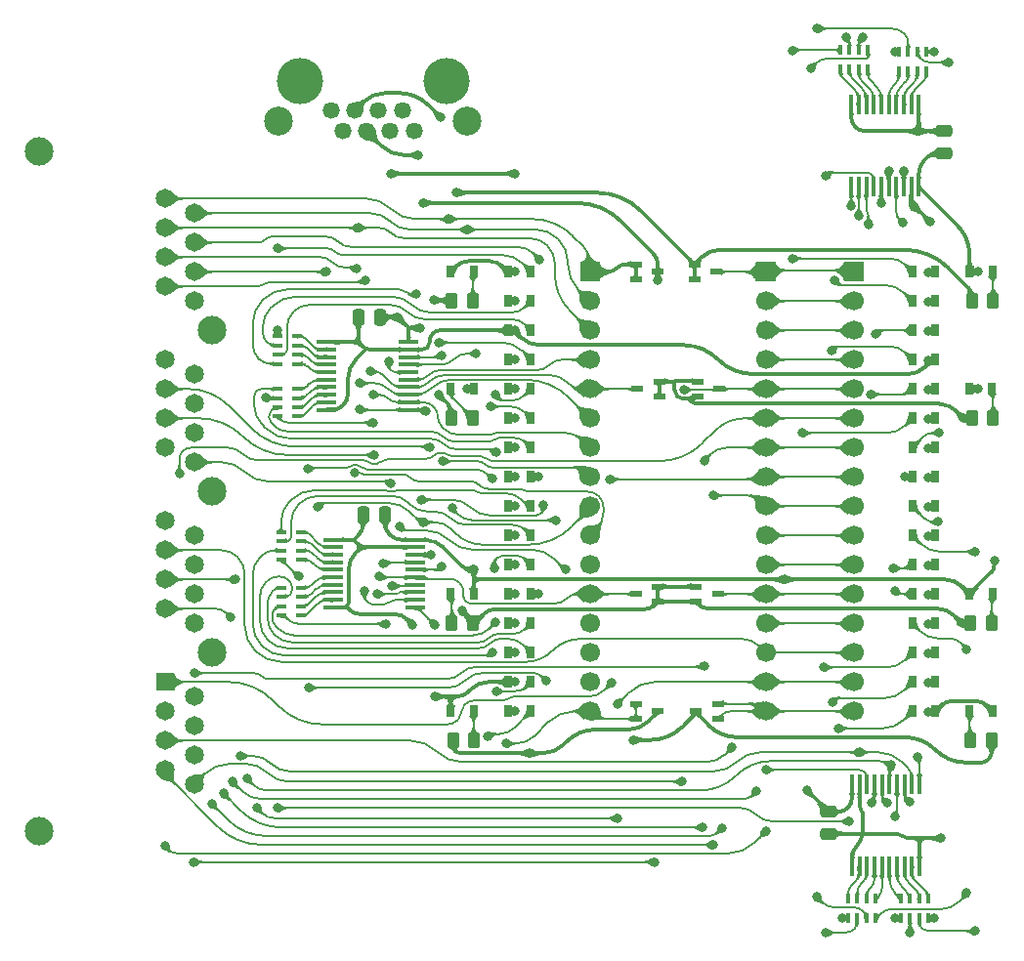
<source format=gtl>
%TF.GenerationSoftware,KiCad,Pcbnew,9.0.2*%
%TF.CreationDate,2025-08-21T14:27:42+02:00*%
%TF.ProjectId,HCP65 32 Pin Tester,48435036-3520-4333-9220-50696e205465,V1*%
%TF.SameCoordinates,Original*%
%TF.FileFunction,Copper,L1,Top*%
%TF.FilePolarity,Positive*%
%FSLAX46Y46*%
G04 Gerber Fmt 4.6, Leading zero omitted, Abs format (unit mm)*
G04 Created by KiCad (PCBNEW 9.0.2) date 2025-08-21 14:27:42*
%MOMM*%
%LPD*%
G01*
G04 APERTURE LIST*
G04 Aperture macros list*
%AMRoundRect*
0 Rectangle with rounded corners*
0 $1 Rounding radius*
0 $2 $3 $4 $5 $6 $7 $8 $9 X,Y pos of 4 corners*
0 Add a 4 corners polygon primitive as box body*
4,1,4,$2,$3,$4,$5,$6,$7,$8,$9,$2,$3,0*
0 Add four circle primitives for the rounded corners*
1,1,$1+$1,$2,$3*
1,1,$1+$1,$4,$5*
1,1,$1+$1,$6,$7*
1,1,$1+$1,$8,$9*
0 Add four rect primitives between the rounded corners*
20,1,$1+$1,$2,$3,$4,$5,0*
20,1,$1+$1,$4,$5,$6,$7,0*
20,1,$1+$1,$6,$7,$8,$9,0*
20,1,$1+$1,$8,$9,$2,$3,0*%
G04 Aperture macros list end*
%TA.AperFunction,WasherPad*%
%ADD10C,4.000000*%
%TD*%
%TA.AperFunction,ComponentPad*%
%ADD11C,1.470000*%
%TD*%
%TA.AperFunction,ComponentPad*%
%ADD12C,2.500000*%
%TD*%
%TA.AperFunction,SMDPad,CuDef*%
%ADD13R,0.450000X1.800000*%
%TD*%
%TA.AperFunction,SMDPad,CuDef*%
%ADD14R,0.800000X1.000000*%
%TD*%
%TA.AperFunction,SMDPad,CuDef*%
%ADD15RoundRect,0.250000X-0.262500X-0.450000X0.262500X-0.450000X0.262500X0.450000X-0.262500X0.450000X0*%
%TD*%
%TA.AperFunction,SMDPad,CuDef*%
%ADD16R,0.900000X0.450000*%
%TD*%
%TA.AperFunction,SMDPad,CuDef*%
%ADD17R,1.000000X0.550000*%
%TD*%
%TA.AperFunction,SMDPad,CuDef*%
%ADD18R,0.450000X0.900000*%
%TD*%
%TA.AperFunction,SMDPad,CuDef*%
%ADD19RoundRect,0.250000X-0.475000X0.250000X-0.475000X-0.250000X0.475000X-0.250000X0.475000X0.250000X0*%
%TD*%
%TA.AperFunction,SMDPad,CuDef*%
%ADD20RoundRect,0.250000X0.475000X-0.250000X0.475000X0.250000X-0.475000X0.250000X-0.475000X-0.250000X0*%
%TD*%
%TA.AperFunction,SMDPad,CuDef*%
%ADD21R,1.800000X0.450000*%
%TD*%
%TA.AperFunction,SMDPad,CuDef*%
%ADD22RoundRect,0.250000X0.250000X0.475000X-0.250000X0.475000X-0.250000X-0.475000X0.250000X-0.475000X0*%
%TD*%
%TA.AperFunction,ComponentPad*%
%ADD23C,2.475000*%
%TD*%
%TA.AperFunction,ComponentPad*%
%ADD24C,1.650000*%
%TD*%
%TA.AperFunction,ComponentPad*%
%ADD25R,1.650000X1.650000*%
%TD*%
%TA.AperFunction,ComponentPad*%
%ADD26C,1.700000*%
%TD*%
%TA.AperFunction,ComponentPad*%
%ADD27R,1.700000X1.700000*%
%TD*%
%TA.AperFunction,ViaPad*%
%ADD28C,0.800000*%
%TD*%
%TA.AperFunction,Conductor*%
%ADD29C,0.380000*%
%TD*%
%TA.AperFunction,Conductor*%
%ADD30C,0.200000*%
%TD*%
G04 APERTURE END LIST*
D10*
%TO.P,J2,*%
%TO.N,*%
X24380000Y10162000D03*
X11680000Y10162000D03*
D11*
%TO.P,J2,1,1*%
%TO.N,/12V*%
X14450000Y7622000D03*
%TO.P,J2,2,2*%
%TO.N,/5V_{3}*%
X15470000Y5842000D03*
%TO.P,J2,3,3*%
%TO.N,/5V_{2}*%
X16490000Y7622000D03*
%TO.P,J2,4,4*%
%TO.N,/5V_{1}*%
X17510000Y5842000D03*
%TO.P,J2,5,5*%
%TO.N,/GND_{4}*%
X18530000Y7622000D03*
%TO.P,J2,6,6*%
%TO.N,/GND_{3}*%
X19550000Y5842000D03*
%TO.P,J2,7,7*%
%TO.N,/GND_{2}*%
X20570000Y7622000D03*
%TO.P,J2,8,8*%
%TO.N,/GND_{1}*%
X21590000Y5842000D03*
D12*
%TO.P,J2,MH1,MH1*%
%TO.N,unconnected-(J2-PadMH1)*%
X9900000Y6732000D03*
%TO.P,J2,MH2,MH2*%
%TO.N,unconnected-(J2-PadMH2)*%
X26160000Y6732000D03*
%TD*%
D13*
%TO.P,IC3,1,DIR*%
%TO.N,/GND_{3}*%
X59559000Y-57906000D03*
%TO.P,IC3,2,A0*%
%TO.N,Net-(IC3-A0)*%
X60209000Y-57906000D03*
%TO.P,IC3,3,A1*%
%TO.N,Net-(IC3-A1)*%
X60859000Y-57906000D03*
%TO.P,IC3,4,A2*%
%TO.N,Net-(IC3-A2)*%
X61509000Y-57906000D03*
%TO.P,IC3,5,A3*%
%TO.N,Net-(IC3-A3)*%
X62159000Y-57906000D03*
%TO.P,IC3,6,A4*%
%TO.N,Net-(IC3-A4)*%
X62809000Y-57906000D03*
%TO.P,IC3,7,A5*%
%TO.N,Net-(IC3-A5)*%
X63459000Y-57906000D03*
%TO.P,IC3,8,A6*%
%TO.N,Net-(IC3-A6)*%
X64109000Y-57906000D03*
%TO.P,IC3,9,A7*%
%TO.N,Net-(IC3-A7)*%
X64759000Y-57906000D03*
%TO.P,IC3,10,GND*%
%TO.N,/GND_{3}*%
X65409000Y-57906000D03*
%TO.P,IC3,11,B7*%
%TO.N,/IO23*%
X65409000Y-50806000D03*
%TO.P,IC3,12,B6*%
%TO.N,/IO22*%
X64759000Y-50806000D03*
%TO.P,IC3,13,B5*%
%TO.N,/IO21*%
X64109000Y-50806000D03*
%TO.P,IC3,14,B4*%
%TO.N,/IO20*%
X63459000Y-50806000D03*
%TO.P,IC3,15,B3*%
%TO.N,/IO19*%
X62809000Y-50806000D03*
%TO.P,IC3,16,B2*%
%TO.N,/IO18*%
X62159000Y-50806000D03*
%TO.P,IC3,17,B1*%
%TO.N,/IO17*%
X61509000Y-50806000D03*
%TO.P,IC3,18,B0*%
%TO.N,/IO16*%
X60859000Y-50806000D03*
%TO.P,IC3,19,~{OE}*%
%TO.N,/GND_{3}*%
X60209000Y-50806000D03*
%TO.P,IC3,20,5V*%
%TO.N,/5V_{3}*%
X59559000Y-50806000D03*
%TD*%
D14*
%TO.P,LED36,2*%
%TO.N,/S27*%
X64785999Y-16510000D03*
%TO.P,LED36,1*%
%TO.N,/GND_{3}*%
X66786000Y-16510000D03*
%TD*%
%TO.P,LED4,2*%
%TO.N,/5V_{3}*%
X69752499Y-34290000D03*
%TO.P,LED4,1*%
%TO.N,Net-(LED4-Pad1)*%
X71752500Y-34290000D03*
%TD*%
%TO.P,LED39,2*%
%TO.N,/S24*%
X64785999Y-24130000D03*
%TO.P,LED39,1*%
%TO.N,/GND_{3}*%
X66786000Y-24130000D03*
%TD*%
%TO.P,LED25,2*%
%TO.N,/S22*%
X64785999Y-29210000D03*
%TO.P,LED25,1*%
%TO.N,/GND_{3}*%
X66786000Y-29210000D03*
%TD*%
%TO.P,LED29,2*%
%TO.N,/S18*%
X64785999Y-39370000D03*
%TO.P,LED29,1*%
%TO.N,/GND_{3}*%
X66786000Y-39370000D03*
%TD*%
%TO.P,LED19,2*%
%TO.N,/S12*%
X31734001Y-36830000D03*
%TO.P,LED19,1*%
%TO.N,/GND_{3}*%
X29734000Y-36830000D03*
%TD*%
D15*
%TO.P,R1,2*%
%TO.N,Net-(LED1-Pad2)*%
X26693500Y-8880000D03*
%TO.P,R1,1*%
%TO.N,/5V_{1}*%
X24868500Y-8880000D03*
%TD*%
D14*
%TO.P,LED12,2*%
%TO.N,/S3*%
X31734001Y-13970000D03*
%TO.P,LED12,1*%
%TO.N,/GND_{3}*%
X29734000Y-13970000D03*
%TD*%
D15*
%TO.P,R11,2*%
%TO.N,/5V_{1}*%
X71651500Y-46980000D03*
%TO.P,R11,1*%
%TO.N,Net-(LED2-Pad2)*%
X69826500Y-46980000D03*
%TD*%
D14*
%TO.P,LED14,2*%
%TO.N,/S1*%
X31734001Y-8890000D03*
%TO.P,LED14,1*%
%TO.N,/GND_{3}*%
X29734000Y-8890000D03*
%TD*%
%TO.P,LED5,2*%
%TO.N,Net-(LED5-Pad2)*%
X26767501Y-44450000D03*
%TO.P,LED5,1*%
%TO.N,/GND_{3}*%
X24767500Y-44450000D03*
%TD*%
%TO.P,LED20,2*%
%TO.N,/S11*%
X31734001Y-34290000D03*
%TO.P,LED20,1*%
%TO.N,/GND_{3}*%
X29734000Y-34290000D03*
%TD*%
%TO.P,LED1,2*%
%TO.N,Net-(LED1-Pad2)*%
X26767501Y-6350000D03*
%TO.P,LED1,1*%
%TO.N,/GND_{3}*%
X24767500Y-6350000D03*
%TD*%
%TO.P,LED30,2*%
%TO.N,/S17*%
X64785999Y-41910000D03*
%TO.P,LED30,1*%
%TO.N,/GND_{3}*%
X66786000Y-41910000D03*
%TD*%
D16*
%TO.P,RN1,8,R1*%
%TO.N,/S7*%
X9796000Y-18896200D03*
%TO.P,RN1,7,R2*%
%TO.N,/S6*%
X9796000Y-18096200D03*
%TO.P,RN1,6,R3*%
%TO.N,/S5*%
X9796000Y-17296200D03*
%TO.P,RN1,5,R4*%
%TO.N,/S4*%
X9796000Y-16496200D03*
%TO.P,RN1,4,R4*%
%TO.N,Net-(IC1-A4)*%
X11496000Y-16496200D03*
%TO.P,RN1,3,R3*%
%TO.N,Net-(IC1-A5)*%
X11496000Y-17296200D03*
%TO.P,RN1,2,R2*%
%TO.N,Net-(IC1-A6)*%
X11496000Y-18096200D03*
%TO.P,RN1,1,R1*%
%TO.N,Net-(IC1-A7)*%
X11496000Y-18896200D03*
%TD*%
D14*
%TO.P,LED27,2*%
%TO.N,/S20*%
X64785999Y-34290000D03*
%TO.P,LED27,1*%
%TO.N,/GND_{3}*%
X66786000Y-34290000D03*
%TD*%
D17*
%TO.P,D5,3,A*%
%TO.N,/5V_{2}*%
X42732999Y-44450000D03*
%TO.P,D5,2,K2*%
%TO.N,/IO15*%
X40833000Y-45100000D03*
%TO.P,D5,1,K1*%
X40833000Y-43800000D03*
%TD*%
D14*
%TO.P,LED22,2*%
%TO.N,/S9*%
X31734001Y-29210000D03*
%TO.P,LED22,1*%
%TO.N,/GND_{3}*%
X29734000Y-29210000D03*
%TD*%
%TO.P,LED9,2*%
%TO.N,/S6*%
X31734001Y-21590000D03*
%TO.P,LED9,1*%
%TO.N,/GND_{3}*%
X29734000Y-21590000D03*
%TD*%
D15*
%TO.P,R7,2*%
%TO.N,/GND_{1}*%
X26709500Y-36820000D03*
%TO.P,R7,1*%
%TO.N,Net-(LED8-Pad1)*%
X24884500Y-36820000D03*
%TD*%
D14*
%TO.P,LED8,2*%
%TO.N,/5V_{3}*%
X26783501Y-34290000D03*
%TO.P,LED8,1*%
%TO.N,Net-(LED8-Pad1)*%
X24783500Y-34290000D03*
%TD*%
%TO.P,LED34,2*%
%TO.N,/S29*%
X64785999Y-11430000D03*
%TO.P,LED34,1*%
%TO.N,/GND_{3}*%
X66786000Y-11430000D03*
%TD*%
D18*
%TO.P,RN3,8,R1*%
%TO.N,/S31*%
X58546000Y12880000D03*
%TO.P,RN3,7,R2*%
%TO.N,/S30*%
X59346000Y12880000D03*
%TO.P,RN3,6,R3*%
%TO.N,/S29*%
X60146000Y12880000D03*
%TO.P,RN3,5,R4*%
%TO.N,/S28*%
X60946000Y12880000D03*
%TO.P,RN3,4,R4*%
%TO.N,Net-(IC4-A4)*%
X60946000Y11180000D03*
%TO.P,RN3,3,R3*%
%TO.N,Net-(IC4-A5)*%
X60146000Y11180000D03*
%TO.P,RN3,2,R2*%
%TO.N,Net-(IC4-A6)*%
X59346000Y11180000D03*
%TO.P,RN3,1,R1*%
%TO.N,Net-(IC4-A7)*%
X58546000Y11180000D03*
%TD*%
D14*
%TO.P,LED26,2*%
%TO.N,/S21*%
X64785999Y-31750000D03*
%TO.P,LED26,1*%
%TO.N,/GND_{3}*%
X66786000Y-31750000D03*
%TD*%
%TO.P,LED13,2*%
%TO.N,/S2*%
X31734001Y-11430000D03*
%TO.P,LED13,1*%
%TO.N,/GND_{3}*%
X29734000Y-11430000D03*
%TD*%
%TO.P,LED21,2*%
%TO.N,/S10*%
X31734001Y-31750000D03*
%TO.P,LED21,1*%
%TO.N,/GND_{3}*%
X29734000Y-31750000D03*
%TD*%
%TO.P,LED15,2*%
%TO.N,/S0*%
X31734001Y-6350000D03*
%TO.P,LED15,1*%
%TO.N,/GND_{3}*%
X29734000Y-6350000D03*
%TD*%
D19*
%TO.P,C4,2*%
%TO.N,/GND_{3}*%
X57490000Y-55062000D03*
%TO.P,C4,1*%
%TO.N,/5V_{3}*%
X57490000Y-53162000D03*
%TD*%
D14*
%TO.P,LED16,2*%
%TO.N,/S15*%
X31734001Y-44450000D03*
%TO.P,LED16,1*%
%TO.N,/GND_{3}*%
X29734000Y-44450000D03*
%TD*%
%TO.P,LED3,2*%
%TO.N,/5V_{3}*%
X69706999Y-16510000D03*
%TO.P,LED3,1*%
%TO.N,Net-(LED3-Pad1)*%
X71707000Y-16510000D03*
%TD*%
D20*
%TO.P,C2,2*%
%TO.N,/GND_{3}*%
X67493000Y5836000D03*
%TO.P,C2,1*%
%TO.N,/5V_{3}*%
X67493000Y3936000D03*
%TD*%
D17*
%TO.P,D1,3,A*%
%TO.N,/5V_{1}*%
X42732999Y-6350000D03*
%TO.P,D1,2,K2*%
%TO.N,/IO0*%
X40833000Y-7000000D03*
%TO.P,D1,1,K1*%
X40833000Y-5700000D03*
%TD*%
D16*
%TO.P,RN6,8,R1*%
%TO.N,/S11*%
X10101000Y-31299000D03*
%TO.P,RN6,7,R2*%
%TO.N,/S10*%
X10101000Y-30499000D03*
%TO.P,RN6,6,R3*%
%TO.N,/S9*%
X10101000Y-29699000D03*
%TO.P,RN6,5,R4*%
%TO.N,/S8*%
X10101000Y-28899000D03*
%TO.P,RN6,4,R4*%
%TO.N,Net-(IC2-A0)*%
X11801000Y-28899000D03*
%TO.P,RN6,3,R3*%
%TO.N,Net-(IC2-A1)*%
X11801000Y-29699000D03*
%TO.P,RN6,2,R2*%
%TO.N,Net-(IC2-A2)*%
X11801000Y-30499000D03*
%TO.P,RN6,1,R1*%
%TO.N,Net-(IC2-A3)*%
X11801000Y-31299000D03*
%TD*%
D21*
%TO.P,IC1,20,5V*%
%TO.N,/5V_{3}*%
X21146000Y-12457000D03*
%TO.P,IC1,19,~{OE}*%
%TO.N,/GND_{3}*%
X21146000Y-13107000D03*
%TO.P,IC1,18,B0*%
%TO.N,/IO0*%
X21146001Y-13757000D03*
%TO.P,IC1,17,B1*%
%TO.N,/IO1*%
X21146000Y-14407000D03*
%TO.P,IC1,16,B2*%
%TO.N,/IO2*%
X21146000Y-15057000D03*
%TO.P,IC1,15,B3*%
%TO.N,/IO3*%
X21146000Y-15707000D03*
%TO.P,IC1,14,B4*%
%TO.N,/IO4*%
X21146000Y-16357000D03*
%TO.P,IC1,13,B5*%
%TO.N,/IO5*%
X21146001Y-17007000D03*
%TO.P,IC1,12,B6*%
%TO.N,/IO6*%
X21146000Y-17657000D03*
%TO.P,IC1,11,B7*%
%TO.N,/IO7*%
X21146000Y-18307000D03*
%TO.P,IC1,10,GND*%
%TO.N,/GND_{3}*%
X14046000Y-18307000D03*
%TO.P,IC1,9,A7*%
%TO.N,Net-(IC1-A7)*%
X14046000Y-17657000D03*
%TO.P,IC1,8,A6*%
%TO.N,Net-(IC1-A6)*%
X14045999Y-17007000D03*
%TO.P,IC1,7,A5*%
%TO.N,Net-(IC1-A5)*%
X14046000Y-16357000D03*
%TO.P,IC1,6,A4*%
%TO.N,Net-(IC1-A4)*%
X14046000Y-15707000D03*
%TO.P,IC1,5,A3*%
%TO.N,Net-(IC1-A3)*%
X14046000Y-15057000D03*
%TO.P,IC1,4,A2*%
%TO.N,Net-(IC1-A2)*%
X14046000Y-14407000D03*
%TO.P,IC1,3,A1*%
%TO.N,Net-(IC1-A1)*%
X14045999Y-13757000D03*
%TO.P,IC1,2,A0*%
%TO.N,Net-(IC1-A0)*%
X14046000Y-13107000D03*
%TO.P,IC1,1,DIR*%
%TO.N,/GND_{3}*%
X14046000Y-12457000D03*
%TD*%
D14*
%TO.P,LED6,2*%
%TO.N,/5V_{3}*%
X69736499Y-6350000D03*
%TO.P,LED6,1*%
%TO.N,Net-(LED6-Pad1)*%
X71736500Y-6350000D03*
%TD*%
D18*
%TO.P,RN9,8,R1*%
%TO.N,/S19*%
X61611000Y-62416000D03*
%TO.P,RN9,7,R2*%
%TO.N,/S18*%
X60811000Y-62416000D03*
%TO.P,RN9,6,R3*%
%TO.N,/S17*%
X60011000Y-62416000D03*
%TO.P,RN9,5,R4*%
%TO.N,/S16*%
X59211000Y-62416000D03*
%TO.P,RN9,4,R4*%
%TO.N,Net-(IC3-A0)*%
X59211000Y-60716000D03*
%TO.P,RN9,3,R3*%
%TO.N,Net-(IC3-A1)*%
X60011000Y-60716000D03*
%TO.P,RN9,2,R2*%
%TO.N,Net-(IC3-A2)*%
X60811000Y-60716000D03*
%TO.P,RN9,1,R1*%
%TO.N,Net-(IC3-A3)*%
X61611000Y-60716000D03*
%TD*%
D14*
%TO.P,LED17,2*%
%TO.N,/S14*%
X31734001Y-41910000D03*
%TO.P,LED17,1*%
%TO.N,/GND_{3}*%
X29734000Y-41910000D03*
%TD*%
%TO.P,LED18,2*%
%TO.N,/S13*%
X31734001Y-39370000D03*
%TO.P,LED18,1*%
%TO.N,/GND_{3}*%
X29734000Y-39370000D03*
%TD*%
D22*
%TO.P,C1,2*%
%TO.N,/GND_{3}*%
X16769000Y-10287000D03*
%TO.P,C1,1*%
%TO.N,/5V_{3}*%
X18669000Y-10287000D03*
%TD*%
D23*
%TO.P,J1,MH5,MH5*%
%TO.N,unconnected-(J1-PadMH5)*%
X-10920000Y-54860000D03*
%TO.P,J1,MH4,MH4*%
%TO.N,unconnected-(J1-PadMH4)*%
X4060000Y-39370000D03*
%TO.P,J1,MH3,MH3*%
%TO.N,unconnected-(J1-PadMH3)*%
X4060000Y-25400001D03*
%TO.P,J1,MH2,MH2*%
%TO.N,unconnected-(J1-PadMH2)*%
X4060000Y-11430000D03*
%TO.P,J1,MH1,MH1*%
%TO.N,unconnected-(J1-PadMH1)*%
X-10920000Y4060000D03*
D24*
%TO.P,J1,D8,D8*%
%TO.N,/IO7*%
X2540000Y-8890000D03*
%TO.P,J1,D7,D7*%
%TO.N,/IO6*%
X0Y-7619999D03*
%TO.P,J1,D6,D6*%
%TO.N,/IO5*%
X2540000Y-6350000D03*
%TO.P,J1,D5,D5*%
%TO.N,/IO4*%
X0Y-5080000D03*
%TO.P,J1,D4,D4*%
%TO.N,/IO3*%
X2540000Y-3810000D03*
%TO.P,J1,D3,D3*%
%TO.N,/IO2*%
X0Y-2540000D03*
%TO.P,J1,D2,D2*%
%TO.N,/IO1*%
X2540000Y-1270000D03*
%TO.P,J1,D1,D1*%
%TO.N,/IO0*%
X0Y0D03*
%TO.P,J1,C8,C8*%
%TO.N,/IO15*%
X2540000Y-22860000D03*
%TO.P,J1,C7,C7*%
%TO.N,/IO14*%
X0Y-21590000D03*
%TO.P,J1,C6,C6*%
%TO.N,/IO13*%
X2540000Y-20320000D03*
%TO.P,J1,C5,C5*%
%TO.N,/IO12*%
X0Y-19050000D03*
%TO.P,J1,C4,C4*%
%TO.N,/IO11*%
X2540000Y-17780000D03*
%TO.P,J1,C3,C3*%
%TO.N,/IO10*%
X0Y-16510000D03*
%TO.P,J1,C2,C2*%
%TO.N,/IO9*%
X2540000Y-15240000D03*
%TO.P,J1,C1,C1*%
%TO.N,/IO8*%
X0Y-13970001D03*
%TO.P,J1,B8,B8*%
%TO.N,/IO23*%
X2540000Y-36830000D03*
%TO.P,J1,B7,B7*%
%TO.N,/IO22*%
X0Y-35560000D03*
%TO.P,J1,B6,B6*%
%TO.N,/IO21*%
X2540000Y-34290000D03*
%TO.P,J1,B5,B5*%
%TO.N,/IO20*%
X0Y-33020000D03*
%TO.P,J1,B4,B4*%
%TO.N,/IO19*%
X2540000Y-31750000D03*
%TO.P,J1,B3,B3*%
%TO.N,/IO18*%
X0Y-30479999D03*
%TO.P,J1,B2,B2*%
%TO.N,/IO17*%
X2540000Y-29210000D03*
%TO.P,J1,B1,B1*%
%TO.N,/IO16*%
X0Y-27940000D03*
%TO.P,J1,A8,A8*%
%TO.N,/IO31*%
X2540000Y-50800000D03*
%TO.P,J1,A7,A7*%
%TO.N,/IO30*%
X0Y-49530000D03*
%TO.P,J1,A6,A6*%
%TO.N,/IO29*%
X2540000Y-48260000D03*
%TO.P,J1,A5,A5*%
%TO.N,/IO28*%
X0Y-46989999D03*
%TO.P,J1,A4,A4*%
%TO.N,/IO27*%
X2540000Y-45720000D03*
%TO.P,J1,A3,A3*%
%TO.N,/IO26*%
X0Y-44450000D03*
%TO.P,J1,A2,A2*%
%TO.N,/IO25*%
X2540000Y-43180000D03*
D25*
%TO.P,J1,A1,A1*%
%TO.N,/IO24*%
X0Y-41910000D03*
%TD*%
D14*
%TO.P,LED37,2*%
%TO.N,/S26*%
X64785999Y-19050000D03*
%TO.P,LED37,1*%
%TO.N,/GND_{3}*%
X66786000Y-19050000D03*
%TD*%
%TO.P,LED31,2*%
%TO.N,/S16*%
X64785999Y-44450000D03*
%TO.P,LED31,1*%
%TO.N,/GND_{3}*%
X66786000Y-44450000D03*
%TD*%
D16*
%TO.P,RN2,8,R1*%
%TO.N,/S3*%
X9796000Y-14329200D03*
%TO.P,RN2,7,R2*%
%TO.N,/S2*%
X9796000Y-13529200D03*
%TO.P,RN2,6,R3*%
%TO.N,/S1*%
X9796000Y-12729200D03*
%TO.P,RN2,5,R4*%
%TO.N,/S0*%
X9796000Y-11929200D03*
%TO.P,RN2,4,R4*%
%TO.N,Net-(IC1-A0)*%
X11496000Y-11929200D03*
%TO.P,RN2,3,R3*%
%TO.N,Net-(IC1-A1)*%
X11496000Y-12729200D03*
%TO.P,RN2,2,R2*%
%TO.N,Net-(IC1-A2)*%
X11496000Y-13529200D03*
%TO.P,RN2,1,R1*%
%TO.N,Net-(IC1-A3)*%
X11496000Y-14329200D03*
%TD*%
D17*
%TO.P,D8,3,A*%
%TO.N,/IO11*%
X40833001Y-34290000D03*
%TO.P,D8,2,K2*%
%TO.N,/GND_{1}*%
X42733000Y-33640000D03*
%TO.P,D8,1,K1*%
X42733000Y-34940000D03*
%TD*%
D15*
%TO.P,R4,2*%
%TO.N,Net-(LED5-Pad2)*%
X26820500Y-46980000D03*
%TO.P,R4,1*%
%TO.N,/5V_{2}*%
X24995500Y-46980000D03*
%TD*%
D22*
%TO.P,C3,2*%
%TO.N,/GND_{3}*%
X17195000Y-27432000D03*
%TO.P,C3,1*%
%TO.N,/5V_{3}*%
X19095000Y-27432000D03*
%TD*%
D26*
%TO.P,J8,16,Pin_16*%
%TO.N,/IO15*%
X36830000Y-44450000D03*
%TO.P,J8,15,Pin_15*%
%TO.N,/IO14*%
X36830000Y-41910000D03*
%TO.P,J8,14,Pin_14*%
%TO.N,/IO13*%
X36830000Y-39370000D03*
%TO.P,J8,13,Pin_13*%
%TO.N,/IO12*%
X36830000Y-36830000D03*
%TO.P,J8,12,Pin_12*%
%TO.N,/IO11*%
X36830000Y-34290000D03*
%TO.P,J8,11,Pin_11*%
%TO.N,/IO10*%
X36830000Y-31750000D03*
%TO.P,J8,10,Pin_10*%
%TO.N,/IO9*%
X36830000Y-29210000D03*
%TO.P,J8,9,Pin_9*%
%TO.N,/IO8*%
X36830000Y-26670000D03*
%TO.P,J8,8,Pin_8*%
%TO.N,/IO7*%
X36830000Y-24130000D03*
%TO.P,J8,7,Pin_7*%
%TO.N,/IO6*%
X36830000Y-21590000D03*
%TO.P,J8,6,Pin_6*%
%TO.N,/IO5*%
X36830000Y-19050000D03*
%TO.P,J8,5,Pin_5*%
%TO.N,/IO4*%
X36830000Y-16510000D03*
%TO.P,J8,4,Pin_4*%
%TO.N,/IO3*%
X36830000Y-13970000D03*
%TO.P,J8,3,Pin_3*%
%TO.N,/IO2*%
X36830000Y-11430000D03*
%TO.P,J8,2,Pin_2*%
%TO.N,/IO1*%
X36830000Y-8890000D03*
D27*
%TO.P,J8,1,Pin_1*%
%TO.N,/IO0*%
X36830000Y-6350000D03*
%TD*%
D17*
%TO.P,D7,3,A*%
%TO.N,/IO4*%
X40960001Y-16510000D03*
%TO.P,D7,2,K2*%
%TO.N,/GND_{1}*%
X42860000Y-15860000D03*
%TO.P,D7,1,K1*%
X42860000Y-17160000D03*
%TD*%
D14*
%TO.P,LED7,2*%
%TO.N,/5V_{3}*%
X26767501Y-16510000D03*
%TO.P,LED7,1*%
%TO.N,Net-(LED7-Pad1)*%
X24767500Y-16510000D03*
%TD*%
%TO.P,LED23,2*%
%TO.N,/S8*%
X31734001Y-26670000D03*
%TO.P,LED23,1*%
%TO.N,/GND_{3}*%
X29734000Y-26670000D03*
%TD*%
%TO.P,LED24,2*%
%TO.N,/S23*%
X64785999Y-26670000D03*
%TO.P,LED24,1*%
%TO.N,/GND_{3}*%
X66786000Y-26670000D03*
%TD*%
D17*
%TO.P,D6,3,A*%
%TO.N,/IO31*%
X47812999Y-6365000D03*
%TO.P,D6,2,K2*%
%TO.N,/GND_{2}*%
X45913000Y-7015000D03*
%TO.P,D6,1,K1*%
X45913000Y-5715000D03*
%TD*%
D14*
%TO.P,LED35,2*%
%TO.N,/S28*%
X64785999Y-13970000D03*
%TO.P,LED35,1*%
%TO.N,/GND_{3}*%
X66786000Y-13970000D03*
%TD*%
%TO.P,LED10,2*%
%TO.N,/S5*%
X31734001Y-19050000D03*
%TO.P,LED10,1*%
%TO.N,/GND_{3}*%
X29734000Y-19050000D03*
%TD*%
D18*
%TO.P,RN4,8,R1*%
%TO.N,/S27*%
X63626000Y12753000D03*
%TO.P,RN4,7,R2*%
%TO.N,/S26*%
X64426000Y12753000D03*
%TO.P,RN4,6,R3*%
%TO.N,/S25*%
X65226000Y12753000D03*
%TO.P,RN4,5,R4*%
%TO.N,/S24*%
X66026000Y12753000D03*
%TO.P,RN4,4,R4*%
%TO.N,Net-(IC4-A0)*%
X66026000Y11053000D03*
%TO.P,RN4,3,R3*%
%TO.N,Net-(IC4-A1)*%
X65226000Y11053000D03*
%TO.P,RN4,2,R2*%
%TO.N,Net-(IC4-A2)*%
X64426000Y11053000D03*
%TO.P,RN4,1,R1*%
%TO.N,Net-(IC4-A3)*%
X63626000Y11053000D03*
%TD*%
D26*
%TO.P,J3,16,Pin_16*%
%TO.N,/IO16*%
X52070000Y-44450000D03*
%TO.P,J3,15,Pin_15*%
%TO.N,/IO17*%
X52070000Y-41910000D03*
%TO.P,J3,14,Pin_14*%
%TO.N,/IO18*%
X52070000Y-39370000D03*
%TO.P,J3,13,Pin_13*%
%TO.N,/IO19*%
X52070000Y-36830000D03*
%TO.P,J3,12,Pin_12*%
%TO.N,/IO20*%
X52070000Y-34290000D03*
%TO.P,J3,11,Pin_11*%
%TO.N,/IO21*%
X52070000Y-31750000D03*
%TO.P,J3,10,Pin_10*%
%TO.N,/IO22*%
X52070000Y-29210000D03*
%TO.P,J3,9,Pin_9*%
%TO.N,/IO23*%
X52070000Y-26670000D03*
%TO.P,J3,8,Pin_8*%
%TO.N,/IO24*%
X52070000Y-24130000D03*
%TO.P,J3,7,Pin_7*%
%TO.N,/IO25*%
X52070000Y-21590000D03*
%TO.P,J3,6,Pin_6*%
%TO.N,/IO26*%
X52070000Y-19050000D03*
%TO.P,J3,5,Pin_5*%
%TO.N,/IO27*%
X52070000Y-16510000D03*
%TO.P,J3,4,Pin_4*%
%TO.N,/IO28*%
X52070000Y-13970000D03*
%TO.P,J3,3,Pin_3*%
%TO.N,/IO29*%
X52070000Y-11430000D03*
%TO.P,J3,2,Pin_2*%
%TO.N,/IO30*%
X52070000Y-8890000D03*
D27*
%TO.P,J3,1,Pin_1*%
%TO.N,/IO31*%
X52070000Y-6350000D03*
%TD*%
D18*
%TO.P,RN10,8,R1*%
%TO.N,/S23*%
X66183000Y-62416000D03*
%TO.P,RN10,7,R2*%
%TO.N,/S22*%
X65383000Y-62416000D03*
%TO.P,RN10,6,R3*%
%TO.N,/S21*%
X64583000Y-62416000D03*
%TO.P,RN10,5,R4*%
%TO.N,/S20*%
X63783000Y-62416000D03*
%TO.P,RN10,4,R4*%
%TO.N,Net-(IC3-A4)*%
X63783000Y-60716000D03*
%TO.P,RN10,3,R3*%
%TO.N,Net-(IC3-A5)*%
X64583000Y-60716000D03*
%TO.P,RN10,2,R2*%
%TO.N,Net-(IC3-A6)*%
X65383000Y-60716000D03*
%TO.P,RN10,1,R1*%
%TO.N,Net-(IC3-A7)*%
X66183000Y-60716000D03*
%TD*%
D14*
%TO.P,LED33,2*%
%TO.N,/S30*%
X64785999Y-8890000D03*
%TO.P,LED33,1*%
%TO.N,/GND_{3}*%
X66786000Y-8890000D03*
%TD*%
D16*
%TO.P,RN5,8,R1*%
%TO.N,/S15*%
X10101000Y-36125000D03*
%TO.P,RN5,7,R2*%
%TO.N,/S14*%
X10101000Y-35325000D03*
%TO.P,RN5,6,R3*%
%TO.N,/S13*%
X10101000Y-34525000D03*
%TO.P,RN5,5,R4*%
%TO.N,/S12*%
X10101000Y-33725000D03*
%TO.P,RN5,4,R4*%
%TO.N,Net-(IC2-A4)*%
X11801000Y-33725000D03*
%TO.P,RN5,3,R3*%
%TO.N,Net-(IC2-A5)*%
X11801000Y-34525000D03*
%TO.P,RN5,2,R2*%
%TO.N,Net-(IC2-A6)*%
X11801000Y-35325000D03*
%TO.P,RN5,1,R1*%
%TO.N,Net-(IC2-A7)*%
X11801000Y-36125000D03*
%TD*%
D14*
%TO.P,LED32,2*%
%TO.N,/S31*%
X64785999Y-6350000D03*
%TO.P,LED32,1*%
%TO.N,/GND_{3}*%
X66786000Y-6350000D03*
%TD*%
D17*
%TO.P,D4,3,A*%
%TO.N,/IO20*%
X47939999Y-34290000D03*
%TO.P,D4,2,K2*%
%TO.N,/GND_{1}*%
X46040000Y-34940000D03*
%TO.P,D4,1,K1*%
X46040000Y-33640000D03*
%TD*%
%TO.P,D3,3,A*%
%TO.N,/IO27*%
X48066999Y-16510000D03*
%TO.P,D3,2,K2*%
%TO.N,/GND_{1}*%
X46167000Y-17160000D03*
%TO.P,D3,1,K1*%
X46167000Y-15860000D03*
%TD*%
D26*
%TO.P,J9,16,Pin_16*%
%TO.N,/IO16*%
X59690000Y-44450000D03*
%TO.P,J9,15,Pin_15*%
%TO.N,/IO17*%
X59690000Y-41910000D03*
%TO.P,J9,14,Pin_14*%
%TO.N,/IO18*%
X59690000Y-39370000D03*
%TO.P,J9,13,Pin_13*%
%TO.N,/IO19*%
X59690000Y-36830000D03*
%TO.P,J9,12,Pin_12*%
%TO.N,/IO20*%
X59690000Y-34290000D03*
%TO.P,J9,11,Pin_11*%
%TO.N,/IO21*%
X59690000Y-31750000D03*
%TO.P,J9,10,Pin_10*%
%TO.N,/IO22*%
X59690000Y-29210000D03*
%TO.P,J9,9,Pin_9*%
%TO.N,/IO23*%
X59690000Y-26670000D03*
%TO.P,J9,8,Pin_8*%
%TO.N,/IO24*%
X59690000Y-24130000D03*
%TO.P,J9,7,Pin_7*%
%TO.N,/IO25*%
X59690000Y-21590000D03*
%TO.P,J9,6,Pin_6*%
%TO.N,/IO26*%
X59690000Y-19050000D03*
%TO.P,J9,5,Pin_5*%
%TO.N,/IO27*%
X59690000Y-16510000D03*
%TO.P,J9,4,Pin_4*%
%TO.N,/IO28*%
X59690000Y-13970000D03*
%TO.P,J9,3,Pin_3*%
%TO.N,/IO29*%
X59690000Y-11430000D03*
%TO.P,J9,2,Pin_2*%
%TO.N,/IO30*%
X59690000Y-8890000D03*
D27*
%TO.P,J9,1,Pin_1*%
%TO.N,/IO31*%
X59690000Y-6350000D03*
%TD*%
D14*
%TO.P,LED28,2*%
%TO.N,/S19*%
X64785999Y-36830000D03*
%TO.P,LED28,1*%
%TO.N,/GND_{3}*%
X66786000Y-36830000D03*
%TD*%
%TO.P,LED11,2*%
%TO.N,/S4*%
X31734001Y-16510000D03*
%TO.P,LED11,1*%
%TO.N,/GND_{3}*%
X29734000Y-16510000D03*
%TD*%
%TO.P,LED2,2*%
%TO.N,Net-(LED2-Pad2)*%
X69752499Y-44450000D03*
%TO.P,LED2,1*%
%TO.N,/GND_{3}*%
X71752500Y-44450000D03*
%TD*%
D15*
%TO.P,R3,2*%
%TO.N,Net-(LED4-Pad1)*%
X71651500Y-36820000D03*
%TO.P,R3,1*%
%TO.N,/GND_{1}*%
X69826500Y-36820000D03*
%TD*%
D21*
%TO.P,IC2,20,5V*%
%TO.N,/5V_{3}*%
X21711000Y-29587000D03*
%TO.P,IC2,19,~{OE}*%
%TO.N,/GND_{3}*%
X21711000Y-30237000D03*
%TO.P,IC2,18,B0*%
%TO.N,/IO8*%
X21711001Y-30887000D03*
%TO.P,IC2,17,B1*%
%TO.N,/IO9*%
X21711000Y-31537000D03*
%TO.P,IC2,16,B2*%
%TO.N,/IO10*%
X21711000Y-32187000D03*
%TO.P,IC2,15,B3*%
%TO.N,/IO11*%
X21711000Y-32837000D03*
%TO.P,IC2,14,B4*%
%TO.N,/IO12*%
X21711000Y-33487000D03*
%TO.P,IC2,13,B5*%
%TO.N,/IO13*%
X21711001Y-34137000D03*
%TO.P,IC2,12,B6*%
%TO.N,/IO14*%
X21711000Y-34787000D03*
%TO.P,IC2,11,B7*%
%TO.N,/IO15*%
X21711000Y-35437000D03*
%TO.P,IC2,10,GND*%
%TO.N,/GND_{3}*%
X14611000Y-35437000D03*
%TO.P,IC2,9,A7*%
%TO.N,Net-(IC2-A7)*%
X14611000Y-34787000D03*
%TO.P,IC2,8,A6*%
%TO.N,Net-(IC2-A6)*%
X14610999Y-34137000D03*
%TO.P,IC2,7,A5*%
%TO.N,Net-(IC2-A5)*%
X14611000Y-33487000D03*
%TO.P,IC2,6,A4*%
%TO.N,Net-(IC2-A4)*%
X14611000Y-32837000D03*
%TO.P,IC2,5,A3*%
%TO.N,Net-(IC2-A3)*%
X14611000Y-32187000D03*
%TO.P,IC2,4,A2*%
%TO.N,Net-(IC2-A2)*%
X14611000Y-31537000D03*
%TO.P,IC2,3,A1*%
%TO.N,Net-(IC2-A1)*%
X14610999Y-30887000D03*
%TO.P,IC2,2,A0*%
%TO.N,Net-(IC2-A0)*%
X14611000Y-30237000D03*
%TO.P,IC2,1,DIR*%
%TO.N,/GND_{3}*%
X14611000Y-29587000D03*
%TD*%
D14*
%TO.P,LED38,2*%
%TO.N,/S25*%
X64785999Y-21590000D03*
%TO.P,LED38,1*%
%TO.N,/GND_{3}*%
X66786000Y-21590000D03*
%TD*%
D15*
%TO.P,R5,2*%
%TO.N,Net-(LED6-Pad1)*%
X71762500Y-8880000D03*
%TO.P,R5,1*%
%TO.N,/GND_{2}*%
X69937500Y-8880000D03*
%TD*%
%TO.P,R2,2*%
%TO.N,Net-(LED3-Pad1)*%
X71762500Y-19040000D03*
%TO.P,R2,1*%
%TO.N,/GND_{1}*%
X69937500Y-19040000D03*
%TD*%
%TO.P,R6,2*%
%TO.N,Net-(LED7-Pad1)*%
X26693500Y-19040000D03*
%TO.P,R6,1*%
%TO.N,/GND_{1}*%
X24868500Y-19040000D03*
%TD*%
D14*
%TO.P,LED48,2*%
%TO.N,/S7*%
X31734001Y-24130000D03*
%TO.P,LED48,1*%
%TO.N,/GND_{3}*%
X29734000Y-24130000D03*
%TD*%
D17*
%TO.P,D2,3,A*%
%TO.N,/5V_{1}*%
X46040001Y-44450000D03*
%TO.P,D2,2,K2*%
%TO.N,/IO16*%
X47940000Y-43800000D03*
%TO.P,D2,1,K1*%
X47940000Y-45100000D03*
%TD*%
D13*
%TO.P,IC4,20,5V*%
%TO.N,/5V_{3}*%
X65338000Y1016000D03*
%TO.P,IC4,19,~{OE}*%
%TO.N,/GND_{3}*%
X64688000Y1016000D03*
%TO.P,IC4,18,B0*%
%TO.N,/IO24*%
X64038000Y1015999D03*
%TO.P,IC4,17,B1*%
%TO.N,/IO25*%
X63388000Y1016000D03*
%TO.P,IC4,16,B2*%
%TO.N,/IO26*%
X62738000Y1016000D03*
%TO.P,IC4,15,B3*%
%TO.N,/IO27*%
X62088000Y1016000D03*
%TO.P,IC4,14,B4*%
%TO.N,/IO28*%
X61438000Y1016000D03*
%TO.P,IC4,13,B5*%
%TO.N,/IO29*%
X60788000Y1015999D03*
%TO.P,IC4,12,B6*%
%TO.N,/IO30*%
X60138000Y1016000D03*
%TO.P,IC4,11,B7*%
%TO.N,/IO31*%
X59488000Y1016000D03*
%TO.P,IC4,10,GND*%
%TO.N,/GND_{3}*%
X59488000Y8116000D03*
%TO.P,IC4,9,A7*%
%TO.N,Net-(IC4-A7)*%
X60138000Y8116000D03*
%TO.P,IC4,8,A6*%
%TO.N,Net-(IC4-A6)*%
X60788000Y8116001D03*
%TO.P,IC4,7,A5*%
%TO.N,Net-(IC4-A5)*%
X61438000Y8116000D03*
%TO.P,IC4,6,A4*%
%TO.N,Net-(IC4-A4)*%
X62088000Y8116000D03*
%TO.P,IC4,5,A3*%
%TO.N,Net-(IC4-A3)*%
X62738000Y8116000D03*
%TO.P,IC4,4,A2*%
%TO.N,Net-(IC4-A2)*%
X63388000Y8116000D03*
%TO.P,IC4,3,A1*%
%TO.N,Net-(IC4-A1)*%
X64038000Y8116001D03*
%TO.P,IC4,2,A0*%
%TO.N,Net-(IC4-A0)*%
X64688000Y8116000D03*
%TO.P,IC4,1,DIR*%
%TO.N,/GND_{3}*%
X65338000Y8116000D03*
%TD*%
D28*
%TO.N,/S31*%
X54369700Y-5238600D03*
%TO.N,/S24*%
X64135000Y-24130000D03*
%TO.N,/GND_{3}*%
X66192000Y-24160000D03*
%TO.N,/IO15*%
X29591000Y-47241800D03*
%TO.N,/IO16*%
X52070000Y-49530000D03*
%TO.N,/5V_{1}*%
X21971000Y3761000D03*
X40601100Y-46926600D03*
X22352000Y-381000D03*
X23284600Y-8809100D03*
X42732999Y-7112000D03*
%TO.N,/GND_{1}*%
X69088000Y-36830000D03*
X69215000Y-19050000D03*
X25741800Y-35710500D03*
X23717585Y-17020578D03*
%TO.N,/IO30*%
X47498000Y-56019000D03*
X60138000Y-1524000D03*
%TO.N,/IO29*%
X4064000Y-52451000D03*
X60975500Y-2234500D03*
X48260000Y-54610000D03*
%TO.N,/IO23*%
X46609000Y-54519000D03*
X47510000Y-25741200D03*
X5080000Y-51562000D03*
X65241800Y-48369900D03*
%TO.N,/IO21*%
X51255842Y-51390586D03*
X64516000Y-52324000D03*
X5854900Y-50558900D03*
%TO.N,/IO25*%
X46736000Y-22733000D03*
X46736000Y-40513000D03*
X63972000Y-2100600D03*
X2540000Y-41148000D03*
%TO.N,/IO27*%
X42418000Y-57519000D03*
X62088000Y-381000D03*
X44979300Y-16580800D03*
X2476500Y-57519000D03*
%TO.N,/IO6*%
X18034000Y-17018000D03*
X17399000Y-7124000D03*
%TO.N,/IO12*%
X20335750Y-28463750D03*
X34778200Y-32125900D03*
X19714400Y-33576700D03*
X18161000Y-22225000D03*
%TO.N,/IO10*%
X24003000Y-31877000D03*
X22987000Y-21578000D03*
X33909000Y-27886700D03*
X24892000Y-26848500D03*
%TO.N,/IO19*%
X62945100Y-49116500D03*
X7138300Y-50292000D03*
%TO.N,/IO15*%
X19623400Y-24658652D03*
X23391200Y-36940700D03*
%TO.N,/IO18*%
X62573700Y-52386000D03*
%TO.N,/IO16*%
X52070000Y-54864000D03*
X0Y-56134000D03*
%TO.N,/IO17*%
X39243000Y-53721000D03*
X61292000Y-52377054D03*
X8001000Y-52832000D03*
X39231000Y-43819282D03*
%TO.N,/IO14*%
X17272000Y-34036000D03*
%TO.N,/IO7*%
X16891000Y-18288000D03*
X22606000Y-18415000D03*
X24084700Y-22753700D03*
%TO.N,/IO1*%
X26221000Y-2679000D03*
X26999900Y-13435000D03*
%TO.N,/IO2*%
X19431000Y-14097000D03*
X16764000Y-2540000D03*
%TO.N,/IO13*%
X18415000Y-34280400D03*
%TO.N,/IO5*%
X16891000Y-16002000D03*
X13970000Y-6350000D03*
%TO.N,/IO31*%
X59436000Y-635000D03*
X44831000Y-50546000D03*
%TO.N,/IO22*%
X5715000Y-36322000D03*
X60198000Y-48006000D03*
X6556600Y-48303900D03*
%TO.N,/IO4*%
X16637000Y-6096000D03*
X17780000Y-14986000D03*
%TO.N,/IO3*%
X32486415Y-5303826D03*
%TO.N,/IO9*%
X16463200Y-23808400D03*
X18940900Y-31671100D03*
%TO.N,/IO24*%
X38718900Y-41978600D03*
X38559200Y-24331400D03*
X64038000Y2413000D03*
%TO.N,/IO8*%
X23107921Y-30892988D03*
X13282350Y-26722650D03*
X22407300Y-28046600D03*
%TO.N,/IO26*%
X1270000Y-23876000D03*
X62738000Y2413000D03*
%TO.N,/IO11*%
X18599831Y-32779169D03*
%TO.N,/IO20*%
X63246000Y-53594000D03*
X59309000Y-53980200D03*
X9779000Y-52832000D03*
X6096000Y-33020000D03*
%TO.N,/IO0*%
X24622700Y-1778000D03*
X24003000Y-13589000D03*
%TO.N,/IO28*%
X49149000Y-47567682D03*
X57302900Y1931300D03*
%TO.N,/GND_{2}*%
X25273000Y508000D03*
%TO.N,/5V_{3}*%
X26162000Y-16510000D03*
X71882000Y-31369000D03*
X70485000Y-16510000D03*
X20200800Y-10287000D03*
X53679600Y-33020000D03*
X26783498Y-32144100D03*
X70485000Y-6350000D03*
X22103200Y-11197900D03*
X55636002Y-51308000D03*
%TO.N,/5V_{2}*%
X31623000Y-48096000D03*
X23911500Y7034000D03*
%TO.N,/GND_{3}*%
X30328000Y-26640000D03*
X66192000Y-39400000D03*
X66192000Y-8920000D03*
X67298000Y-55449883D03*
X30328000Y-21560000D03*
X30328000Y-41880000D03*
X66192000Y-31780000D03*
X66192000Y-44480000D03*
X30328000Y-13940000D03*
X30328000Y-11400000D03*
X30328000Y-34260000D03*
X64891300Y-651000D03*
X66192000Y-14000000D03*
X66192000Y-36860000D03*
X30328000Y-24100000D03*
X66192000Y-21620000D03*
X30328000Y-29180000D03*
X21463000Y-36943700D03*
X30328000Y-19020000D03*
X66192000Y-41940000D03*
X66192000Y-26700000D03*
X30353000Y2159000D03*
X23432750Y-43168000D03*
X65278000Y5836000D03*
X66192000Y-11460000D03*
X66192000Y-29240000D03*
X30328000Y-36800000D03*
X66192000Y-34320000D03*
X66192000Y-19080000D03*
X66309400Y-2032000D03*
X66192000Y-6380000D03*
X30328000Y-31720000D03*
X30328000Y-6320000D03*
X66192000Y-16540000D03*
X19558000Y2159000D03*
X30328000Y-8860000D03*
X30328000Y-16480000D03*
X30328000Y-39340000D03*
X30328000Y-44420000D03*
%TO.N,/S5*%
X12360831Y-23455000D03*
X28203498Y-18034000D03*
X28387200Y-24255900D03*
X8763000Y-17272000D03*
%TO.N,/S4*%
X28684275Y-17028959D03*
X28704200Y-21966900D03*
%TO.N,/S3*%
X21813300Y-8273200D03*
X23755200Y-12473100D03*
%TO.N,/S0*%
X9796000Y-11430000D03*
X9779000Y-4318000D03*
%TO.N,/S15*%
X19165000Y-36922011D03*
X28015969Y-46602631D03*
%TO.N,/S14*%
X28702000Y-42711700D03*
X28687300Y-36707000D03*
%TO.N,/S11*%
X12446000Y-42418000D03*
X11668500Y-32737700D03*
X32385000Y-34290000D03*
X33020000Y-41783000D03*
%TO.N,/S10*%
X28432700Y-39312600D03*
X28567599Y-32035531D03*
%TO.N,/S23*%
X66675000Y-62416000D03*
X67027300Y-28030500D03*
%TO.N,/S22*%
X70231000Y-30607000D03*
X70243000Y-63500000D03*
%TO.N,/S21*%
X63118300Y-32042600D03*
X64583000Y-63627000D03*
%TO.N,/S20*%
X63246000Y-62416000D03*
X63261500Y-34032100D03*
%TO.N,/S19*%
X69493000Y-39116000D03*
X69493000Y-60198000D03*
%TO.N,/S18*%
X56510000Y-60537500D03*
X57111100Y-40640000D03*
%TO.N,/S17*%
X57852000Y-43659100D03*
X57277000Y-63627000D03*
%TO.N,/S16*%
X58674000Y-62357000D03*
X58386800Y-45914500D03*
%TO.N,/S31*%
X54369700Y12827000D03*
%TO.N,/S30*%
X59055000Y13970000D03*
X58053300Y-7097700D03*
%TO.N,/S29*%
X60452000Y13970000D03*
X61624300Y-11719500D03*
%TO.N,/S28*%
X57790600Y-13225000D03*
X56007000Y11303000D03*
%TO.N,/S27*%
X61160200Y-16951500D03*
X63246000Y12700000D03*
%TO.N,/S26*%
X56546901Y14732001D03*
X55245000Y-20320000D03*
%TO.N,/S25*%
X67106000Y-20320000D03*
X67945000Y11811000D03*
%TO.N,/S24*%
X66709100Y12734100D03*
%TO.N,/S7*%
X32784003Y-26543000D03*
X18034000Y-19431000D03*
X22237000Y-26098500D03*
X32385000Y-24139200D03*
%TD*%
D29*
%TO.N,/GND_{3}*%
X16304380Y-12457000D02*
G75*
G03*
X16764000Y-11997380I20J459600D01*
G01*
X17089000Y-12782000D02*
G75*
G03*
X16304380Y-12457008I-784600J-784600D01*
G01*
X16764000Y-11997380D02*
G75*
G03*
X17088994Y-12782006I1109600J-20D01*
G01*
X17195000Y-28207799D02*
G75*
G02*
X16791100Y-29182900I-1379000J-1D01*
G01*
X21000900Y-36481600D02*
G75*
G03*
X19885291Y-36019503I-1115600J-1115600D01*
G01*
X65275000Y5839000D02*
G75*
G03*
X65267757Y5841953I-7200J-7300D01*
G01*
X63891941Y-55255941D02*
G75*
G03*
X63423725Y-55061994I-468241J-468259D01*
G01*
X65405000Y-55918941D02*
G75*
G03*
X64935941Y-55449800I-469100J41D01*
G01*
X65874058Y-55449883D02*
G75*
G03*
X65405083Y-55918941I42J-469017D01*
G01*
X68315055Y-43554300D02*
G75*
G03*
X67233884Y-44002184I45J-1529000D01*
G01*
X65338000Y5938426D02*
G75*
G02*
X65308008Y5865992I-102400J-26D01*
G01*
X59843000Y6197000D02*
G75*
G03*
X60700045Y5842019I857000J857000D01*
G01*
X47957100Y-13955900D02*
G75*
G03*
X50988869Y-15211713I3031800J3031800D01*
G01*
X28065540Y-41910000D02*
G75*
G03*
X26546988Y-42538988I-40J-2147500D01*
G01*
X47957100Y-13955900D02*
G75*
G03*
X44925330Y-12700087I-3031800J-3031800D01*
G01*
X60209000Y-52671173D02*
G75*
G03*
X60330492Y-52964508I414800J-27D01*
G01*
X15662650Y-35416100D02*
G75*
G03*
X15655362Y-35419072I-50J-10300D01*
G01*
X23229250Y-11695750D02*
G75*
G03*
X22963511Y-12337327I641550J-641550D01*
G01*
X16766500Y-11427500D02*
G75*
G03*
X16764015Y-11433535I6000J-6000D01*
G01*
X24767500Y-43743250D02*
G75*
G03*
X24192250Y-43168000I-575200J50D01*
G01*
X25342750Y-43168000D02*
G75*
G03*
X24767500Y-43743250I-50J-575200D01*
G01*
X16387100Y-29586900D02*
G75*
G02*
X16386861Y-29586980I-200J200D01*
G01*
X66243213Y-6350000D02*
G75*
G03*
X66206996Y-6364996I-13J-51200D01*
G01*
X16634250Y-13845750D02*
G75*
G03*
X15875017Y-15678741I1832950J-1832950D01*
G01*
X16387300Y-29586900D02*
G75*
G03*
X16387100Y-29586900I-100J-98D01*
G01*
X16387300Y-29586700D02*
G75*
G03*
X16387300Y-29586900I100J-100D01*
G01*
X16069800Y-35684049D02*
G75*
G03*
X16879562Y-36019523I809800J809649D01*
G01*
X64941516Y-664116D02*
G75*
G03*
X64909850Y-651040I-31616J-31684D01*
G01*
X15439212Y-17943087D02*
G75*
G02*
X14560650Y-18307027I-878612J878587D01*
G01*
X64688000Y-303945D02*
G75*
G03*
X64789684Y-549316I347000J45D01*
G01*
X60452000Y-54994553D02*
G75*
G02*
X60005484Y-56072484I-1524500J53D01*
G01*
X60005500Y-56072500D02*
G75*
G03*
X59559019Y-57150446I1077900J-1077900D01*
G01*
X65407000Y-56390000D02*
G75*
G02*
X65408988Y-56394828I-4800J-4800D01*
G01*
X15875000Y-16941826D02*
G75*
G02*
X15475142Y-17907142I-1365200J26D01*
G01*
X15768147Y-35382352D02*
G75*
G03*
X15700652Y-35382352I-33747J-33748D01*
G01*
X15768150Y-35314850D02*
G75*
G03*
X15768150Y-35382350I33750J-33750D01*
G01*
X29271600Y-5887600D02*
G75*
G03*
X28155267Y-5425213I-1116300J-1116300D01*
G01*
X22963500Y-12452324D02*
G75*
G02*
X22771743Y-12915243I-654700J24D01*
G01*
X26324763Y-42761236D02*
G75*
G02*
X25342750Y-43168028I-982063J982036D01*
G01*
X15669905Y-35413094D02*
G75*
G02*
X15662650Y-35416123I-7305J7294D01*
G01*
X17089000Y-12782000D02*
G75*
G03*
X17873619Y-13106992I784600J784600D01*
G01*
X16769000Y-11421464D02*
G75*
G02*
X16766510Y-11427510I-8500J-36D01*
G01*
X16712300Y-30562100D02*
G75*
G03*
X16712300Y-29911900I-325100J325100D01*
G01*
X17497160Y-30237000D02*
G75*
G03*
X16712332Y-30562132I40J-1109900D01*
G01*
X16712300Y-29911900D02*
G75*
G03*
X17497160Y-30237016I784900J784900D01*
G01*
X23870827Y-11430000D02*
G75*
G03*
X23229242Y-11695742I-27J-907300D01*
G01*
X66374297Y-14099702D02*
G75*
G03*
X66333000Y-13999994I-41297J41302D01*
G01*
X66615000Y-14000000D02*
G75*
G03*
X66374298Y-14099703I0J-340400D01*
G01*
X30313000Y-44435000D02*
G75*
G02*
X30276786Y-44449995I-36200J36200D01*
G01*
X22771750Y-12915250D02*
G75*
G02*
X22308824Y-13107010I-462950J462950D01*
G01*
X15960400Y-34962793D02*
G75*
G02*
X15847402Y-35235602I-385800J-7D01*
G01*
X30899950Y-12065050D02*
G75*
G03*
X32433096Y-12700102I1533150J1533150D01*
G01*
X65868150Y-14605850D02*
G75*
G02*
X64405498Y-15211699I-1462650J1462650D01*
G01*
X15647950Y-35426550D02*
G75*
G02*
X15622721Y-35437009I-25250J25250D01*
G01*
X60330500Y-52964500D02*
G75*
G02*
X60451989Y-53257826I-293300J-293300D01*
G01*
X16498900Y-30775500D02*
G75*
G03*
X15960422Y-32075554I1300000J-1300000D01*
G01*
X26346232Y-5425200D02*
G75*
G03*
X25229891Y-5887591I-32J-1578700D01*
G01*
X59488000Y7054045D02*
G75*
G03*
X59842987Y6196987I1212000J-45D01*
G01*
X65405000Y-56385171D02*
G75*
G03*
X65406992Y-56390008I6800J-29D01*
G01*
X71304650Y-44002150D02*
G75*
G03*
X70223444Y-43554282I-1081250J-1081250D01*
G01*
X30452601Y-11617701D02*
G75*
G03*
X29999450Y-11430020I-453101J-453099D01*
G01*
X63891941Y-55255941D02*
G75*
G03*
X64360157Y-55449905I468259J468241D01*
G01*
X64935941Y-55449883D02*
X65874058Y-55449883D01*
X24192250Y-43168000D02*
X25342750Y-43168000D01*
X16387100Y-29586900D02*
X16387300Y-29586700D01*
X15700649Y-35382349D02*
X15768150Y-35314850D01*
X66333000Y-14000000D02*
X66615000Y-14000000D01*
%TO.N,/5V_{2}*%
X37334329Y-46034600D02*
G75*
G03*
X34845991Y-47065291I-29J-3519000D01*
G01*
X24995500Y-47468638D02*
G75*
G03*
X25179261Y-47912239I627400J38D01*
G01*
X22856500Y8089000D02*
G75*
G03*
X20309504Y9144002I-2547000J-2547000D01*
G01*
X34590395Y-47320904D02*
G75*
G02*
X32719150Y-48096046I-1871295J1871204D01*
G01*
X19088216Y9144000D02*
G75*
G03*
X17250995Y8383005I-16J-2598200D01*
G01*
X41981800Y-45283400D02*
G75*
G02*
X40168242Y-46034618I-1813600J1813600D01*
G01*
X25179250Y-47912250D02*
G75*
G03*
X25622861Y-48096016I443650J443650D01*
G01*
%TO.N,/5V_{3}*%
X59559000Y-51955075D02*
G75*
G02*
X59205507Y-52808507I-1206900J-25D01*
G01*
X21099573Y-11185773D02*
G75*
G03*
X21128850Y-11197936I29327J29273D01*
G01*
X27221449Y-33020000D02*
G75*
G03*
X26783500Y-33457949I-49J-437900D01*
G01*
X26783500Y-32582051D02*
G75*
G03*
X27221449Y-33020000I437900J-49D01*
G01*
X25788097Y-31884097D02*
G75*
G03*
X26415799Y-32144102I627703J627697D01*
G01*
X46721950Y-32992950D02*
G75*
G03*
X46656645Y-32965881I-65350J-65350D01*
G01*
X69117499Y-33655000D02*
G75*
G03*
X67584473Y-33020011I-1532999J-1533000D01*
G01*
X24120325Y-30216325D02*
G75*
G03*
X22601000Y-29587015I-1519325J-1519375D01*
G01*
X26192250Y-16540250D02*
G75*
G03*
X26265279Y-16570508I73050J73050D01*
G01*
X71882000Y-31764749D02*
G75*
G02*
X71602133Y-32440307I-955400J49D01*
G01*
X65879000Y3395000D02*
G75*
G03*
X65337996Y2088910I1306100J-1306100D01*
G01*
X68687330Y-2333330D02*
G75*
G02*
X69736532Y-4866250I-2532930J-2532970D01*
G01*
X21146000Y-11215050D02*
G75*
G03*
X21128850Y-11197900I-17200J-50D01*
G01*
X21163150Y-11197900D02*
G75*
G03*
X21146000Y-11215050I-50J-17100D01*
G01*
X59205500Y-52808500D02*
G75*
G02*
X58352075Y-53161990I-853400J853400D01*
G01*
X37407394Y-32965900D02*
G75*
G03*
X37342104Y-32992964I6J-92300D01*
G01*
X37342090Y-32992950D02*
G75*
G02*
X37276785Y-33019976I-65290J65350D01*
G01*
X46721950Y-32992950D02*
G75*
G03*
X46787254Y-33020019I65350J65350D01*
G01*
X66956500Y3936000D02*
G75*
G03*
X66040642Y3556632I0J-1295200D01*
G01*
X19095000Y-28153030D02*
G75*
G03*
X19515009Y-29166991I1434000J30D01*
G01*
X19515000Y-29167000D02*
G75*
G03*
X20528969Y-29587013I1014000J1014000D01*
G01*
X26783500Y-33457949D02*
X26783500Y-32582051D01*
X21128850Y-11197900D02*
X21163150Y-11197900D01*
%TO.N,/GND_{2}*%
X41283792Y-1085792D02*
G75*
G03*
X37436036Y508011I-3847792J-3847808D01*
G01*
X48081025Y-4445000D02*
G75*
G03*
X46547992Y-5079992I-25J-2168000D01*
G01*
X69640444Y-7742744D02*
G75*
G02*
X69937503Y-8459900I-717144J-717156D01*
G01*
X67936492Y-6038792D02*
G75*
G03*
X64088736Y-4444989I-3847792J-3847808D01*
G01*
%TO.N,/GND_{1}*%
X27121100Y-36475900D02*
G75*
G03*
X27236338Y-36428179I0J163000D01*
G01*
X27236329Y-36428170D02*
G75*
G02*
X27121100Y-36475887I-115229J115270D01*
G01*
X68438850Y-36180850D02*
G75*
G03*
X66871663Y-35531715I-1567150J-1567150D01*
G01*
X69232071Y-19040000D02*
G75*
G03*
X69220008Y-19045008I29J-17100D01*
G01*
X44308633Y-15789100D02*
G75*
G03*
X44223040Y-15824540I-33J-121000D01*
G01*
X44419675Y-17140675D02*
G75*
G03*
X44979350Y-17372535I559725J559675D01*
G01*
X45342600Y-17337100D02*
G75*
G02*
X45428063Y-17301685I85500J-85500D01*
G01*
X45413400Y-17337100D02*
G75*
G03*
X45342600Y-17337100I-35400J-35397D01*
G01*
X45428063Y-17301700D02*
G75*
G03*
X45413463Y-17337037I37J-20700D01*
G01*
X27121100Y-36475900D02*
G75*
G03*
X27005862Y-36523621I0J-163000D01*
G01*
X45342600Y-17337100D02*
G75*
G02*
X45257136Y-17372515I-85500J85500D01*
G01*
X44187600Y-16580573D02*
G75*
G03*
X44419542Y-17140558I791900J-27D01*
G01*
X45626100Y-17549800D02*
G75*
G03*
X46225066Y-17797914I599000J599000D01*
G01*
X42409500Y-35263500D02*
G75*
G02*
X41628501Y-35587001I-781000J781000D01*
G01*
X68588950Y-18423950D02*
G75*
G03*
X67077531Y-17797887I-1511450J-1511450D01*
G01*
X69105071Y-36820000D02*
G75*
G03*
X69093008Y-36825008I29J-17100D01*
G01*
X24561436Y-17864429D02*
G75*
G02*
X24868461Y-18605746I-741336J-741271D01*
G01*
X26266288Y-36234988D02*
G75*
G03*
X26847900Y-36475907I581612J581588D01*
G01*
X44137466Y-15860000D02*
G75*
G03*
X44223060Y-15824560I34J121000D01*
G01*
X44187600Y-15910133D02*
G75*
G03*
X44137466Y-15860000I-50100J33D01*
G01*
X44223050Y-15824550D02*
G75*
G03*
X44187614Y-15910133I85550J-85550D01*
G01*
X46335850Y-35235850D02*
G75*
G03*
X47050095Y-35531702I714250J714250D01*
G01*
X46096150Y-17230850D02*
G75*
G02*
X45925102Y-17301701I-171050J171050D01*
G01*
X28706047Y-35587000D02*
G75*
G03*
X27633036Y-36031436I-47J-1517400D01*
G01*
%TO.N,/5V_{1}*%
X45992553Y-44631646D02*
G75*
G03*
X46039997Y-44517100I-114553J114546D01*
G01*
X46087446Y-44631646D02*
G75*
G03*
X45992552Y-44631645I-47447J-47446D01*
G01*
X46040000Y-44517100D02*
G75*
G03*
X46087445Y-44631647I162000J0D01*
G01*
X66788100Y-47800600D02*
G75*
G03*
X64145984Y-46706206I-2642100J-2642100D01*
G01*
X39550792Y-1974792D02*
G75*
G03*
X35703036Y-380989I-3847792J-3847808D01*
G01*
X44792378Y-45831821D02*
G75*
G02*
X42149350Y-46926636I-2643078J2643021D01*
G01*
X18749542Y4602457D02*
G75*
G03*
X20781000Y3760995I2031458J2031443D01*
G01*
X71651500Y-47987672D02*
G75*
G02*
X71385758Y-48629258I-907300J-28D01*
G01*
X47101000Y-45645200D02*
G75*
G03*
X49662480Y-46706208I2561500J2561500D01*
G01*
X66788100Y-47800600D02*
G75*
G03*
X69430215Y-48894994I2642100J2642100D01*
G01*
X42311209Y-4735209D02*
G75*
G02*
X42732994Y-5753499I-1018309J-1018291D01*
G01*
X71385750Y-48629250D02*
G75*
G02*
X70744172Y-48894989I-641550J641550D01*
G01*
D30*
%TO.N,/S7*%
X26530750Y-26784750D02*
G75*
G03*
X24873995Y-26098502I-1656750J-1656750D01*
G01*
X10063400Y-19163600D02*
G75*
G03*
X10708960Y-19431016I645600J645600D01*
G01*
X32609502Y-27296499D02*
G75*
G02*
X32188219Y-27471009I-421302J421299D01*
G01*
X26530750Y-26784750D02*
G75*
G03*
X28187504Y-27470998I1656750J1656750D01*
G01*
X32784003Y-26875216D02*
G75*
G02*
X32609498Y-27296495I-595803J16D01*
G01*
%TO.N,/S24*%
X66699650Y12743550D02*
G75*
G03*
X66676835Y12753015I-22850J-22850D01*
G01*
%TO.N,/S25*%
X65531200Y12116200D02*
G75*
G03*
X66268017Y11811007I736800J736800D01*
G01*
X66581000Y-20320000D02*
G75*
G03*
X65684761Y-20691224I0J-1267500D01*
G01*
%TO.N,/S26*%
X63062021Y14732000D02*
G75*
G02*
X64026494Y14332494I-21J-1364000D01*
G01*
X64125126Y14233873D02*
G75*
G02*
X64425984Y13507500I-726426J-726373D01*
G01*
X64151000Y-19685000D02*
G75*
G02*
X62617974Y-20319989I-1533000J1533000D01*
G01*
%TO.N,/S27*%
X64565250Y-16730750D02*
G75*
G02*
X64032312Y-16951505I-532950J532950D01*
G01*
X63336476Y12753000D02*
G75*
G03*
X63272507Y12726493I24J-90500D01*
G01*
%TO.N,/S28*%
X60946000Y12301912D02*
G75*
G02*
X60895154Y12179146I-173600J-12D01*
G01*
X60895150Y12179150D02*
G75*
G02*
X60772387Y12128305I-122750J122750D01*
G01*
X57415875Y12128300D02*
G75*
G03*
X56419657Y11715643I25J-1408900D01*
G01*
X58484880Y-12818300D02*
G75*
G03*
X57993956Y-13021656I20J-694300D01*
G01*
X64210150Y-13394150D02*
G75*
G03*
X62819925Y-12818290I-1390250J-1390250D01*
G01*
%TO.N,/S29*%
X62118507Y-11430000D02*
G75*
G03*
X61769048Y-11574748I-7J-494200D01*
G01*
X60299000Y13817000D02*
G75*
G03*
X60145990Y13447625I369400J-369400D01*
G01*
%TO.N,/S30*%
X59200500Y13824500D02*
G75*
G02*
X59346013Y13473231I-351300J-351300D01*
G01*
X64091850Y-8195850D02*
G75*
G03*
X62416023Y-7501690I-1675850J-1675850D01*
G01*
X58255300Y-7299700D02*
G75*
G03*
X58742971Y-7501712I487700J487700D01*
G01*
%TO.N,/S31*%
X54438496Y-5198300D02*
G75*
G03*
X54389851Y-5218451I4J-68800D01*
G01*
X64210150Y-5774150D02*
G75*
G03*
X62819925Y-5198290I-1390250J-1390250D01*
G01*
X54460176Y12880000D02*
G75*
G03*
X54396207Y12853493I24J-90500D01*
G01*
%TO.N,/S16*%
X58703500Y-62386500D02*
G75*
G03*
X58774719Y-62415992I71200J71200D01*
G01*
X64053750Y-45182250D02*
G75*
G02*
X62285942Y-45914517I-1767850J1767850D01*
G01*
%TO.N,/S17*%
X64092250Y-42603750D02*
G75*
G02*
X62417389Y-43297496I-1674850J1674850D01*
G01*
X60011000Y-62741000D02*
G75*
G02*
X59781186Y-63295805I-784600J0D01*
G01*
X58469289Y-43297500D02*
G75*
G03*
X58032803Y-43478303I11J-617300D01*
G01*
X59730500Y-63346500D02*
G75*
G02*
X59053313Y-63627005I-677200J677200D01*
G01*
%TO.N,/S18*%
X60505600Y-61773100D02*
G75*
G03*
X59768299Y-61467700I-737300J-737300D01*
G01*
X64151000Y-40005000D02*
G75*
G02*
X62617974Y-40639989I-1533000J1533000D01*
G01*
X56975100Y-61002600D02*
G75*
G03*
X58097950Y-61467720I1122900J1122900D01*
G01*
%TO.N,/S19*%
X69051500Y-38571500D02*
G75*
G03*
X67985624Y-38129990I-1065900J-1065900D01*
G01*
X63012534Y-61595000D02*
G75*
G03*
X62021490Y-62005490I-34J-1401500D01*
G01*
X68845999Y-60947999D02*
G75*
G02*
X67284003Y-61595000I-1561999J1561999D01*
G01*
X69456584Y-38976584D02*
G75*
G02*
X69493009Y-39064500I-87884J-87916D01*
G01*
X69493000Y-60249500D02*
G75*
G02*
X69456578Y-60337409I-124300J0D01*
G01*
X65436000Y-37480000D02*
G75*
G03*
X67005238Y-38129984I1569200J1569200D01*
G01*
%TO.N,/S20*%
X63390450Y-34161050D02*
G75*
G03*
X63701762Y-34290015I311350J311350D01*
G01*
%TO.N,/S22*%
X65484500Y-29908500D02*
G75*
G03*
X67170828Y-30606988I1686300J1686300D01*
G01*
X65600000Y-63283000D02*
G75*
G03*
X66123884Y-63500006I523900J523900D01*
G01*
X65383000Y-62759115D02*
G75*
G03*
X65600005Y-63282995I740900J15D01*
G01*
%TO.N,/S23*%
X65835090Y-27719090D02*
G75*
G03*
X66586900Y-28030506I751810J751790D01*
G01*
%TO.N,/S8*%
X30947000Y-26118400D02*
G75*
G03*
X29615319Y-25566792I-1331700J-1331700D01*
G01*
X20000887Y-25341826D02*
G75*
G02*
X19839554Y-25408622I-161287J161326D01*
G01*
X10778408Y-26305591D02*
G75*
G03*
X10100994Y-27941000I1635392J-1635409D01*
G01*
X13016738Y-25275000D02*
G75*
G03*
X10955003Y-26129003I2J-2915730D01*
G01*
X19245913Y-25341826D02*
G75*
G03*
X19407245Y-25408622I161287J161326D01*
G01*
X27063600Y-25420900D02*
G75*
G03*
X27415833Y-25566786I352200J352200D01*
G01*
X20162219Y-25275000D02*
G75*
G03*
X20000889Y-25341828I-19J-228100D01*
G01*
X27063600Y-25420900D02*
G75*
G03*
X26711366Y-25275014I-352200J-352200D01*
G01*
X19245913Y-25341826D02*
G75*
G03*
X19084580Y-25275026I-161313J-161374D01*
G01*
%TO.N,/S9*%
X31273200Y-28749200D02*
G75*
G03*
X30160730Y-28288387I-1112500J-1112500D01*
G01*
X24757039Y-27710700D02*
G75*
G03*
X26151730Y-28288376I1394661J1394700D01*
G01*
X11635000Y-26465000D02*
G75*
G03*
X10951009Y-28116322I1651300J-1651300D01*
G01*
X10851000Y-29599000D02*
G75*
G02*
X10609578Y-29698991I-241400J241400D01*
G01*
X19133227Y-25794826D02*
G75*
G03*
X19166605Y-25808634I33373J33426D01*
G01*
X21174326Y-26470826D02*
G75*
G03*
X22772955Y-27133033I1598674J1598626D01*
G01*
X13286322Y-25781000D02*
G75*
G03*
X11634994Y-26464994I-22J-2335300D01*
G01*
X19133227Y-25794826D02*
G75*
G03*
X19099849Y-25781035I-33327J-33374D01*
G01*
X24757039Y-27710700D02*
G75*
G03*
X23362347Y-27132969I-1394739J-1394700D01*
G01*
X20994787Y-26291287D02*
G75*
G03*
X19829602Y-25808658I-1165187J-1165213D01*
G01*
X10951000Y-29357578D02*
G75*
G02*
X10851006Y-29599006I-341400J-22D01*
G01*
%TO.N,/S10*%
X7620000Y-36805566D02*
G75*
G03*
X8445499Y-38798501I2818430J-4D01*
G01*
X31333150Y-31349150D02*
G75*
G03*
X30365412Y-30948295I-967750J-967750D01*
G01*
X28781649Y-31162350D02*
G75*
G03*
X28567604Y-31679114I516751J-516750D01*
G01*
X28277000Y-39468300D02*
G75*
G02*
X27901106Y-39624003I-375900J375900D01*
G01*
X9486000Y-30499000D02*
G75*
G03*
X8436138Y-30933879I0J-1484700D01*
G01*
X29298413Y-30948300D02*
G75*
G03*
X28781646Y-31162347I-13J-730800D01*
G01*
X8445500Y-38798500D02*
G75*
G03*
X10438433Y-39623996I1992930J1992940D01*
G01*
X8245500Y-31124500D02*
G75*
G03*
X7619996Y-32634590I1510100J-1510100D01*
G01*
%TO.N,/S11*%
X26054850Y-41763150D02*
G75*
G02*
X24473902Y-42418001I-1580950J1580950D01*
G01*
X32682650Y-41445650D02*
G75*
G03*
X31868215Y-41108294I-814450J-814450D01*
G01*
X27635797Y-41108300D02*
G75*
G03*
X26054851Y-41763151I3J-2235800D01*
G01*
X11494162Y-32692162D02*
G75*
G03*
X11604100Y-32737693I109938J109962D01*
G01*
%TO.N,/S12*%
X8907700Y-36343190D02*
G75*
G03*
X9533847Y-37854853I2137800J-10D01*
G01*
X28973616Y-37737100D02*
G75*
G03*
X28075645Y-38109045I-16J-1269900D01*
G01*
X9308299Y-34125599D02*
G75*
G03*
X8907713Y-35092733I967101J-967101D01*
G01*
X9533850Y-37854850D02*
G75*
G03*
X11045509Y-38480996I1511650J1511650D01*
G01*
X28075650Y-38109050D02*
G75*
G02*
X27177683Y-38480993I-897950J897950D01*
G01*
X9904950Y-33725000D02*
G75*
G03*
X9570248Y-33863605I-50J-473300D01*
G01*
X31280450Y-37283550D02*
G75*
G02*
X30185483Y-37737093I-1094950J1094950D01*
G01*
%TO.N,/S13*%
X10731500Y-33083500D02*
G75*
G03*
X9964987Y-32766005I-766500J-766500D01*
G01*
X10779592Y-33131592D02*
G75*
G02*
X11049005Y-33782000I-650392J-650408D01*
G01*
X8953500Y-38290500D02*
G75*
G03*
X10639828Y-38989001I1686330J1686330D01*
G01*
X8255000Y-36604171D02*
G75*
G03*
X8953501Y-38290499I2384830J1D01*
G01*
X10868000Y-34344000D02*
G75*
G02*
X10431027Y-34525011I-437000J437000D01*
G01*
X8762999Y-33273999D02*
G75*
G03*
X8255007Y-34500420I1226401J-1226401D01*
G01*
X9842500Y-32766000D02*
G75*
G03*
X8866893Y-33170116I0J-1379700D01*
G01*
X29215182Y-38138800D02*
G75*
G03*
X28188905Y-38563905I18J-1451400D01*
G01*
X28188900Y-38563900D02*
G75*
G02*
X27162617Y-38989007I-1026300J1026300D01*
G01*
X31118400Y-38754400D02*
G75*
G03*
X29632210Y-38138796I-1486200J-1486200D01*
G01*
X11049000Y-33907027D02*
G75*
G02*
X10867992Y-34343992I-618000J27D01*
G01*
%TO.N,/S14*%
X28105700Y-37288600D02*
G75*
G02*
X26701593Y-37870197I-1404100J1404100D01*
G01*
X9869262Y-37310337D02*
G75*
G03*
X11220890Y-37870204I1351638J1351637D01*
G01*
X9309400Y-36282687D02*
G75*
G03*
X9640177Y-37081248I1129300J-13D01*
G01*
X9554350Y-35569950D02*
G75*
G03*
X9309405Y-36161311I591350J-591350D01*
G01*
X31333150Y-42310850D02*
G75*
G02*
X30365412Y-42711705I-967750J967750D01*
G01*
%TO.N,/S15*%
X30312852Y-45871147D02*
G75*
G02*
X28976700Y-46424601I-1336152J1336147D01*
G01*
X10693250Y-36492250D02*
G75*
G03*
X11579869Y-36859512I886650J886650D01*
G01*
X19133744Y-36890755D02*
G75*
G03*
X19058287Y-36859505I-75444J-75445D01*
G01*
X28319886Y-46424600D02*
G75*
G03*
X28104995Y-46513626I14J-303900D01*
G01*
%TO.N,/S0*%
X31011850Y-5627850D02*
G75*
G03*
X29268425Y-4905689I-1743450J-1743450D01*
G01*
X14771850Y-4611850D02*
G75*
G03*
X15481266Y-4905714I709450J709450D01*
G01*
X14771850Y-4611850D02*
G75*
G03*
X14062433Y-4317986I-709450J-709450D01*
G01*
%TO.N,/S1*%
X21389050Y-9197050D02*
G75*
G03*
X19727950Y-8509050I-1661050J-1661150D01*
G01*
X8916190Y-12499390D02*
G75*
G03*
X9471000Y-12729206I554810J554790D01*
G01*
X31236450Y-9387550D02*
G75*
G02*
X30035258Y-9885053I-1201150J1201250D01*
G01*
X11327433Y-8509000D02*
G75*
G03*
X9334499Y-9334499I-3J-2818430D01*
G01*
X9192135Y-9476864D02*
G75*
G03*
X8509008Y-11126100I1649265J-1649236D01*
G01*
X21389050Y-9197050D02*
G75*
G03*
X23050149Y-9885121I1661150J1661150D01*
G01*
X8509000Y-11641772D02*
G75*
G03*
X8827503Y-12410697I1087420J2D01*
G01*
%TO.N,/S2*%
X12539770Y-9220200D02*
G75*
G03*
X11165609Y-9789409I30J-1943400D01*
G01*
X10596400Y-13103106D02*
G75*
G02*
X10471598Y-13404398I-426100J6D01*
G01*
X21025200Y-9841300D02*
G75*
G03*
X22524668Y-10462413I1499500J1499500D01*
G01*
X10471600Y-13404400D02*
G75*
G02*
X10170306Y-13529203I-301300J301300D01*
G01*
X11165600Y-9789400D02*
G75*
G03*
X10596388Y-11163570I1374200J-1374200D01*
G01*
X31250200Y-10946200D02*
G75*
G03*
X30082203Y-10462399I-1168000J-1168000D01*
G01*
X21025200Y-9841300D02*
G75*
G03*
X19525731Y-9220187I-1499500J-1499500D01*
G01*
%TO.N,/S3*%
X30985550Y-13221550D02*
G75*
G03*
X29178631Y-12473087I-1806950J-1806950D01*
G01*
X8509000Y-8763000D02*
G75*
G03*
X7620002Y-10909235I2146230J-2146230D01*
G01*
X20831285Y-8073600D02*
G75*
G03*
X20349407Y-7874001I-481885J-481900D01*
G01*
X7620000Y-12631994D02*
G75*
G03*
X8117098Y-13832102I1697200J-6D01*
G01*
X20831285Y-8073600D02*
G75*
G03*
X21313162Y-8273220I481915J481900D01*
G01*
X10655235Y-7874000D02*
G75*
G03*
X8508998Y-8762998I-5J-3035230D01*
G01*
X8196370Y-13911370D02*
G75*
G03*
X9205100Y-14329188I1008730J1008770D01*
G01*
%TO.N,/S4*%
X8699500Y-19875500D02*
G75*
G03*
X10999038Y-20828001I2299540J2299540D01*
G01*
X7747000Y-17900100D02*
G75*
G03*
X8470299Y-19646299I2469500J0D01*
G01*
X31226000Y-17018000D02*
G75*
G02*
X29999579Y-17525992I-1226400J1226400D01*
G01*
X28932795Y-17277479D02*
G75*
G03*
X29532777Y-17526017I600005J599979D01*
G01*
X28579250Y-21841950D02*
G75*
G03*
X28277594Y-21717002I-301650J-301650D01*
G01*
X8397407Y-16496200D02*
G75*
G03*
X7937498Y-16686698I-7J-650400D01*
G01*
X7937500Y-16686700D02*
G75*
G03*
X7747003Y-17146607I459900J-459900D01*
G01*
X24164030Y-21272500D02*
G75*
G03*
X25237147Y-21716971I1073070J1073100D01*
G01*
X24164030Y-21272500D02*
G75*
G03*
X23090912Y-20827986I-1073130J-1073100D01*
G01*
%TO.N,/S5*%
X8775100Y-17284100D02*
G75*
G03*
X8804311Y-17296195I29200J29200D01*
G01*
X17102677Y-23307676D02*
G75*
G03*
X17587875Y-23508676I485223J485176D01*
G01*
X16349193Y-23106700D02*
G75*
G03*
X16047902Y-23231502I7J-426100D01*
G01*
X27928876Y-23882276D02*
G75*
G03*
X27026867Y-23508679I-901976J-902024D01*
G01*
X28272554Y-24225954D02*
G75*
G03*
X28344850Y-24255948I72346J72254D01*
G01*
X31226000Y-18542000D02*
G75*
G03*
X29999579Y-18034008I-1226400J-1226400D01*
G01*
X16047900Y-23231500D02*
G75*
G02*
X15746606Y-23356303I-301300J301300D01*
G01*
X12529322Y-23356300D02*
G75*
G03*
X12410168Y-23405637I-22J-168500D01*
G01*
X17102677Y-23307676D02*
G75*
G03*
X16617478Y-23106723I-485177J-485224D01*
G01*
%TO.N,/S6*%
X9254237Y-18336262D02*
G75*
G03*
X9015227Y-18913350I577063J-577038D01*
G01*
X28553250Y-20915050D02*
G75*
G02*
X28150197Y-21081999I-403050J403050D01*
G01*
X9486000Y-19722200D02*
G75*
G03*
X10622611Y-20192995I1136600J1136600D01*
G01*
X28956302Y-20748100D02*
G75*
G03*
X28553249Y-20915049I-2J-570000D01*
G01*
X24094715Y-20637500D02*
G75*
G03*
X25167832Y-21081982I1073085J1073100D01*
G01*
X9015200Y-18913350D02*
G75*
G03*
X9254238Y-19490436I816120J0D01*
G01*
X24094715Y-20637500D02*
G75*
G03*
X23021597Y-20192997I-1073115J-1073100D01*
G01*
X31313050Y-21169050D02*
G75*
G03*
X30296786Y-20748105I-1016250J-1016250D01*
G01*
%TO.N,Net-(LED7-Pad1)*%
X24767500Y-16812000D02*
G75*
G03*
X24981044Y-17327548I729100J0D01*
G01*
%TO.N,Net-(IC4-A3)*%
X63626000Y10669500D02*
G75*
G02*
X63354834Y10014814I-925900J0D01*
G01*
X63182000Y9842000D02*
G75*
G03*
X62738004Y8770089I1071900J-1071900D01*
G01*
%TO.N,Net-(IC4-A0)*%
X66026000Y10758250D02*
G75*
G02*
X65817557Y10255103I-711600J50D01*
G01*
X65044912Y9482412D02*
G75*
G03*
X64688043Y8620750I861688J-861612D01*
G01*
%TO.N,Net-(IC4-A7)*%
X59793179Y9436120D02*
G75*
G02*
X60138032Y8603650I-832479J-832520D01*
G01*
X58546000Y10931650D02*
G75*
G03*
X58721578Y10507659I599600J-50D01*
G01*
%TO.N,Net-(IC4-A2)*%
X63801657Y9699657D02*
G75*
G03*
X63387996Y8701000I998643J-998657D01*
G01*
X64426000Y10688500D02*
G75*
G02*
X64168263Y10066255I-880000J0D01*
G01*
%TO.N,Net-(IC4-A5)*%
X60146000Y10823000D02*
G75*
G03*
X60398432Y10213558I861900J0D01*
G01*
X61063940Y9548059D02*
G75*
G02*
X61438005Y8645000I-903040J-903059D01*
G01*
%TO.N,Net-(IC4-A4)*%
X61674342Y9699657D02*
G75*
G02*
X62088004Y8701000I-998642J-998657D01*
G01*
X60946000Y10804000D02*
G75*
G03*
X61211882Y10162137I907700J0D01*
G01*
%TO.N,Net-(IC4-A6)*%
X60408637Y9568362D02*
G75*
G02*
X60788007Y8652500I-915837J-915862D01*
G01*
X59346000Y10905500D02*
G75*
G03*
X59540101Y10436900I662700J0D01*
G01*
%TO.N,Net-(IC4-A1)*%
X64412059Y9548059D02*
G75*
G03*
X64037994Y8645000I903041J-903059D01*
G01*
X65226000Y10707500D02*
G75*
G02*
X64981692Y10117696I-834100J0D01*
G01*
%TO.N,Net-(IC3-A6)*%
X64109000Y-58431200D02*
G75*
G03*
X64480381Y-59327763I1267900J0D01*
G01*
X65211314Y-60058714D02*
G75*
G02*
X65382992Y-60473200I-414514J-414486D01*
G01*
%TO.N,Net-(IC3-A5)*%
X63459000Y-58592350D02*
G75*
G03*
X63944346Y-59763998I1657000J50D01*
G01*
%TO.N,Net-(IC3-A3)*%
X62159000Y-59780505D02*
G75*
G02*
X61884998Y-60441998I-935500J5D01*
G01*
%TO.N,Net-(IC3-A2)*%
X61021010Y-59911989D02*
G75*
G03*
X60810993Y-60419000I506990J-507011D01*
G01*
X61509000Y-58930439D02*
G75*
G02*
X61159988Y-59772988I-1191600J39D01*
G01*
%TO.N,Net-(IC3-A1)*%
X60859000Y-58397850D02*
G75*
G02*
X60511178Y-59237459I-1187400J50D01*
G01*
X60356881Y-59391818D02*
G75*
G03*
X60011031Y-60226850I835019J-834982D01*
G01*
%TO.N,Net-(IC3-A4)*%
X62809000Y-59053277D02*
G75*
G03*
X63295994Y-60229006I1662700J-23D01*
G01*
%TO.N,Net-(IC3-A0)*%
X59523222Y-59520676D02*
G75*
G03*
X59211035Y-60274450I753778J-753724D01*
G01*
X60209000Y-58370450D02*
G75*
G02*
X59880563Y-59163294I-1121300J50D01*
G01*
%TO.N,Net-(IC3-A7)*%
X66049710Y-60205710D02*
G75*
G02*
X66182994Y-60527500I-321810J-321790D01*
G01*
X64759000Y-58410500D02*
G75*
G03*
X65115729Y-59271741I1218000J0D01*
G01*
%TO.N,Net-(IC2-A0)*%
X13345292Y-29906392D02*
G75*
G03*
X14143450Y-30237025I798208J798192D01*
G01*
X12527722Y-29088822D02*
G75*
G03*
X12069450Y-28899037I-458222J-458278D01*
G01*
%TO.N,Net-(IC2-A7)*%
X14103775Y-34787000D02*
G75*
G03*
X13237890Y-35145665I25J-1224600D01*
G01*
X12420318Y-35963231D02*
G75*
G02*
X12029775Y-36124985I-390518J390531D01*
G01*
%TO.N,Net-(IC2-A3)*%
X12751194Y-31547194D02*
G75*
G03*
X12152000Y-31299003I-599194J-599206D01*
G01*
X12959664Y-31755664D02*
G75*
G03*
X14001000Y-32186991I1041336J1041364D01*
G01*
%TO.N,Net-(IC2-A2)*%
X12811562Y-30762962D02*
G75*
G03*
X12174300Y-30498992I-637262J-637238D01*
G01*
X13223066Y-31174466D02*
G75*
G03*
X14098300Y-31536990I875234J875266D01*
G01*
%TO.N,Net-(IC2-A4)*%
X12751194Y-33476805D02*
G75*
G02*
X12152000Y-33724996I-599194J599205D01*
G01*
X14001000Y-32837000D02*
G75*
G03*
X12959658Y-33268329I0J-1472700D01*
G01*
%TO.N,Net-(IC2-A5)*%
X14057000Y-33487000D02*
G75*
G03*
X13111258Y-33878732I0J-1337500D01*
G01*
X12699759Y-34290240D02*
G75*
G02*
X12133000Y-34525005I-566759J566740D01*
G01*
%TO.N,Net-(IC2-A6)*%
X12476423Y-35148576D02*
G75*
G02*
X12050500Y-35324984I-425923J425976D01*
G01*
X14049500Y-34137000D02*
G75*
G03*
X13090956Y-34534037I0J-1355600D01*
G01*
%TO.N,Net-(IC2-A1)*%
X13315243Y-30548543D02*
G75*
G03*
X14132350Y-30887025I817157J817143D01*
G01*
X12700706Y-29934006D02*
G75*
G03*
X12133350Y-29699046I-567306J-567394D01*
G01*
%TO.N,Net-(IC1-A6)*%
X13569000Y-17007000D02*
G75*
G03*
X12754706Y-17344286I0J-1151600D01*
G01*
X12181980Y-17917019D02*
G75*
G02*
X11749400Y-18096188I-432580J432619D01*
G01*
%TO.N,Net-(IC1-A3)*%
X12408565Y-14567565D02*
G75*
G03*
X11833100Y-14329191I-575465J-575435D01*
G01*
X12534100Y-14693100D02*
G75*
G03*
X13412632Y-15056987I878500J878500D01*
G01*
%TO.N,Net-(IC1-A5)*%
X12270638Y-17093861D02*
G75*
G02*
X11782150Y-17296243I-488538J488461D01*
G01*
X13526750Y-16357000D02*
G75*
G03*
X12640305Y-16724136I-50J-1253600D01*
G01*
%TO.N,Net-(IC1-A7)*%
X13591225Y-17657000D02*
G75*
G03*
X12814868Y-17978567I-25J-1097900D01*
G01*
X12039113Y-18754336D02*
G75*
G02*
X11696625Y-18896203I-342513J342536D01*
G01*
%TO.N,Net-(IC1-A1)*%
X12795316Y-13430316D02*
G75*
G03*
X13584000Y-13756990I788684J788716D01*
G01*
X12305695Y-12940695D02*
G75*
G03*
X11795100Y-12729203I-510595J-510605D01*
G01*
%TO.N,Net-(IC1-A2)*%
X12357130Y-13754130D02*
G75*
G03*
X11814100Y-13529211I-543030J-543070D01*
G01*
X12643718Y-14040718D02*
G75*
G03*
X13528000Y-14406989I884282J884318D01*
G01*
%TO.N,Net-(IC1-A0)*%
X12132846Y-12095546D02*
G75*
G03*
X11731250Y-11929223I-401546J-401554D01*
G01*
X12825500Y-12788200D02*
G75*
G03*
X13595150Y-13107020I769700J769700D01*
G01*
%TO.N,Net-(IC1-A4)*%
X13426048Y-15707000D02*
G75*
G03*
X12473386Y-16101586I-48J-1347200D01*
G01*
X12284850Y-16290149D02*
G75*
G02*
X11787400Y-16496200I-497450J497449D01*
G01*
%TO.N,/IO28*%
X61271950Y2094250D02*
G75*
G03*
X60871069Y2260288I-400850J-400850D01*
G01*
X48509841Y-48206841D02*
G75*
G02*
X46966774Y-48845990I-1543041J1543041D01*
G01*
X23534000Y-47918000D02*
G75*
G03*
X25774390Y-48846004I2240400J2240400D01*
G01*
X61271950Y2094250D02*
G75*
G02*
X61437988Y1693369I-400850J-400850D01*
G01*
X23534000Y-47918000D02*
G75*
G03*
X21293609Y-46989996I-2240400J-2240400D01*
G01*
X57864538Y2260300D02*
G75*
G03*
X57467389Y2095811I-38J-561600D01*
G01*
D29*
%TO.N,/IO0*%
X39187000Y-6025000D02*
G75*
G02*
X38402380Y-6349992I-784600J784600D01*
G01*
D30*
X36830000Y-5524500D02*
G75*
G03*
X37655500Y-6350000I825500J0D01*
G01*
X36246283Y-4115283D02*
G75*
G02*
X36830010Y-5524500I-1409183J-1409217D01*
G01*
D29*
X39971619Y-5700000D02*
G75*
G03*
X39186994Y-6024994I-19J-1109600D01*
G01*
D30*
X19580200Y-888999D02*
G75*
G03*
X17433964Y-14I-2146200J-2146201D01*
G01*
X35369500Y-3238500D02*
G75*
G03*
X31843541Y-1777983I-3526000J-3526000D01*
G01*
X23919000Y-13673000D02*
G75*
G02*
X23716206Y-13757003I-202800J202800D01*
G01*
X19580200Y-888999D02*
G75*
G03*
X21726435Y-1777984I2146200J2146199D01*
G01*
%TO.N,/IO20*%
X51247100Y-53406100D02*
G75*
G03*
X49861099Y-52832000I-1386000J-1386000D01*
G01*
X51247100Y-53406100D02*
G75*
G03*
X52633100Y-53980200I1386000J1386000D01*
G01*
X63459000Y-53230386D02*
G75*
G02*
X63352504Y-53487504I-363600J-14D01*
G01*
%TO.N,/IO11*%
X25555200Y-33302200D02*
G75*
G02*
X25899051Y-34132448I-830300J-830200D01*
G01*
X26060600Y-34930200D02*
G75*
G03*
X26450495Y-35091702I389900J389900D01*
G01*
X25555200Y-33302200D02*
G75*
G03*
X24724951Y-32958320I-830200J-830200D01*
G01*
X34817850Y-34690850D02*
G75*
G02*
X33850112Y-35091705I-967750J967750D01*
G01*
X35785587Y-34290000D02*
G75*
G03*
X34817854Y-34690854I13J-1368600D01*
G01*
X18628746Y-32808084D02*
G75*
G03*
X18698554Y-32837039I69854J69784D01*
G01*
X25899100Y-34540304D02*
G75*
G03*
X26060601Y-34930199I551400J4D01*
G01*
%TO.N,/IO26*%
X6780500Y-22147500D02*
G75*
G03*
X5434575Y-21590002I-1345920J-1345920D01*
G01*
X19396620Y-22552900D02*
G75*
G03*
X18895544Y-22760444I-20J-708600D01*
G01*
X24525300Y-22202000D02*
G75*
G03*
X24887432Y-22351987I362100J362100D01*
G01*
X18895550Y-22760450D02*
G75*
G02*
X18394479Y-22967992I-501050J501050D01*
G01*
X23290550Y-22302450D02*
G75*
G02*
X22685910Y-22552904I-604650J604650D01*
G01*
X23895189Y-22052000D02*
G75*
G03*
X23290553Y-22302453I11J-855100D01*
G01*
X17629500Y-22836500D02*
G75*
G03*
X17946969Y-22968013I317500J317500D01*
G01*
X2294776Y-21590000D02*
G75*
G03*
X1570148Y-21890148I-6J-1024770D01*
G01*
X1570150Y-21890150D02*
G75*
G03*
X1270003Y-22614776I724620J-724620D01*
G01*
X6780500Y-22147500D02*
G75*
G03*
X8126424Y-22704990I1345900J1345900D01*
G01*
X50273200Y-19050000D02*
G75*
G03*
X47703658Y-20114332I0J-3633900D01*
G01*
X46641392Y-21176607D02*
G75*
G02*
X42793636Y-22770410I-3847792J3847807D01*
G01*
X27905600Y-22561200D02*
G75*
G03*
X28410653Y-22770419I505100J505100D01*
G01*
X27905600Y-22561200D02*
G75*
G03*
X27400546Y-22351981I-505100J-505100D01*
G01*
X24525300Y-22202000D02*
G75*
G03*
X24163167Y-22052013I-362100J-362100D01*
G01*
X17629500Y-22836500D02*
G75*
G03*
X17312030Y-22704987I-317500J-317500D01*
G01*
%TO.N,/IO8*%
X13869850Y-26378500D02*
G75*
G03*
X13454400Y-26550550I-50J-587500D01*
G01*
X25219150Y-29029150D02*
G75*
G03*
X27591235Y-30011685I2372050J2372050D01*
G01*
X35267700Y-28449400D02*
G75*
G02*
X31495974Y-30011689I-3771700J3771700D01*
G01*
X22060654Y-27956054D02*
G75*
G03*
X22279250Y-28046647I218646J218554D01*
G01*
X24883355Y-28693355D02*
G75*
G03*
X23321950Y-28046647I-1561355J-1561445D01*
G01*
X23104927Y-30889994D02*
G75*
G03*
X23097698Y-30886994I-7227J-7206D01*
G01*
X21317150Y-27212550D02*
G75*
G03*
X19303575Y-26378510I-2013550J-2013550D01*
G01*
%TO.N,/IO24*%
X26877148Y-43500000D02*
G75*
G03*
X26046886Y-43843886I-48J-1174100D01*
G01*
X9372792Y-43503792D02*
G75*
G03*
X5525036Y-41910003I-3847752J-3847758D01*
G01*
X9868207Y-43999207D02*
G75*
G03*
X13715963Y-45593004I3847763J3847757D01*
G01*
X25342249Y-45232249D02*
G75*
G02*
X24471322Y-45593008I-870949J870949D01*
G01*
X25703000Y-44529650D02*
G75*
G02*
X25461251Y-45113200I-825300J50D01*
G01*
X38118200Y-42579300D02*
G75*
G02*
X36667981Y-43179993I-1450200J1450200D01*
G01*
X29812000Y-43340000D02*
G75*
G02*
X29425725Y-43500011I-386300J386300D01*
G01*
X30198274Y-43180000D02*
G75*
G03*
X29812008Y-43340008I26J-546300D01*
G01*
X25944724Y-43946075D02*
G75*
G03*
X25703035Y-44529650I583576J-583525D01*
G01*
%TO.N,/IO9*%
X37621950Y-25809050D02*
G75*
G03*
X36634415Y-25399993I-987550J-987550D01*
G01*
X21288826Y-24209826D02*
G75*
G03*
X22015924Y-24510975I727074J727126D01*
G01*
X31124550Y-25282550D02*
G75*
G03*
X31408099Y-25400000I283550J283550D01*
G01*
X38031000Y-27159764D02*
G75*
G02*
X37430510Y-28609510I-2050200J-36D01*
G01*
X27255450Y-24838050D02*
G75*
G03*
X28045018Y-25165092I789550J789550D01*
G01*
X19169823Y-31537000D02*
G75*
G03*
X19007943Y-31604043I-23J-228900D01*
G01*
X17061892Y-23832576D02*
G75*
G03*
X16878228Y-23756468I-183692J-183624D01*
G01*
X17061892Y-23832576D02*
G75*
G03*
X17245555Y-23908680I183708J183676D01*
G01*
X31124550Y-25282550D02*
G75*
G03*
X30841000Y-25165100I-283550J-283550D01*
G01*
X21288826Y-24209826D02*
G75*
G03*
X20561727Y-23908625I-727126J-727074D01*
G01*
X27255450Y-24838050D02*
G75*
G03*
X26465881Y-24511008I-789550J-789550D01*
G01*
X37621950Y-25809050D02*
G75*
G02*
X38031007Y-26796584I-987550J-987550D01*
G01*
X16551798Y-23756500D02*
G75*
G03*
X16489150Y-23782450I2J-88600D01*
G01*
%TO.N,/IO3*%
X15049500Y-3746500D02*
G75*
G03*
X16122617Y-4190993I1073100J1073100D01*
G01*
X34423063Y-13970000D02*
G75*
G03*
X33328711Y-14423311I37J-1547700D01*
G01*
X15049500Y-3746500D02*
G75*
G03*
X13976382Y-3302007I-1073100J-1073100D01*
G01*
X8700000Y-3556000D02*
G75*
G02*
X8086789Y-3809996I-613200J613200D01*
G01*
X33328700Y-14423300D02*
G75*
G02*
X32234336Y-14876615I-1094400J1094400D01*
G01*
X9313210Y-3302000D02*
G75*
G03*
X8699997Y-3555997I-10J-867200D01*
G01*
X22891000Y-15291800D02*
G75*
G02*
X21888618Y-15707008I-1002400J1002400D01*
G01*
X31930002Y-4747413D02*
G75*
G03*
X30586702Y-4190995I-1343302J-1343287D01*
G01*
X23893381Y-14876600D02*
G75*
G03*
X22891005Y-15291805I19J-1417600D01*
G01*
%TO.N,/IO4*%
X19477068Y-15921068D02*
G75*
G03*
X20529500Y-16356989I1052432J1052468D01*
G01*
X24260470Y-15300200D02*
G75*
G03*
X22984809Y-15828609I30J-1804100D01*
G01*
X14547500Y-5530500D02*
G75*
G03*
X15635103Y-5980999I1087600J1087600D01*
G01*
X34939085Y-16016085D02*
G75*
G03*
X36131500Y-16510008I1192415J1192385D01*
G01*
X18811407Y-15255407D02*
G75*
G03*
X18161000Y-14985995I-650407J-650393D01*
G01*
X16579500Y-6038500D02*
G75*
G03*
X16440682Y-5981007I-138800J-138800D01*
G01*
X14547500Y-5530500D02*
G75*
G03*
X13459896Y-5080001I-1087600J-1087600D01*
G01*
X34828100Y-15905100D02*
G75*
G03*
X33367742Y-15300183I-1460400J-1460400D01*
G01*
X22919696Y-15893703D02*
G75*
G02*
X21801200Y-16356997I-1118496J1118503D01*
G01*
%TO.N,/IO22*%
X63909000Y-48856000D02*
G75*
G03*
X61856918Y-48005992I-2052100J-2052100D01*
G01*
X49593500Y-48831500D02*
G75*
G02*
X47600566Y-49656986I-1992900J1992900D01*
G01*
X64370091Y-49317091D02*
G75*
G02*
X64759005Y-50256000I-938891J-938909D01*
G01*
X9199550Y-48980450D02*
G75*
G03*
X7566213Y-48303894I-1633350J-1633350D01*
G01*
X9199550Y-48980450D02*
G75*
G03*
X10832886Y-49657006I1633350J1633350D01*
G01*
X51586433Y-48006000D02*
G75*
G03*
X49593490Y-48831490I-33J-2818400D01*
G01*
X5334000Y-35941000D02*
G75*
G03*
X4414184Y-35560006I-919800J-919800D01*
G01*
%TO.N,/IO31*%
X59488000Y-546230D02*
G75*
G02*
X59461991Y-608991I-88800J30D01*
G01*
X8881800Y-49775800D02*
G75*
G03*
X7022372Y-49005596I-1859430J-1859420D01*
G01*
X5603232Y-49005600D02*
G75*
G03*
X3437201Y-49902801I-2J-3063220D01*
G01*
X8881800Y-49775800D02*
G75*
G03*
X10741227Y-50546001I1859430J1859430D01*
G01*
%TO.N,/IO5*%
X23260250Y-16354450D02*
G75*
G02*
X21684854Y-17006952I-1575350J1575450D01*
G01*
X35075692Y-17295692D02*
G75*
G03*
X31227936Y-15701889I-3847792J-3847808D01*
G01*
X19343161Y-16504500D02*
G75*
G03*
X18130018Y-16001974I-1213161J-1213100D01*
G01*
X24835645Y-15701900D02*
G75*
G03*
X23260237Y-16354437I-45J-2227900D01*
G01*
X19343161Y-16504500D02*
G75*
G03*
X20556303Y-17007010I1213139J1213100D01*
G01*
%TO.N,/IO13*%
X20393199Y-34137000D02*
G75*
G03*
X20220100Y-34208700I1J-244800D01*
G01*
X20220100Y-34208700D02*
G75*
G02*
X20047000Y-34280400I-173100J173100D01*
G01*
%TO.N,/IO2*%
X33160250Y-4077250D02*
G75*
G03*
X31595236Y-3428985I-1565050J-1565050D01*
G01*
X33160250Y-4077250D02*
G75*
G02*
X33808515Y-5642263I-1565050J-1565050D01*
G01*
X19621500Y-2984500D02*
G75*
G03*
X20694617Y-3428993I1073100J1073100D01*
G01*
X19593500Y-14894500D02*
G75*
G03*
X19985809Y-15056996I392300J392300D01*
G01*
X19621500Y-2984500D02*
G75*
G03*
X18548382Y-2540007I-1073100J-1073100D01*
G01*
X33808500Y-6567000D02*
G75*
G03*
X35110632Y-9710642I4445800J0D01*
G01*
X19431000Y-14502190D02*
G75*
G03*
X19593497Y-14894503I554800J-10D01*
G01*
%TO.N,/IO1*%
X25068000Y-13921000D02*
G75*
G02*
X23894692Y-14406997I-1173300J1173300D01*
G01*
X26241307Y-13435000D02*
G75*
G03*
X25067998Y-13920998I-7J-1659300D01*
G01*
X34925000Y-5651500D02*
G75*
G03*
X35867937Y-7927915I3219300J0D01*
G01*
X19545700Y-1974500D02*
G75*
G03*
X21246513Y-2678994I1700800J1700800D01*
G01*
X34105500Y-3498500D02*
G75*
G03*
X32127051Y-2679020I-1978400J-1978400D01*
G01*
X34105500Y-3498500D02*
G75*
G02*
X34925022Y-5476948I-1978500J-1978500D01*
G01*
X19545700Y-1974500D02*
G75*
G03*
X17844886Y-1270006I-1700800J-1700800D01*
G01*
%TO.N,/IO7*%
X36420800Y-23720800D02*
G75*
G03*
X35432903Y-23311598I-987900J-987900D01*
G01*
X16900500Y-18297500D02*
G75*
G03*
X16923435Y-18306985I22900J22900D01*
G01*
X22552000Y-18361000D02*
G75*
G03*
X22421632Y-18306987I-130400J-130400D01*
G01*
X27729850Y-23032650D02*
G75*
G03*
X27056405Y-22753698I-673450J-673450D01*
G01*
X27729850Y-23032650D02*
G75*
G03*
X28403294Y-23311602I673450J673450D01*
G01*
%TO.N,/IO14*%
X19968146Y-34787000D02*
G75*
G03*
X19464286Y-34995686I-46J-712500D01*
G01*
X19464300Y-34995700D02*
G75*
G02*
X18960453Y-35204352I-503800J503900D01*
G01*
X17272000Y-34353500D02*
G75*
G03*
X17496509Y-34895503I766500J0D01*
G01*
X17538700Y-34937700D02*
G75*
G03*
X18182570Y-35204412I643900J643900D01*
G01*
%TO.N,/IO17*%
X42490348Y-41910000D02*
G75*
G03*
X40185627Y-42864627I-48J-3259300D01*
G01*
X8445500Y-53276500D02*
G75*
G03*
X9518617Y-53720993I1073100J1073100D01*
G01*
X61509000Y-52006611D02*
G75*
G02*
X61400506Y-52268560I-370500J11D01*
G01*
%TO.N,/IO16*%
X51117500Y-55816500D02*
G75*
G02*
X48817961Y-56768984I-2299500J2299500D01*
G01*
X49049619Y-44450000D02*
G75*
G03*
X48264994Y-44774994I-19J-1109600D01*
G01*
X60671850Y-49717150D02*
G75*
G03*
X60220029Y-49529988I-451850J-451850D01*
G01*
X51610380Y-44450000D02*
G75*
G03*
X51745033Y-44124967I20J190400D01*
G01*
X51745000Y-44125000D02*
G75*
G03*
X52529619Y-44449992I784600J784600D01*
G01*
X60671850Y-49717150D02*
G75*
G02*
X60859012Y-50168970I-451850J-451850D01*
G01*
X51745000Y-44125000D02*
G75*
G03*
X50960380Y-43800008I-784600J-784600D01*
G01*
X317500Y-56451500D02*
G75*
G03*
X1084012Y-56768999I766510J766510D01*
G01*
%TO.N,/IO18*%
X6929600Y-36974118D02*
G75*
G03*
X7866149Y-39235151I3197580J-2D01*
G01*
X6322300Y-31087300D02*
G75*
G02*
X6929596Y-32553451I-1466160J-1466150D01*
G01*
X7866150Y-39235150D02*
G75*
G03*
X10127181Y-40171708I2261050J2261050D01*
G01*
X36029068Y-38179400D02*
G75*
G03*
X33624159Y-39175559I32J-3401100D01*
G01*
X33624150Y-39175550D02*
G75*
G02*
X31219231Y-40171713I-2404950J2404950D01*
G01*
X6322300Y-31087300D02*
G75*
G03*
X4856148Y-30480001I-1466150J-1466150D01*
G01*
X51474700Y-38774700D02*
G75*
G03*
X52911881Y-39370008I1437200J1437200D01*
G01*
X62159000Y-51678062D02*
G75*
G03*
X62366339Y-52178661I707900J-38D01*
G01*
X51474700Y-38774700D02*
G75*
G03*
X50037518Y-38179392I-1437200J-1437200D01*
G01*
%TO.N,/IO15*%
X32000595Y-46612404D02*
G75*
G02*
X30481100Y-47241797I-1519495J1519504D01*
G01*
X37155000Y-44775000D02*
G75*
G03*
X36370380Y-44450008I-784600J-784600D01*
G01*
X19549124Y-24584376D02*
G75*
G03*
X19369805Y-24510098I-179324J-179324D01*
G01*
X6921050Y-23685050D02*
G75*
G03*
X8912896Y-24510101I1991850J1991850D01*
G01*
X35496500Y-44450000D02*
G75*
G03*
X33220085Y-45392938I0J-3219300D01*
G01*
X37155000Y-44775000D02*
G75*
G03*
X37939619Y-45099992I784600J784600D01*
G01*
X6921050Y-23685050D02*
G75*
G03*
X4929203Y-22859999I-1991850J-1991850D01*
G01*
%TO.N,/IO19*%
X49496112Y-50038000D02*
G75*
G02*
X46430060Y-51307958I-3066012J3066100D01*
G01*
X62809000Y-49348837D02*
G75*
G03*
X62740961Y-49184539I-232300J37D01*
G01*
X62877050Y-49184550D02*
G75*
G03*
X62809015Y-49348837I164250J-164250D01*
G01*
X62740950Y-49184550D02*
G75*
G03*
X62877050Y-49184550I68050J68051D01*
G01*
X7646300Y-50800000D02*
G75*
G03*
X8872720Y-51307992I1226400J1226400D01*
G01*
X62566700Y-49010300D02*
G75*
G03*
X61981736Y-48767985I-585000J-585000D01*
G01*
X52562163Y-48768000D02*
G75*
G03*
X49496141Y-50038029I37J-4336000D01*
G01*
%TO.N,/IO10*%
X5547751Y-17959094D02*
G75*
G03*
X2049328Y-16509999I-3498421J-3498416D01*
G01*
X25411100Y-27367600D02*
G75*
G03*
X26664318Y-27886692I1253200J1253200D01*
G01*
X22951950Y-21542950D02*
G75*
G03*
X22867331Y-21507887I-84650J-84650D01*
G01*
X7502764Y-19914107D02*
G75*
G03*
X11350520Y-21507899I3847756J3847757D01*
G01*
X23848000Y-32032000D02*
G75*
G02*
X23473796Y-32186999I-374200J374200D01*
G01*
%TO.N,/IO12*%
X20486575Y-28614575D02*
G75*
G03*
X20850698Y-28765386I364125J364175D01*
G01*
X34611712Y-32082412D02*
G75*
G03*
X34716700Y-32125892I104988J105012D01*
G01*
X24646750Y-29599750D02*
G75*
G03*
X26661049Y-30434121I2014350J2014350D01*
G01*
X6794500Y-20637500D02*
G75*
G03*
X2961935Y-19050002I-3832560J-3832560D01*
G01*
X33809300Y-31280000D02*
G75*
G03*
X31767116Y-30434093I-2042200J-2042200D01*
G01*
X6794500Y-20637500D02*
G75*
G03*
X10627064Y-22224998I3832560J3832560D01*
G01*
X24646750Y-29599750D02*
G75*
G03*
X22632450Y-28765420I-2014250J-2014250D01*
G01*
%TO.N,/IO6*%
X24195950Y-19951950D02*
G75*
G03*
X25456048Y-20473921I1260150J1260150D01*
G01*
X8572500Y-7429500D02*
G75*
G02*
X8112592Y-7619997I-459900J459900D01*
G01*
X23674000Y-18926169D02*
G75*
G03*
X24030236Y-19786286I1216400J-31D01*
G01*
X19369500Y-17337500D02*
G75*
G03*
X20140841Y-17656983I771300J771300D01*
G01*
X23291330Y-18039669D02*
G75*
G03*
X22367484Y-17657006I-923830J-923831D01*
G01*
X19369500Y-17337500D02*
G75*
G03*
X18598158Y-17018017I-771300J-771300D01*
G01*
X9032407Y-7239000D02*
G75*
G03*
X8572498Y-7429498I-7J-650400D01*
G01*
X28743751Y-20288000D02*
G75*
G03*
X28519335Y-20380935I-51J-317300D01*
G01*
X23317738Y-18066077D02*
G75*
G02*
X23674008Y-18926169I-860138J-860123D01*
G01*
X28519350Y-20380950D02*
G75*
G02*
X28294948Y-20473920I-224450J224450D01*
G01*
X17341500Y-7181500D02*
G75*
G02*
X17202682Y-7238993I-138800J138800D01*
G01*
X36179000Y-20939000D02*
G75*
G03*
X34607346Y-20287981I-1571700J-1571700D01*
G01*
%TO.N,/IO25*%
X25704275Y-41130425D02*
G75*
G02*
X24406454Y-41668037I-1297875J1297825D01*
G01*
X46696075Y-40552925D02*
G75*
G02*
X46599687Y-40592830I-96375J96425D01*
G01*
X27002095Y-40592850D02*
G75*
G03*
X25704287Y-41130437I5J-1835350D01*
G01*
X8388000Y-41408000D02*
G75*
G03*
X7760304Y-41147998I-627700J-627700D01*
G01*
X8388000Y-41408000D02*
G75*
G03*
X9015695Y-41668002I627700J627700D01*
G01*
X63388000Y-1103649D02*
G75*
G03*
X63680015Y-1808585I997000J49D01*
G01*
X48687223Y-21590000D02*
G75*
G03*
X47307493Y-22161493I-23J-1951200D01*
G01*
%TO.N,/IO21*%
X50916135Y-51730293D02*
G75*
G02*
X50096009Y-52070016I-820135J820093D01*
G01*
X64109000Y-51629207D02*
G75*
G03*
X64312502Y-52120498I694800J7D01*
G01*
X6610450Y-51314450D02*
G75*
G03*
X8434509Y-52069996I1824050J1824050D01*
G01*
%TO.N,/IO23*%
X51605600Y-26205600D02*
G75*
G03*
X50484439Y-25741184I-1121200J-1121200D01*
G01*
X6558500Y-53040500D02*
G75*
G03*
X10127914Y-54519002I3569420J3569420D01*
G01*
X65325400Y-48453500D02*
G75*
G02*
X65408988Y-48655328I-201800J-201800D01*
G01*
%TO.N,/IO29*%
X60881750Y-1207089D02*
G75*
G02*
X60975480Y-1433421I-226350J-226311D01*
G01*
X47930500Y-54939500D02*
G75*
G02*
X47135016Y-55269007I-795500J795500D01*
G01*
X60788000Y-980756D02*
G75*
G03*
X60881725Y-1207114I320100J-44D01*
G01*
X5473000Y-53860000D02*
G75*
G03*
X8874626Y-55269001I3401630J3401630D01*
G01*
%TO.N,/IO30*%
X4557207Y-54425207D02*
G75*
G03*
X8404963Y-56019004I3847763J3847757D01*
G01*
%TO.N,/IO14*%
X17272000Y-34353500D02*
X17272000Y-34036000D01*
X17496506Y-34895506D02*
X17538700Y-34937700D01*
X18960453Y-35204400D02*
X18182570Y-35204400D01*
X19968146Y-34787000D02*
X21711000Y-34787000D01*
%TO.N,/IO11*%
X18628746Y-32808084D02*
X18599831Y-32779169D01*
X18698554Y-32837000D02*
X21711000Y-32837000D01*
%TO.N,/IO26*%
X1270000Y-22614776D02*
X1270000Y-23876000D01*
X5434575Y-21590000D02*
X2294776Y-21590000D01*
X8126424Y-22705000D02*
X17312030Y-22705000D01*
X18394479Y-22968000D02*
X17946969Y-22968000D01*
X24887432Y-22352000D02*
X27400546Y-22352000D01*
X23895189Y-22052000D02*
X24163167Y-22052000D01*
X42793636Y-22770400D02*
X28410653Y-22770400D01*
X50273200Y-19050000D02*
X51778400Y-19050000D01*
X19396620Y-22552900D02*
X22685910Y-22552900D01*
X47703662Y-20114336D02*
X46641392Y-21176607D01*
D29*
%TO.N,/5V_{1}*%
X64145984Y-46706200D02*
X49662480Y-46706200D01*
X46087446Y-44631646D02*
X47101000Y-45645200D01*
X71651500Y-47987672D02*
X71651500Y-46980000D01*
X69430215Y-48895000D02*
X70744172Y-48895000D01*
D30*
%TO.N,/IO0*%
X24003000Y-13589000D02*
X23919000Y-13673000D01*
X23716206Y-13757000D02*
X21146000Y-13757000D01*
%TO.N,/IO1*%
X23894692Y-14407000D02*
X21146000Y-14407000D01*
X26241307Y-13435000D02*
X26999900Y-13435000D01*
D29*
%TO.N,/GND_{3}*%
X28065540Y-41910000D02*
X29734000Y-41910000D01*
X26546999Y-42538999D02*
X26324763Y-42761236D01*
X24767500Y-43743250D02*
X24767500Y-44450000D01*
X23432750Y-43168000D02*
X24192250Y-43168000D01*
%TO.N,/5V_{2}*%
X31623000Y-48096000D02*
X25622861Y-48096000D01*
D30*
%TO.N,/IO28*%
X46966774Y-48846000D02*
X25774390Y-48846000D01*
X49149000Y-47567682D02*
X48509841Y-48206841D01*
X21293609Y-46990000D02*
X0Y-46990000D01*
%TO.N,/S14*%
X31333150Y-42310850D02*
X31734000Y-41910000D01*
X28702000Y-42711700D02*
X30365412Y-42711700D01*
%TO.N,/IO24*%
X38718900Y-41978600D02*
X38118200Y-42579300D01*
X36667981Y-43180000D02*
X30198274Y-43180000D01*
X26877148Y-43500000D02*
X29425725Y-43500000D01*
X26046899Y-43843899D02*
X25944724Y-43946075D01*
X25342249Y-45232249D02*
X25461275Y-45113224D01*
X13715963Y-45593000D02*
X24471322Y-45593000D01*
X5525036Y-41910000D02*
X0Y-41910000D01*
X9372792Y-43503792D02*
X9868207Y-43999207D01*
%TO.N,/S3*%
X21813300Y-8273200D02*
X21313162Y-8273200D01*
X20349407Y-7874000D02*
X10655235Y-7874000D01*
X7620000Y-10909235D02*
X7620000Y-12631994D01*
X8117100Y-13832100D02*
X8196370Y-13911370D01*
X9205100Y-14329200D02*
X9796000Y-14329200D01*
%TO.N,Net-(IC1-A3)*%
X12408565Y-14567565D02*
X12534100Y-14693100D01*
%TO.N,Net-(IC1-A2)*%
X12357130Y-13754130D02*
X12643718Y-14040718D01*
%TO.N,Net-(IC1-A1)*%
X12795316Y-13430316D02*
X12305695Y-12940695D01*
%TO.N,Net-(IC1-A4)*%
X12473399Y-16101599D02*
X12284850Y-16290149D01*
%TO.N,Net-(IC1-A6)*%
X12754709Y-17344289D02*
X12181980Y-17917019D01*
%TO.N,Net-(IC1-A7)*%
X12814875Y-17978574D02*
X12039113Y-18754336D01*
%TO.N,/IO4*%
X19477068Y-15921068D02*
X18811407Y-15255407D01*
X18161000Y-14986000D02*
X17780000Y-14986000D01*
%TO.N,/IO6*%
X18598158Y-17018000D02*
X18034000Y-17018000D01*
X21146000Y-17657000D02*
X20140841Y-17657000D01*
%TO.N,/IO7*%
X16923435Y-18307000D02*
X21146000Y-18307000D01*
X16891000Y-18288000D02*
X16900500Y-18297500D01*
%TO.N,/IO29*%
X60975500Y-1433421D02*
X60975500Y-2234500D01*
X60788000Y-980756D02*
X60788000Y1016000D01*
%TO.N,/IO30*%
X60138000Y-1524000D02*
X60138000Y1016000D01*
%TO.N,/IO27*%
X62088000Y-381000D02*
X62088000Y1016000D01*
%TO.N,/IO18*%
X10127181Y-40171700D02*
X31219231Y-40171700D01*
X6929600Y-36974118D02*
X6929600Y-32553451D01*
X4856148Y-30480000D02*
X0Y-30480000D01*
X36029068Y-38179400D02*
X50037518Y-38179400D01*
%TO.N,/IO20*%
X6096000Y-33020000D02*
X0Y-33020000D01*
%TO.N,/IO22*%
X4414184Y-35560000D02*
X0Y-35560000D01*
X5715000Y-36322000D02*
X5334000Y-35941000D01*
%TO.N,/IO10*%
X24892000Y-26848500D02*
X25411100Y-27367600D01*
X26664318Y-27886700D02*
X33909000Y-27886700D01*
D29*
%TO.N,/5V_{1}*%
X20781000Y3761000D02*
X21971000Y3761000D01*
X18749542Y4602457D02*
X17510000Y5842000D01*
%TO.N,/5V_{2}*%
X22856500Y8089000D02*
X23911500Y7034000D01*
X20309504Y9144000D02*
X19088216Y9144000D01*
X17251000Y8383000D02*
X16490000Y7622000D01*
%TO.N,/IO0*%
X38402380Y-6350000D02*
X37655500Y-6350000D01*
X40833000Y-5700000D02*
X39971619Y-5700000D01*
%TO.N,/5V_{1}*%
X39550792Y-1974792D02*
X42311209Y-4735209D01*
X35703036Y-381000D02*
X22352000Y-381000D01*
X42732999Y-7112000D02*
X42732999Y-6350000D01*
X42732999Y-6350000D02*
X42732999Y-5753499D01*
%TO.N,/GND_{3}*%
X15439212Y-17943087D02*
X15475150Y-17907150D01*
X15875000Y-15678741D02*
X15875000Y-16941826D01*
X16634250Y-13845750D02*
X17393500Y-13086500D01*
X16769000Y-11421464D02*
X16769000Y-10287000D01*
X16764000Y-11997380D02*
X16764000Y-11433535D01*
X16304380Y-12457000D02*
X14046000Y-12457000D01*
X21146000Y-13107000D02*
X17873619Y-13107000D01*
%TO.N,/5V_{3}*%
X21099573Y-11185773D02*
X20200800Y-10287000D01*
X20200800Y-10287000D02*
X18669000Y-10287000D01*
D30*
%TO.N,/IO5*%
X13970000Y-6350000D02*
X2540000Y-6350000D01*
%TO.N,/IO4*%
X16579500Y-6038500D02*
X16637000Y-6096000D01*
X15635103Y-5981000D02*
X16440682Y-5981000D01*
X13459896Y-5080000D02*
X0Y-5080000D01*
%TO.N,/S0*%
X9779000Y-4318000D02*
X14062433Y-4318000D01*
X29268425Y-4905700D02*
X15481266Y-4905700D01*
X31011850Y-5627850D02*
X31734000Y-6350000D01*
%TO.N,/IO3*%
X13976382Y-3302000D02*
X9313210Y-3302000D01*
X16122617Y-4191000D02*
X30586702Y-4191000D01*
X8086789Y-3810000D02*
X2540000Y-3810000D01*
X32486415Y-5303826D02*
X31930002Y-4747413D01*
%TO.N,/IO10*%
X22987000Y-21578000D02*
X22951950Y-21542950D01*
X22867331Y-21507900D02*
X11350520Y-21507900D01*
X5547751Y-17959094D02*
X7502764Y-19914107D01*
X2049328Y-16510000D02*
X0Y-16510000D01*
%TO.N,/IO12*%
X18161000Y-22225000D02*
X10627064Y-22225000D01*
X2961935Y-19050000D02*
X0Y-19050000D01*
%TO.N,/IO15*%
X19549124Y-24584376D02*
X19623400Y-24658652D01*
X19369805Y-24510100D02*
X8912896Y-24510100D01*
X4929203Y-22860000D02*
X2540000Y-22860000D01*
%TO.N,/IO8*%
X13454425Y-26550575D02*
X13282350Y-26722650D01*
X13869850Y-26378500D02*
X19303575Y-26378500D01*
X22060654Y-27956054D02*
X21317150Y-27212550D01*
X22407300Y-28046600D02*
X22279250Y-28046600D01*
%TO.N,Net-(IC2-A3)*%
X12751194Y-31547194D02*
X12959664Y-31755664D01*
%TO.N,/S13*%
X31118400Y-38754400D02*
X31734000Y-39370000D01*
X29215182Y-38138800D02*
X29632210Y-38138800D01*
X10639828Y-38989000D02*
X27162617Y-38989000D01*
X8255000Y-36604171D02*
X8255000Y-34500420D01*
X10731500Y-33083500D02*
X10779592Y-33131592D01*
X8762999Y-33273999D02*
X8866888Y-33170111D01*
X11049000Y-33782000D02*
X11049000Y-33907027D01*
X9964987Y-32766000D02*
X9842500Y-32766000D01*
%TO.N,Net-(IC2-A4)*%
X12751194Y-33476805D02*
X12959664Y-33268335D01*
%TO.N,Net-(IC2-A5)*%
X13111262Y-33878736D02*
X12699759Y-34290240D01*
%TO.N,Net-(IC2-A6)*%
X12476423Y-35148576D02*
X13090959Y-34534040D01*
%TO.N,Net-(IC2-A7)*%
X13237887Y-35145662D02*
X12420318Y-35963231D01*
%TO.N,/IO26*%
X59690000Y-19050000D02*
X52070000Y-19050000D01*
%TO.N,/S26*%
X55245000Y-20320000D02*
X62617974Y-20320000D01*
X64151000Y-19685000D02*
X64786000Y-19050000D01*
%TO.N,/S5*%
X12360831Y-23455000D02*
X12410181Y-23405650D01*
X15746606Y-23356300D02*
X12529322Y-23356300D01*
X16349193Y-23106700D02*
X16617478Y-23106700D01*
X17587875Y-23508652D02*
X27026867Y-23508652D01*
X28387200Y-24255900D02*
X28344850Y-24255900D01*
X27928876Y-23882276D02*
X28272554Y-24225954D01*
%TO.N,/IO9*%
X37430500Y-28609500D02*
X36830000Y-29210000D01*
X38031000Y-27159764D02*
X38031000Y-26796584D01*
X36634415Y-25400000D02*
X31408099Y-25400000D01*
X22015924Y-24511000D02*
X26465881Y-24511000D01*
X28045018Y-25165100D02*
X30841000Y-25165100D01*
X16878228Y-23756500D02*
X16551798Y-23756500D01*
X16463200Y-23808400D02*
X16489150Y-23782450D01*
X17245555Y-23908652D02*
X20561727Y-23908652D01*
%TO.N,/IO12*%
X34716700Y-32125900D02*
X34778200Y-32125900D01*
X26661049Y-30434100D02*
X31767116Y-30434100D01*
X20850698Y-28765400D02*
X22632450Y-28765400D01*
X20486575Y-28614575D02*
X20335750Y-28463750D01*
X34611712Y-32082412D02*
X33809300Y-31280000D01*
%TO.N,/IO4*%
X22984799Y-15828599D02*
X22919696Y-15893703D01*
X24260470Y-15300200D02*
X33367742Y-15300200D01*
X34939085Y-16016085D02*
X34828100Y-15905100D01*
%TO.N,/IO3*%
X32234336Y-14876600D02*
X23893381Y-14876600D01*
X34423063Y-13970000D02*
X36830000Y-13970000D01*
%TO.N,/S30*%
X64091850Y-8195850D02*
X64786000Y-8890000D01*
X58053300Y-7097700D02*
X58255300Y-7299700D01*
X62416023Y-7501700D02*
X58742971Y-7501700D01*
%TO.N,/IO24*%
X64038000Y2413000D02*
X64038000Y1016000D01*
%TO.N,/IO26*%
X62738000Y2413000D02*
X62738000Y1016000D01*
D29*
%TO.N,/GND_{3}*%
X65275000Y5839000D02*
X65278000Y5836000D01*
X65267757Y5842000D02*
X60700045Y5842000D01*
X65338000Y5938426D02*
X65338000Y8116000D01*
X65278000Y5836000D02*
X67493000Y5836000D01*
X65308000Y5866000D02*
X65278000Y5836000D01*
D30*
%TO.N,/S27*%
X63246000Y12700000D02*
X63272500Y12726500D01*
X63336476Y12753000D02*
X63626000Y12753000D01*
%TO.N,/S25*%
X66268017Y11811000D02*
X67945000Y11811000D01*
X65531200Y12116200D02*
X65226000Y12421400D01*
%TO.N,/S24*%
X66676835Y12753000D02*
X66026000Y12753000D01*
X66699650Y12743550D02*
X66709100Y12734100D01*
%TO.N,Net-(IC4-A4)*%
X61674342Y9699657D02*
X61211872Y10162127D01*
X60946000Y10804000D02*
X60946000Y11180000D01*
%TO.N,Net-(IC4-A5)*%
X60398436Y10213562D02*
X61063940Y9548059D01*
X60146000Y10823000D02*
X60146000Y11180000D01*
%TO.N,Net-(IC4-A6)*%
X60408637Y9568362D02*
X59540100Y10436899D01*
%TO.N,Net-(IC4-A3)*%
X63626000Y10669500D02*
X63626000Y11053000D01*
X63354824Y10014824D02*
X63182000Y9842000D01*
%TO.N,Net-(IC4-A2)*%
X64426000Y10688500D02*
X64426000Y11053000D01*
X63801657Y9699657D02*
X64168259Y10066259D01*
%TO.N,Net-(IC4-A0)*%
X65817580Y10255080D02*
X65044912Y9482412D01*
%TO.N,Net-(IC4-A1)*%
X64412059Y9548059D02*
X64981694Y10117694D01*
%TO.N,/S26*%
X63062021Y14732000D02*
X56546901Y14732001D01*
X64026499Y14332499D02*
X64125126Y14233873D01*
X64426000Y13507500D02*
X64426000Y13082000D01*
%TO.N,/S29*%
X60452000Y13970000D02*
X60299000Y13817000D01*
X60146000Y13447625D02*
X60146000Y12880000D01*
%TO.N,/S30*%
X59055000Y13970000D02*
X59200500Y13824500D01*
X59346000Y13473231D02*
X59346000Y12880000D01*
%TO.N,/S31*%
X54460176Y12880000D02*
X58546000Y12880000D01*
X54369700Y12827000D02*
X54396200Y12853500D01*
%TO.N,/S28*%
X60772387Y12128300D02*
X57415875Y12128300D01*
X60946000Y12301912D02*
X60946000Y12880000D01*
X56007000Y11303000D02*
X56419650Y11715650D01*
D29*
%TO.N,/GND_{2}*%
X48081025Y-4445000D02*
X64088736Y-4445000D01*
X46548000Y-5080000D02*
X45913000Y-5715000D01*
X69640444Y-7742744D02*
X67936492Y-6038792D01*
%TO.N,/GND_{3}*%
X65409000Y-56394828D02*
X65409000Y-57906000D01*
X65405000Y-55918941D02*
X65405000Y-56385171D01*
X65874058Y-55449883D02*
X67298000Y-55449883D01*
X64935941Y-55449883D02*
X64360157Y-55449883D01*
X63423725Y-55062000D02*
X57490000Y-55062000D01*
D30*
%TO.N,/S21*%
X64583000Y-63627000D02*
X64583000Y-62416000D01*
%TO.N,/S22*%
X66123884Y-63500000D02*
X70243000Y-63500000D01*
%TO.N,/S19*%
X69493000Y-60198000D02*
X69493000Y-60249500D01*
X68845999Y-60947999D02*
X69456584Y-60337415D01*
X63012534Y-61595000D02*
X67284003Y-61595000D01*
X62021500Y-62005500D02*
X61611000Y-62416000D01*
X67985624Y-38130000D02*
X67005238Y-38130000D01*
X69493000Y-39064500D02*
X69493000Y-39116000D01*
X69051500Y-38571500D02*
X69456584Y-38976584D01*
X65436000Y-37480000D02*
X64786000Y-36830000D01*
D29*
%TO.N,/5V_{3}*%
X71882000Y-31764749D02*
X71882000Y-31369000D01*
X69752499Y-34290000D02*
X71602162Y-32440336D01*
X69752499Y-34290000D02*
X69117499Y-33655000D01*
X67584473Y-33020000D02*
X53679600Y-33020000D01*
X70485000Y-6350000D02*
X69736499Y-6350000D01*
X70485000Y-16510000D02*
X69707000Y-16510000D01*
%TO.N,/GND_{1}*%
X69220000Y-19045000D02*
X69215000Y-19050000D01*
X69232071Y-19040000D02*
X69937500Y-19040000D01*
X45413400Y-17337100D02*
X45626100Y-17549800D01*
X69215000Y-19050000D02*
X68588950Y-18423950D01*
X46225066Y-17797900D02*
X67077531Y-17797900D01*
D30*
%TO.N,/IO31*%
X59436000Y-635000D02*
X59462000Y-609000D01*
X59488000Y-546230D02*
X59488000Y1016000D01*
D29*
%TO.N,/GND_{3}*%
X66309400Y-2032000D02*
X64941516Y-664116D01*
X64891300Y-651000D02*
X64909850Y-651000D01*
D30*
%TO.N,/S24*%
X64135000Y-24130000D02*
X64786000Y-24130000D01*
%TO.N,/S5*%
X28203498Y-18034000D02*
X29999579Y-18034000D01*
X31226000Y-18542000D02*
X31734000Y-19050000D01*
%TO.N,/S4*%
X28932795Y-17277479D02*
X28684275Y-17028959D01*
X29999579Y-17526000D02*
X29532777Y-17526000D01*
X31226000Y-17018000D02*
X31734000Y-16510000D01*
%TO.N,/S10*%
X28567599Y-31679114D02*
X28567599Y-32035531D01*
X31333150Y-31349150D02*
X31734000Y-31750000D01*
X30365412Y-30948300D02*
X29298413Y-30948300D01*
D29*
%TO.N,/5V_{3}*%
X26783498Y-32144100D02*
X26415799Y-32144100D01*
X25788097Y-31884097D02*
X24120325Y-30216325D01*
X22601000Y-29587000D02*
X21711000Y-29587000D01*
X26783500Y-32144102D02*
X26783498Y-32144100D01*
X26783500Y-32582051D02*
X26783500Y-32144102D01*
D30*
%TO.N,/IO11*%
X26450495Y-35091700D02*
X33850112Y-35091700D01*
X36830000Y-34290000D02*
X35785587Y-34290000D01*
X25899100Y-34132448D02*
X25899100Y-34540304D01*
X24724951Y-32958300D02*
X21832300Y-32958300D01*
%TO.N,/IO10*%
X24003000Y-31877000D02*
X23848000Y-32032000D01*
X23473796Y-32187000D02*
X21711000Y-32187000D01*
%TO.N,/IO8*%
X23097698Y-30887000D02*
X21711000Y-30887000D01*
X23107921Y-30892988D02*
X23104927Y-30889994D01*
D29*
%TO.N,/5V_{3}*%
X46656645Y-32965900D02*
X37407394Y-32965900D01*
X46787254Y-33020000D02*
X53679600Y-33020000D01*
X27221449Y-33020000D02*
X37276785Y-33020000D01*
X26783500Y-33457949D02*
X26783500Y-34290000D01*
D30*
%TO.N,/IO25*%
X46736000Y-40513000D02*
X46696075Y-40552925D01*
X46599687Y-40592850D02*
X27002095Y-40592850D01*
X24406454Y-41668000D02*
X9015695Y-41668000D01*
X7760304Y-41148000D02*
X2540000Y-41148000D01*
%TO.N,/S11*%
X24473902Y-42418000D02*
X12446000Y-42418000D01*
X32682650Y-41445650D02*
X33020000Y-41783000D01*
X31868215Y-41108300D02*
X27635797Y-41108300D01*
%TO.N,/S17*%
X57277000Y-63627000D02*
X59053313Y-63627000D01*
X59781190Y-63295809D02*
X59730500Y-63346500D01*
%TO.N,/S16*%
X58703500Y-62386500D02*
X58674000Y-62357000D01*
X58774719Y-62416000D02*
X59211000Y-62416000D01*
D29*
%TO.N,/GND_{3}*%
X60452000Y-54994553D02*
X60452000Y-53257826D01*
X59559000Y-57150446D02*
X59559000Y-57906000D01*
X60209000Y-52671173D02*
X60209000Y-50806000D01*
D30*
%TO.N,/IO17*%
X61509000Y-52006611D02*
X61509000Y-50806000D01*
X61292000Y-52377054D02*
X61400500Y-52268554D01*
%TO.N,/S20*%
X63246000Y-62416000D02*
X63783000Y-62416000D01*
%TO.N,/S23*%
X66675000Y-62416000D02*
X66183000Y-62416000D01*
D29*
%TO.N,/GND_{1}*%
X66871663Y-35531700D02*
X47050095Y-35531700D01*
X46040000Y-34940000D02*
X46335850Y-35235850D01*
X69088000Y-36830000D02*
X69093000Y-36825000D01*
X69105071Y-36820000D02*
X69826500Y-36820000D01*
X69088000Y-36830000D02*
X68438850Y-36180850D01*
D30*
%TO.N,/S22*%
X67170828Y-30607000D02*
X70231000Y-30607000D01*
X65484500Y-29908500D02*
X64786000Y-29210000D01*
%TO.N,/IO21*%
X64312500Y-52120500D02*
X64516000Y-52324000D01*
X64109000Y-51629207D02*
X64109000Y-50806000D01*
D29*
%TO.N,/5V_{3}*%
X59559000Y-51955075D02*
X59559000Y-50806000D01*
X58352075Y-53162000D02*
X57490000Y-53162000D01*
D30*
%TO.N,/IO18*%
X62159000Y-51678062D02*
X62159000Y-50806000D01*
%TO.N,/IO20*%
X63459000Y-53230386D02*
X63459000Y-50806000D01*
%TO.N,/IO22*%
X63909000Y-48856000D02*
X64370091Y-49317091D01*
%TO.N,/IO23*%
X65241800Y-48369900D02*
X65325400Y-48453500D01*
%TO.N,Net-(IC3-A5)*%
X63944322Y-59764022D02*
X64583000Y-60402700D01*
%TO.N,Net-(IC3-A4)*%
X63296000Y-60229000D02*
X63783000Y-60716000D01*
X62809000Y-59053277D02*
X62809000Y-57906000D01*
%TO.N,Net-(IC3-A3)*%
X62159000Y-59780505D02*
X62159000Y-57906000D01*
%TO.N,/IO23*%
X65409000Y-48655328D02*
X65409000Y-50806000D01*
%TO.N,Net-(IC3-A2)*%
X61021010Y-59911989D02*
X61160000Y-59773000D01*
%TO.N,Net-(IC3-A0)*%
X59523222Y-59520676D02*
X59880584Y-59163315D01*
%TO.N,/IO22*%
X61856918Y-48006000D02*
X60198000Y-48006000D01*
%TO.N,/IO18*%
X62573700Y-52386000D02*
X62366350Y-52178650D01*
%TO.N,Net-(IC3-A2)*%
X61509000Y-58930439D02*
X61509000Y-57906000D01*
%TO.N,Net-(IC3-A3)*%
X61885000Y-60442000D02*
X61611000Y-60716000D01*
%TO.N,Net-(IC3-A0)*%
X59211000Y-60274450D02*
X59211000Y-60716000D01*
%TO.N,Net-(IC3-A7)*%
X66049710Y-60205710D02*
X65115735Y-59271735D01*
%TO.N,/IO19*%
X62809000Y-49348837D02*
X62809000Y-50806000D01*
%TO.N,/IO20*%
X63246000Y-53594000D02*
X63352500Y-53487500D01*
X49861099Y-52832000D02*
X9779000Y-52832000D01*
X52633100Y-53980200D02*
X59309000Y-53980200D01*
%TO.N,/IO22*%
X51586433Y-48006000D02*
X60198000Y-48006000D01*
X47600566Y-49657000D02*
X10832886Y-49657000D01*
X7566213Y-48303900D02*
X6556600Y-48303900D01*
%TO.N,/IO23*%
X47510000Y-25741200D02*
X50484439Y-25741200D01*
%TO.N,/IO25*%
X46736000Y-22733000D02*
X47307500Y-22161500D01*
X52070000Y-21590000D02*
X48687223Y-21590000D01*
%TO.N,/IO31*%
X44831000Y-50546000D02*
X10741227Y-50546000D01*
X7022372Y-49005600D02*
X5603232Y-49005600D01*
X3437200Y-49902800D02*
X2540000Y-50800000D01*
%TO.N,/IO19*%
X46430060Y-51308000D02*
X8872720Y-51308000D01*
X7646300Y-50800000D02*
X7138300Y-50292000D01*
X61981736Y-48768000D02*
X52562163Y-48768000D01*
X62740950Y-49184550D02*
X62566700Y-49010300D01*
%TO.N,/IO21*%
X50096009Y-52070000D02*
X8434509Y-52070000D01*
X50916135Y-51730293D02*
X51255842Y-51390586D01*
X6610450Y-51314450D02*
X5854900Y-50558900D01*
%TO.N,/IO17*%
X8445500Y-53276500D02*
X8001000Y-52832000D01*
X39243000Y-53721000D02*
X9518617Y-53721000D01*
%TO.N,/S11*%
X11668500Y-32737700D02*
X11604100Y-32737700D01*
X11494162Y-32692162D02*
X10101000Y-31299000D01*
%TO.N,/IO23*%
X5080000Y-51562000D02*
X6558500Y-53040500D01*
X46609000Y-54519000D02*
X10127914Y-54519000D01*
%TO.N,/IO29*%
X47930500Y-54939500D02*
X48260000Y-54610000D01*
X4064000Y-52451000D02*
X5473000Y-53860000D01*
X47135016Y-55269000D02*
X8874626Y-55269000D01*
%TO.N,/IO16*%
X0Y-56134000D02*
X317500Y-56451500D01*
X48817961Y-56769000D02*
X1084012Y-56769000D01*
%TO.N,/IO30*%
X4557207Y-54425207D02*
X0Y-49868000D01*
%TO.N,/IO16*%
X51117500Y-55816500D02*
X52070000Y-54864000D01*
%TO.N,/IO30*%
X47498000Y-56019000D02*
X8404963Y-56019000D01*
%TO.N,/IO27*%
X42418000Y-57519000D02*
X2476500Y-57519000D01*
%TO.N,/IO17*%
X40185641Y-42864641D02*
X39231000Y-43819282D01*
X42490348Y-41910000D02*
X52070000Y-41910000D01*
%TO.N,/S14*%
X9309400Y-36282687D02*
X9309400Y-36161311D01*
X26701593Y-37870200D02*
X11220890Y-37870200D01*
X9869262Y-37310337D02*
X9640175Y-37081250D01*
X28105700Y-37288600D02*
X28687300Y-36707000D01*
X9554350Y-35569950D02*
X9799300Y-35325000D01*
%TO.N,/S12*%
X31280450Y-37283550D02*
X31734000Y-36830000D01*
X11045509Y-38481000D02*
X27177683Y-38481000D01*
X9308299Y-34125599D02*
X9570271Y-33863628D01*
X8907700Y-36343190D02*
X8907700Y-35092733D01*
X28973616Y-37737100D02*
X30185483Y-37737100D01*
%TO.N,/S10*%
X7620000Y-36805566D02*
X7620000Y-32634590D01*
X28277000Y-39468300D02*
X28432700Y-39312600D01*
X8436129Y-30933870D02*
X8245500Y-31124500D01*
X27901106Y-39624000D02*
X10438433Y-39624000D01*
X9486000Y-30499000D02*
X10101000Y-30499000D01*
%TO.N,/S11*%
X32385000Y-34290000D02*
X31734001Y-34290000D01*
%TO.N,/S7*%
X32188219Y-27471000D02*
X28187504Y-27471000D01*
X24873995Y-26098500D02*
X22237000Y-26098500D01*
X32784003Y-26543000D02*
X32784003Y-26875216D01*
%TO.N,/S9*%
X10609578Y-29699000D02*
X10101000Y-29699000D01*
X10951000Y-28116322D02*
X10951000Y-29357578D01*
X21174326Y-26470826D02*
X20994787Y-26291287D01*
X19166605Y-25808652D02*
X19829602Y-25808652D01*
X22772955Y-27133000D02*
X23362347Y-27133000D01*
X13286322Y-25781000D02*
X19099849Y-25781000D01*
X30160730Y-28288400D02*
X26151730Y-28288400D01*
X31273200Y-28749200D02*
X31734000Y-29210000D01*
%TO.N,/IO8*%
X27591235Y-30011700D02*
X31495974Y-30011700D01*
X35267700Y-28449400D02*
X36830000Y-26887100D01*
X22407300Y-28046600D02*
X23321950Y-28046600D01*
X25219150Y-29029150D02*
X24883355Y-28693355D01*
%TO.N,/S8*%
X20162219Y-25275000D02*
X26711366Y-25275000D01*
X30947000Y-26118400D02*
X31498600Y-26670000D01*
X10778408Y-26305591D02*
X10955000Y-26129000D01*
X29615319Y-25566800D02*
X27415833Y-25566800D01*
X10101000Y-27941000D02*
X10101000Y-28899000D01*
X19839554Y-25408652D02*
X19407245Y-25408652D01*
X13016738Y-25275000D02*
X19084580Y-25275000D01*
%TO.N,/S7*%
X18034000Y-19431000D02*
X10708960Y-19431000D01*
X10063400Y-19163600D02*
X9796000Y-18896200D01*
%TO.N,/S4*%
X8397407Y-16496200D02*
X9796000Y-16496200D01*
X7747000Y-17900100D02*
X7747000Y-17146607D01*
X8699500Y-19875500D02*
X8470299Y-19646299D01*
X10999038Y-20828000D02*
X23090912Y-20828000D01*
X28277594Y-21717000D02*
X25237147Y-21717000D01*
X28579250Y-21841950D02*
X28704200Y-21966900D01*
%TO.N,/S6*%
X9254237Y-18336262D02*
X9494300Y-18096200D01*
X10622611Y-20193000D02*
X23021597Y-20193000D01*
X28150197Y-21082000D02*
X25167832Y-21082000D01*
X28956302Y-20748100D02*
X30296786Y-20748100D01*
X9486000Y-19722200D02*
X9254237Y-19490437D01*
X31313050Y-21169050D02*
X31734000Y-21590000D01*
%TO.N,/IO5*%
X18130018Y-16002000D02*
X16891000Y-16002000D01*
X35075692Y-17295692D02*
X36830000Y-19050000D01*
X31227936Y-15701900D02*
X24835645Y-15701900D01*
%TO.N,/IO2*%
X19431000Y-14097000D02*
X19431000Y-14502190D01*
X19985809Y-15057000D02*
X21146000Y-15057000D01*
%TO.N,/S7*%
X32385000Y-24139200D02*
X31743200Y-24139200D01*
D29*
%TO.N,/5V_{3}*%
X26162000Y-16510000D02*
X26192250Y-16540250D01*
X26265279Y-16570500D02*
X26828000Y-16570500D01*
D30*
%TO.N,/IO6*%
X23291330Y-18039669D02*
X23317738Y-18066077D01*
X24195950Y-19951950D02*
X24030261Y-19786261D01*
X28743751Y-20288000D02*
X34607346Y-20288000D01*
X36179000Y-20939000D02*
X36830000Y-21590000D01*
X25456048Y-20473900D02*
X28294948Y-20473900D01*
X21146000Y-17657000D02*
X22367484Y-17657000D01*
D29*
%TO.N,/GND_{1}*%
X23717585Y-17020578D02*
X24561436Y-17864429D01*
D30*
%TO.N,/IO7*%
X22606000Y-18415000D02*
X22552000Y-18361000D01*
X22421632Y-18307000D02*
X21146000Y-18307000D01*
%TO.N,/S2*%
X12539770Y-9220200D02*
X19525731Y-9220200D01*
X31250200Y-10946200D02*
X31734000Y-11430000D01*
X10596400Y-13103106D02*
X10596400Y-11163570D01*
X22524668Y-10462400D02*
X30082203Y-10462400D01*
X10170306Y-13529200D02*
X9796000Y-13529200D01*
%TO.N,/IO6*%
X17399000Y-7124000D02*
X17341500Y-7181500D01*
X9032407Y-7239000D02*
X17202682Y-7239000D01*
X8112592Y-7620000D02*
X0Y-7620000D01*
D29*
%TO.N,/GND_{3}*%
X22963500Y-12337327D02*
X22963500Y-12452324D01*
X23870827Y-11430000D02*
X29734000Y-11430000D01*
X21146000Y-13107000D02*
X22308824Y-13107000D01*
X30353000Y2159000D02*
X19558000Y2159000D01*
%TO.N,/GND_{2}*%
X37436036Y507999D02*
X25273000Y508000D01*
X41283792Y-1085792D02*
X45913000Y-5715000D01*
D30*
%TO.N,/S5*%
X8775100Y-17284100D02*
X8763000Y-17272000D01*
X8804311Y-17296200D02*
X9796000Y-17296200D01*
%TO.N,/S15*%
X19165000Y-36922011D02*
X19133744Y-36890755D01*
X11579869Y-36859500D02*
X19058287Y-36859500D01*
X10693250Y-36492250D02*
X10326000Y-36125000D01*
%TO.N,/IO13*%
X18415000Y-34280400D02*
X20047000Y-34280400D01*
X20393199Y-34137000D02*
X21711000Y-34137000D01*
D29*
%TO.N,/GND_{3}*%
X21000900Y-36481600D02*
X21463000Y-36943700D01*
X19885291Y-36019500D02*
X16879562Y-36019500D01*
X16069800Y-35684049D02*
X15768147Y-35382352D01*
D30*
%TO.N,/IO15*%
X32000595Y-46612404D02*
X33220073Y-45392926D01*
X36370380Y-44450000D02*
X35496500Y-44450000D01*
%TO.N,/S15*%
X28015969Y-46602631D02*
X28104984Y-46513615D01*
X28976700Y-46424600D02*
X28319886Y-46424600D01*
X30312852Y-45871147D02*
X31734000Y-44450000D01*
%TO.N,/IO15*%
X30481100Y-47241800D02*
X29591000Y-47241800D01*
%TO.N,/IO16*%
X60220029Y-49530000D02*
X52070000Y-49530000D01*
D29*
%TO.N,/5V_{3}*%
X55636002Y-51308000D02*
X57490000Y-53162000D01*
%TO.N,/5V_{1}*%
X23284600Y-8809100D02*
X24797600Y-8809100D01*
X45992553Y-44631646D02*
X44792378Y-45831821D01*
X42149350Y-46926600D02*
X40601100Y-46926600D01*
%TO.N,/GND_{1}*%
X42860000Y-15860000D02*
X44137466Y-15860000D01*
X41628501Y-35587000D02*
X28706047Y-35587000D01*
X44308633Y-15789100D02*
X46096100Y-15789100D01*
X27236329Y-36428170D02*
X27633050Y-36031450D01*
X27121100Y-36475900D02*
X26847900Y-36475900D01*
X25741800Y-35710500D02*
X26266288Y-36234988D01*
X42733000Y-34940000D02*
X42733000Y-33640000D01*
X42733000Y-34940000D02*
X46040000Y-34940000D01*
X44979350Y-17372500D02*
X45257136Y-17372500D01*
X42860000Y-15860000D02*
X42860000Y-17160000D01*
X44187600Y-16580573D02*
X44187600Y-15910133D01*
X44419675Y-17140675D02*
X44419550Y-17140550D01*
X42733000Y-33640000D02*
X46040000Y-33640000D01*
X42733000Y-34940000D02*
X42409500Y-35263500D01*
X45428063Y-17301700D02*
X45925102Y-17301700D01*
D30*
%TO.N,/IO30*%
X59690000Y-8890000D02*
X52070000Y-8890000D01*
%TO.N,/IO29*%
X52070000Y-11430000D02*
X59690000Y-11430000D01*
%TO.N,/IO23*%
X52070000Y-26670000D02*
X59690000Y-26670000D01*
%TO.N,/IO21*%
X59690000Y-31750000D02*
X52070000Y-31750000D01*
%TO.N,/IO25*%
X52070000Y-21590000D02*
X59690000Y-21590000D01*
X63972000Y-2100600D02*
X63680000Y-1808600D01*
X63388000Y-1103649D02*
X63388000Y1016000D01*
%TO.N,/IO27*%
X44979300Y-16580800D02*
X47996200Y-16580800D01*
X52070000Y-16510000D02*
X59690000Y-16510000D01*
X52070000Y-16510000D02*
X48067000Y-16510000D01*
%TO.N,/IO12*%
X19714400Y-33576700D02*
X21621300Y-33576700D01*
%TO.N,/IO19*%
X62877050Y-49184550D02*
X62945100Y-49116500D01*
X59690000Y-36830000D02*
X52070000Y-36830000D01*
%TO.N,/IO15*%
X40833000Y-45100000D02*
X37939619Y-45100000D01*
X23391200Y-36940700D02*
X21887500Y-35437000D01*
X40833000Y-45100000D02*
X40833000Y-43800000D01*
%TO.N,/IO18*%
X52911881Y-39370000D02*
X59690000Y-39370000D01*
%TO.N,/IO16*%
X52529619Y-44450000D02*
X59690000Y-44450000D01*
X48265000Y-44775000D02*
X47940000Y-45100000D01*
X50960380Y-43800000D02*
X47940000Y-43800000D01*
X49049619Y-44450000D02*
X51610380Y-44450000D01*
%TO.N,/IO17*%
X52070000Y-41910000D02*
X59690000Y-41910000D01*
%TO.N,/IO7*%
X35432903Y-23311600D02*
X28403294Y-23311600D01*
X24084700Y-22753700D02*
X27056405Y-22753700D01*
%TO.N,/IO1*%
X17844886Y-1270000D02*
X2540000Y-1270000D01*
X35867926Y-7927926D02*
X36830000Y-8890000D01*
X26221000Y-2679000D02*
X21246513Y-2679000D01*
X34925000Y-5651500D02*
X34925000Y-5476948D01*
X26221000Y-2679000D02*
X32127051Y-2679000D01*
%TO.N,Net-(LED1-Pad2)*%
X26693500Y-6424000D02*
X26693500Y-8880000D01*
%TO.N,/IO2*%
X35110637Y-9710637D02*
X36830000Y-11430000D01*
X16764000Y-2540000D02*
X18548382Y-2540000D01*
X33808500Y-5642263D02*
X33808500Y-6567000D01*
X31595236Y-3429000D02*
X20694617Y-3429000D01*
X16764000Y-2540000D02*
X0Y-2540000D01*
%TO.N,/IO31*%
X47813000Y-6365000D02*
X52055000Y-6365000D01*
X59561400Y-6221400D02*
X52198600Y-6221400D01*
%TO.N,/IO22*%
X59690000Y-29210000D02*
X52070000Y-29210000D01*
%TO.N,/IO4*%
X36830000Y-16510000D02*
X40960000Y-16510000D01*
%TO.N,/IO9*%
X19007950Y-31604050D02*
X18940900Y-31671100D01*
X19169823Y-31537000D02*
X21711000Y-31537000D01*
%TO.N,/IO24*%
X38559200Y-24331400D02*
X51868600Y-24331400D01*
X59690000Y-24130000D02*
X52070000Y-24130000D01*
%TO.N,/IO11*%
X36830000Y-34290000D02*
X40833000Y-34290000D01*
%TO.N,/IO20*%
X52070000Y-34290000D02*
X59690000Y-34290000D01*
X52070000Y-34290000D02*
X47940000Y-34290000D01*
%TO.N,/IO0*%
X24622700Y-1778000D02*
X31843541Y-1778000D01*
X24622700Y-1778000D02*
X21726435Y-1778000D01*
X36246283Y-4115283D02*
X35369500Y-3238500D01*
D29*
X40833000Y-5700000D02*
X40833000Y-7000000D01*
D30*
X17433964Y0D02*
X0Y0D01*
%TO.N,/IO28*%
X52070000Y-13970000D02*
X59690000Y-13970000D01*
X57302900Y1931300D02*
X57467400Y2095800D01*
X60871069Y2260300D02*
X57864538Y2260300D01*
D29*
%TO.N,/GND_{2}*%
X45913000Y-5715000D02*
X45913000Y-7015000D01*
%TO.N,/5V_{3}*%
X21163150Y-11197900D02*
X22103200Y-11197900D01*
X65338000Y1016000D02*
X65338000Y2088910D01*
X21711000Y-29587000D02*
X20528969Y-29587000D01*
X65879000Y3395000D02*
X66040637Y3556637D01*
X19095000Y-28153030D02*
X19095000Y-27432000D01*
X65338000Y1016000D02*
X68687330Y-2333330D01*
X21146000Y-11215050D02*
X21146000Y-12457000D01*
X69736500Y-4866250D02*
X69736500Y-6350000D01*
%TO.N,/5V_{2}*%
X37334329Y-46034600D02*
X40168242Y-46034600D01*
X34845999Y-47065299D02*
X34590395Y-47320904D01*
X31623000Y-48096000D02*
X32719150Y-48096000D01*
X41981800Y-45283400D02*
X42733000Y-44532200D01*
%TO.N,/GND_{3}*%
X30328000Y-19020000D02*
X29764000Y-19020000D01*
X66192000Y-44480000D02*
X66756000Y-44480000D01*
X30328000Y-8860000D02*
X29764000Y-8860000D01*
X28155267Y-5425200D02*
X26346232Y-5425200D01*
X71304650Y-44002150D02*
X71752500Y-44450000D01*
X17497160Y-30237000D02*
X21711000Y-30237000D01*
X66192000Y-11460000D02*
X66756000Y-11460000D01*
X66192000Y-26700000D02*
X66756000Y-26700000D01*
X15700649Y-35382349D02*
X15669905Y-35413094D01*
X66192000Y-8920000D02*
X66756000Y-8920000D01*
X64688000Y-303945D02*
X64688000Y1016000D01*
X30328000Y-34260000D02*
X29764000Y-34260000D01*
X66192000Y-39400000D02*
X66756000Y-39400000D01*
X17195000Y-28207799D02*
X17195000Y-27432000D01*
X30899950Y-12065050D02*
X30452601Y-11617701D01*
X67233850Y-44002150D02*
X66786000Y-44450000D01*
X30328000Y-36800000D02*
X29764000Y-36800000D01*
X50988869Y-15211700D02*
X64405498Y-15211700D01*
X30328000Y-41880000D02*
X29764000Y-41880000D01*
X15960400Y-34962793D02*
X15960400Y-32075554D01*
X66192000Y-31780000D02*
X66756000Y-31780000D01*
X66243213Y-6350000D02*
X66786000Y-6350000D01*
X66192000Y-41940000D02*
X66756000Y-41940000D01*
X64891300Y-651000D02*
X64789650Y-549350D01*
X66192000Y-29240000D02*
X66756000Y-29240000D01*
X66207000Y-6365000D02*
X66192000Y-6380000D01*
X16791100Y-29182900D02*
X16387300Y-29586700D01*
X68315055Y-43554300D02*
X70223444Y-43554300D01*
X66192000Y-21620000D02*
X66756000Y-21620000D01*
X25229900Y-5887600D02*
X24767500Y-6350000D01*
X30328000Y-13940000D02*
X29764000Y-13940000D01*
X66192000Y-36860000D02*
X66756000Y-36860000D01*
X15655394Y-35419105D02*
X15647950Y-35426550D01*
X30328000Y-29180000D02*
X29764000Y-29180000D01*
X30328000Y-44420000D02*
X30313000Y-44435000D01*
X44925330Y-12700100D02*
X32433096Y-12700100D01*
X30276786Y-44450000D02*
X29734000Y-44450000D01*
X66192000Y-19080000D02*
X66756000Y-19080000D01*
X59488000Y7054045D02*
X59488000Y8116000D01*
X30328000Y-21560000D02*
X29764000Y-21560000D01*
X66192000Y-16540000D02*
X66756000Y-16540000D01*
X16387300Y-29586900D02*
X16712300Y-29911900D01*
X30328000Y-6320000D02*
X29764000Y-6320000D01*
X66374297Y-14099702D02*
X65868150Y-14605850D01*
X15768150Y-35314850D02*
X15847400Y-35235600D01*
X30328000Y-31720000D02*
X29764000Y-31720000D01*
X30328000Y-26640000D02*
X29764000Y-26640000D01*
X66192000Y-34320000D02*
X66756000Y-34320000D01*
X29271600Y-5887600D02*
X29734000Y-6350000D01*
X16386858Y-29587000D02*
X14611000Y-29587000D01*
X15622721Y-35437000D02*
X14611000Y-35437000D01*
X16712300Y-30562100D02*
X16498900Y-30775500D01*
X30328000Y-39340000D02*
X29764000Y-39340000D01*
X30328000Y-24100000D02*
X29764000Y-24100000D01*
X29999450Y-11430000D02*
X29734000Y-11430000D01*
X30328000Y-16480000D02*
X29764000Y-16480000D01*
X30328000Y-11400000D02*
X29764000Y-11400000D01*
X66192000Y-14000000D02*
X66333000Y-14000000D01*
D30*
%TO.N,Net-(LED2-Pad2)*%
X69752500Y-44450000D02*
X69752500Y-46906000D01*
%TO.N,Net-(IC1-A0)*%
X12132846Y-12095546D02*
X12825500Y-12788200D01*
%TO.N,Net-(IC1-A5)*%
X12270638Y-17093861D02*
X12640334Y-16724165D01*
%TO.N,Net-(IC2-A1)*%
X13315243Y-30548543D02*
X12700706Y-29934006D01*
%TO.N,Net-(IC2-A2)*%
X12811562Y-30762962D02*
X13223066Y-31174466D01*
X12174300Y-30499000D02*
X11801000Y-30499000D01*
%TO.N,Net-(IC2-A0)*%
X13345292Y-29906392D02*
X12527722Y-29088822D01*
%TO.N,Net-(IC3-A1)*%
X60011000Y-60226850D02*
X60011000Y-60716000D01*
X60511209Y-59237490D02*
X60356881Y-59391818D01*
%TO.N,Net-(IC3-A6)*%
X64480372Y-59327772D02*
X65211314Y-60058714D01*
%TO.N,Net-(IC4-A7)*%
X59793179Y9436120D02*
X58721609Y10507690D01*
%TO.N,Net-(LED3-Pad1)*%
X71762500Y-19040000D02*
X71762500Y-16565500D01*
%TO.N,Net-(LED4-Pad1)*%
X71651500Y-34391000D02*
X71651500Y-36820000D01*
%TO.N,Net-(LED5-Pad2)*%
X26767500Y-44450000D02*
X26767500Y-46927000D01*
%TO.N,Net-(LED6-Pad1)*%
X71762500Y-6376000D02*
X71762500Y-8880000D01*
%TO.N,Net-(LED7-Pad1)*%
X24981046Y-17327546D02*
X26693500Y-19040000D01*
%TO.N,Net-(LED8-Pad1)*%
X24884500Y-36820000D02*
X24884500Y-34391000D01*
%TO.N,/S3*%
X29178631Y-12473100D02*
X23755200Y-12473100D01*
X30985550Y-13221550D02*
X31734000Y-13970000D01*
%TO.N,/S1*%
X31236450Y-9387550D02*
X31734000Y-8890000D01*
X19727950Y-8509000D02*
X11327433Y-8509000D01*
X8916190Y-12499390D02*
X8827500Y-12410700D01*
X30035258Y-9885100D02*
X23050149Y-9885100D01*
X9334499Y-9334499D02*
X9192135Y-9476864D01*
X8509000Y-11126100D02*
X8509000Y-11641772D01*
%TO.N,/S0*%
X9796000Y-11430000D02*
X9796000Y-11929200D01*
%TO.N,/S23*%
X67027300Y-28030500D02*
X66586900Y-28030500D01*
X65835090Y-27719090D02*
X64786000Y-26670000D01*
%TO.N,/S21*%
X63118300Y-32042600D02*
X64493400Y-32042600D01*
%TO.N,/S20*%
X63701762Y-34290000D02*
X64786000Y-34290000D01*
X63390450Y-34161050D02*
X63261500Y-34032100D01*
%TO.N,/S18*%
X56975100Y-61002600D02*
X56510000Y-60537500D01*
X60505600Y-61773100D02*
X60811000Y-62078500D01*
X62617974Y-40640000D02*
X57111100Y-40640000D01*
X64151000Y-40005000D02*
X64786000Y-39370000D01*
X59768299Y-61467700D02*
X58097950Y-61467700D01*
%TO.N,/S17*%
X58032800Y-43478300D02*
X57852000Y-43659100D01*
X62417389Y-43297500D02*
X58469289Y-43297500D01*
X64092250Y-42603750D02*
X64786000Y-41910000D01*
%TO.N,/S16*%
X64053750Y-45182250D02*
X64786000Y-44450000D01*
X58386800Y-45914500D02*
X62285942Y-45914500D01*
%TO.N,/S29*%
X61624300Y-11719500D02*
X61769050Y-11574750D01*
X62118507Y-11430000D02*
X64786000Y-11430000D01*
%TO.N,/S28*%
X58484880Y-12818300D02*
X62819925Y-12818300D01*
X64210150Y-13394150D02*
X64786000Y-13970000D01*
X57790600Y-13225000D02*
X57993950Y-13021650D01*
%TO.N,/S27*%
X61160200Y-16951500D02*
X64032312Y-16951500D01*
%TO.N,/S25*%
X65684768Y-20691231D02*
X64786000Y-21590000D01*
X67106000Y-20320000D02*
X66581000Y-20320000D01*
D29*
%TO.N,/GND_{3}*%
X66192000Y-24160000D02*
X66756000Y-24160000D01*
D30*
%TO.N,/S31*%
X54389850Y-5218450D02*
X54369700Y-5238600D01*
X54438496Y-5198300D02*
X62819925Y-5198300D01*
X64210150Y-5774150D02*
X64786000Y-6350000D01*
%TD*%
%TA.AperFunction,Conductor*%
%TO.N,/GND_{3}*%
G36*
X15092720Y-18039173D02*
G01*
X15093417Y-18040361D01*
X15231142Y-18310643D01*
X15231844Y-18319570D01*
X15226029Y-18326380D01*
X15222508Y-18327517D01*
X15124825Y-18342645D01*
X15124406Y-18342702D01*
X15020713Y-18354944D01*
X14964056Y-18376832D01*
X14964054Y-18376833D01*
X14950759Y-18391802D01*
X14950756Y-18391808D01*
X14948464Y-18401112D01*
X14943157Y-18408325D01*
X14935767Y-18409936D01*
X14054929Y-18308583D01*
X14047101Y-18304233D01*
X14044583Y-18297583D01*
X14034912Y-18116339D01*
X14033927Y-18097886D01*
X14034035Y-18097581D01*
X14033910Y-18097280D01*
X14035511Y-18093400D01*
X14036908Y-18089445D01*
X14037202Y-18089304D01*
X14037327Y-18089003D01*
X14040447Y-18087752D01*
X14044987Y-18085583D01*
X14045596Y-18085566D01*
X14045733Y-18085565D01*
X14045736Y-18085566D01*
X14048194Y-18085626D01*
X14058292Y-18085624D01*
X14058581Y-18085550D01*
X14059600Y-18085549D01*
X14059832Y-18085644D01*
X14061114Y-18085646D01*
X14246069Y-18109708D01*
X14395032Y-18116340D01*
X14533768Y-18112207D01*
X14675149Y-18096870D01*
X14749101Y-18082708D01*
X14751301Y-18082500D01*
X14965747Y-18082500D01*
X14965748Y-18082500D01*
X15024231Y-18070867D01*
X15076495Y-18035944D01*
X15085274Y-18034198D01*
X15092720Y-18039173D01*
G37*
%TD.AperFunction*%
%TD*%
%TA.AperFunction,Conductor*%
%TO.N,/GND_{3}*%
G36*
X64875655Y86029D02*
G01*
X64879027Y78888D01*
X64889747Y-31407D01*
X64889747Y-31409D01*
X64889748Y-31411D01*
X64922443Y-115084D01*
X64922444Y-115085D01*
X64922445Y-115087D01*
X64972258Y-176513D01*
X64972268Y-176524D01*
X65026471Y-223031D01*
X65035386Y-230680D01*
X65122508Y-306420D01*
X65123834Y-307779D01*
X65215648Y-418807D01*
X65218279Y-427366D01*
X65214087Y-435280D01*
X65213151Y-435978D01*
X64893255Y-650687D01*
X64888989Y-652453D01*
X64510822Y-726711D01*
X64502044Y-724942D01*
X64497087Y-717484D01*
X64497024Y-717133D01*
X64472516Y-568454D01*
X64472392Y-567412D01*
X64463473Y-446555D01*
X64463469Y-444928D01*
X64476809Y-247502D01*
X64476855Y-246989D01*
X64483840Y-185264D01*
X64497428Y78358D01*
X64501276Y86444D01*
X64509112Y89456D01*
X64867382Y89456D01*
X64875655Y86029D01*
G37*
%TD.AperFunction*%
%TD*%
%TA.AperFunction,Conductor*%
%TO.N,/GND_{3}*%
G36*
X59436543Y-56730520D02*
G01*
X59770121Y-56838900D01*
X59776931Y-56844715D01*
X59777633Y-56853642D01*
X59777265Y-56854625D01*
X59765903Y-56881211D01*
X59763117Y-56887731D01*
X59763110Y-56887748D01*
X59763109Y-56887747D01*
X59735673Y-56952519D01*
X59737878Y-56988596D01*
X59737878Y-56988597D01*
X59753809Y-57001325D01*
X59756475Y-57001737D01*
X59771330Y-57004038D01*
X59778980Y-57008689D01*
X59781101Y-57017389D01*
X59780889Y-57018438D01*
X59570988Y-57857776D01*
X59565657Y-57864970D01*
X59556799Y-57866287D01*
X59549605Y-57860956D01*
X59548192Y-57857360D01*
X59370586Y-57018438D01*
X59370387Y-57017498D01*
X59372026Y-57008697D01*
X59379409Y-57003631D01*
X59390532Y-57001332D01*
X59404099Y-56990430D01*
X59406765Y-56988289D01*
X59406765Y-56988288D01*
X59406766Y-56988288D01*
X59423902Y-56942843D01*
X59422751Y-56814913D01*
X59421235Y-56741889D01*
X59424489Y-56733548D01*
X59432689Y-56729951D01*
X59436543Y-56730520D01*
G37*
%TD.AperFunction*%
%TD*%
%TA.AperFunction,Conductor*%
%TO.N,/GND_{3}*%
G36*
X66399631Y-13748503D02*
G01*
X66779925Y-13965424D01*
X66785412Y-13972499D01*
X66785736Y-13977041D01*
X66726960Y-14446126D01*
X66722531Y-14453909D01*
X66713896Y-14456280D01*
X66707038Y-14452904D01*
X66696014Y-14441772D01*
X66696004Y-14441764D01*
X66651118Y-14408753D01*
X66651114Y-14408750D01*
X66611809Y-14390641D01*
X66604814Y-14387418D01*
X66604807Y-14387415D01*
X66549484Y-14375442D01*
X66494399Y-14375583D01*
X66423881Y-14390638D01*
X66423872Y-14390641D01*
X66358614Y-14417940D01*
X66358602Y-14417946D01*
X66289627Y-14460748D01*
X66289614Y-14460758D01*
X66246111Y-14497808D01*
X66237591Y-14500564D01*
X66230252Y-14497174D01*
X65977921Y-14244844D01*
X65974494Y-14236571D01*
X65977921Y-14228298D01*
X65978352Y-14227889D01*
X66074103Y-14141986D01*
X66074104Y-14141987D01*
X66074141Y-14141952D01*
X66181944Y-14046914D01*
X66305193Y-13918394D01*
X66367605Y-13819739D01*
X66382441Y-13756013D01*
X66387654Y-13748733D01*
X66396489Y-13747272D01*
X66399631Y-13748503D01*
G37*
%TD.AperFunction*%
%TD*%
%TA.AperFunction,Conductor*%
%TO.N,/GND_{3}*%
G36*
X66399637Y-13748564D02*
G01*
X66524824Y-13819953D01*
X66779924Y-13965425D01*
X66785413Y-13972501D01*
X66785738Y-13977041D01*
X66727087Y-14446140D01*
X66722660Y-14453924D01*
X66714025Y-14456298D01*
X66707170Y-14452927D01*
X66696538Y-14442208D01*
X66651637Y-14409179D01*
X66605315Y-14387831D01*
X66605313Y-14387830D01*
X66605312Y-14387830D01*
X66549933Y-14375830D01*
X66549931Y-14375830D01*
X66494783Y-14375943D01*
X66424119Y-14390977D01*
X66424111Y-14390979D01*
X66358697Y-14418266D01*
X66289387Y-14461159D01*
X66245615Y-14498325D01*
X66237090Y-14501067D01*
X66229769Y-14497679D01*
X65977436Y-14245347D01*
X65974009Y-14237074D01*
X65977436Y-14228801D01*
X65977904Y-14228358D01*
X66073065Y-14143149D01*
X66182143Y-14047078D01*
X66305229Y-13918670D01*
X66367604Y-13819953D01*
X66382446Y-13756080D01*
X66387656Y-13748798D01*
X66396490Y-13747333D01*
X66399637Y-13748564D01*
G37*
%TD.AperFunction*%
%TD*%
%TA.AperFunction,Conductor*%
%TO.N,/GND_{3}*%
G36*
X66350982Y-14133596D02*
G01*
X66368159Y-14144536D01*
X66371872Y-14148330D01*
X66378638Y-14159479D01*
X66381579Y-14164326D01*
X66382083Y-14167605D01*
X66383272Y-14170701D01*
X66382742Y-14171889D01*
X66382941Y-14173176D01*
X66379630Y-14178882D01*
X66375690Y-14182621D01*
X66369006Y-14185754D01*
X66346070Y-14188458D01*
X66337452Y-14186023D01*
X66333080Y-14178208D01*
X66333000Y-14176838D01*
X66333000Y-14143465D01*
X66336427Y-14135192D01*
X66344700Y-14131765D01*
X66350982Y-14133596D01*
G37*
%TD.AperFunction*%
%TA.AperFunction,Conductor*%
G36*
X65989915Y-13990829D02*
G01*
X65991562Y-13991101D01*
X66089906Y-14014795D01*
X66091445Y-14015282D01*
X66099657Y-14018519D01*
X66168989Y-14045850D01*
X66175429Y-14052072D01*
X66175583Y-14061026D01*
X66170733Y-14066759D01*
X66100327Y-14109147D01*
X66098237Y-14110138D01*
X65972629Y-14155124D01*
X65969354Y-14155790D01*
X65887684Y-14160476D01*
X65882245Y-14159479D01*
X65832962Y-14137479D01*
X65828470Y-14133945D01*
X65812482Y-14113235D01*
X65810683Y-14109902D01*
X65800142Y-14079357D01*
X65799554Y-14076646D01*
X65798616Y-14066759D01*
X65797507Y-14055075D01*
X65797712Y-14051535D01*
X65802498Y-14029076D01*
X65804555Y-14024531D01*
X65816175Y-14008933D01*
X65820296Y-14005473D01*
X65851321Y-13989866D01*
X65855080Y-13988715D01*
X65900476Y-13982884D01*
X65903036Y-13982839D01*
X65989915Y-13990829D01*
G37*
%TD.AperFunction*%
%TA.AperFunction,Conductor*%
G36*
X66345833Y-13811264D02*
G01*
X66364363Y-13813089D01*
X66369949Y-13815166D01*
X66393952Y-13832069D01*
X66394624Y-13833130D01*
X66395768Y-13833651D01*
X66396945Y-13836795D01*
X66398743Y-13839634D01*
X66398908Y-13842038D01*
X66398220Y-13862019D01*
X66396777Y-13867258D01*
X66378649Y-13900193D01*
X66377058Y-13902419D01*
X66353359Y-13928500D01*
X66345259Y-13932319D01*
X66336832Y-13929291D01*
X66333013Y-13921191D01*
X66333000Y-13920632D01*
X66333000Y-13822909D01*
X66336427Y-13814636D01*
X66344700Y-13811209D01*
X66345833Y-13811264D01*
G37*
%TD.AperFunction*%
%TD*%
%TA.AperFunction,Conductor*%
%TO.N,/GND_{3}*%
G36*
X30135755Y-11141835D02*
G01*
X30137837Y-11146404D01*
X30144384Y-11176911D01*
X30144386Y-11176915D01*
X30173112Y-11224187D01*
X30263926Y-11307398D01*
X30270942Y-11313827D01*
X30398238Y-11394413D01*
X30525747Y-11462903D01*
X30599718Y-11502560D01*
X30605390Y-11509490D01*
X30604502Y-11518400D01*
X30602463Y-11521145D01*
X30350810Y-11772798D01*
X30342537Y-11776225D01*
X30337401Y-11775037D01*
X30312932Y-11763081D01*
X30245150Y-11748132D01*
X30191766Y-11762872D01*
X30191762Y-11762874D01*
X30169611Y-11783416D01*
X30151733Y-11815036D01*
X30138716Y-11863882D01*
X30136127Y-11900182D01*
X30132120Y-11908190D01*
X30123624Y-11911019D01*
X30115616Y-11907012D01*
X30115322Y-11906660D01*
X29740834Y-11438716D01*
X29738340Y-11430115D01*
X29742658Y-11422270D01*
X29742945Y-11422048D01*
X30119376Y-11139501D01*
X30128048Y-11137276D01*
X30135755Y-11141835D01*
G37*
%TD.AperFunction*%
%TD*%
%TA.AperFunction,Conductor*%
%TO.N,/GND_{3}*%
G36*
X66403921Y-13606705D02*
G01*
X66778489Y-13961929D01*
X66782134Y-13970108D01*
X66778927Y-13978469D01*
X66778907Y-13978490D01*
X66403936Y-14371908D01*
X66395748Y-14375533D01*
X66387395Y-14372305D01*
X66383809Y-14364822D01*
X66380526Y-14326013D01*
X66380525Y-14326009D01*
X66365502Y-14276947D01*
X66365501Y-14276945D01*
X66343018Y-14241363D01*
X66315171Y-14217102D01*
X66315169Y-14217101D01*
X66251758Y-14193892D01*
X66251755Y-14193891D01*
X66251754Y-14193891D01*
X66251752Y-14193890D01*
X66251748Y-14193890D01*
X66202940Y-14190712D01*
X66194907Y-14186755D01*
X66192000Y-14179037D01*
X66192000Y-13820446D01*
X66195427Y-13812173D01*
X66202378Y-13808821D01*
X66263989Y-13801827D01*
X66325132Y-13769784D01*
X66349070Y-13742491D01*
X66368181Y-13705165D01*
X66381273Y-13654461D01*
X66384201Y-13614340D01*
X66388221Y-13606341D01*
X66396722Y-13603525D01*
X66403921Y-13606705D01*
G37*
%TD.AperFunction*%
%TD*%
%TA.AperFunction,Conductor*%
%TO.N,/5V_{2}*%
G36*
X25002683Y-46989957D02*
G01*
X25006439Y-46992720D01*
X25477526Y-47513031D01*
X25480539Y-47521464D01*
X25476706Y-47529557D01*
X25473778Y-47531497D01*
X25426796Y-47553296D01*
X25426793Y-47553298D01*
X25388758Y-47580863D01*
X25360501Y-47614223D01*
X25344245Y-47649824D01*
X25338024Y-47699157D01*
X25338024Y-47699160D01*
X25345610Y-47747366D01*
X25369462Y-47805027D01*
X25395337Y-47842905D01*
X25397174Y-47851670D01*
X25396485Y-47853983D01*
X25260931Y-48181206D01*
X25254599Y-48187538D01*
X25245644Y-48187537D01*
X25241093Y-48184168D01*
X25182004Y-48112437D01*
X25001064Y-47898857D01*
X24857078Y-47759176D01*
X24752345Y-47689616D01*
X24689013Y-47672253D01*
X24681940Y-47666760D01*
X24680822Y-47657876D01*
X24681484Y-47656065D01*
X24987151Y-46995660D01*
X24993736Y-46989592D01*
X25002683Y-46989957D01*
G37*
%TD.AperFunction*%
%TD*%
%TA.AperFunction,Conductor*%
%TO.N,/5V_{3}*%
G36*
X26702041Y-31756408D02*
G01*
X26707727Y-31763326D01*
X26708003Y-31764424D01*
X26783956Y-32142171D01*
X26783956Y-32146788D01*
X26707841Y-32524601D01*
X26702847Y-32532034D01*
X26694060Y-32533760D01*
X26693723Y-32533686D01*
X26542867Y-32498638D01*
X26541883Y-32498364D01*
X26423885Y-32459829D01*
X26422385Y-32459222D01*
X26239933Y-32370178D01*
X26239466Y-32369936D01*
X26189276Y-32342581D01*
X25943608Y-32226270D01*
X25937597Y-32219632D01*
X25937806Y-32211218D01*
X25965449Y-32144482D01*
X26074894Y-31880258D01*
X26081225Y-31873928D01*
X26089134Y-31873552D01*
X26198530Y-31907116D01*
X26198532Y-31907116D01*
X26198538Y-31907118D01*
X26291002Y-31909616D01*
X26369189Y-31887326D01*
X26445881Y-31849670D01*
X26445934Y-31849667D01*
X26445926Y-31849649D01*
X26549462Y-31799373D01*
X26551158Y-31798708D01*
X26693129Y-31755536D01*
X26702041Y-31756408D01*
G37*
%TD.AperFunction*%
%TD*%
%TA.AperFunction,Conductor*%
%TO.N,/5V_{3}*%
G36*
X22607776Y-29377784D02*
G01*
X22613017Y-29385045D01*
X22613154Y-29385708D01*
X22615406Y-29398470D01*
X22627687Y-29415708D01*
X22670248Y-29431600D01*
X22670251Y-29431599D01*
X22670252Y-29431600D01*
X22727421Y-29430396D01*
X22727426Y-29430395D01*
X22727432Y-29430395D01*
X22787827Y-29421335D01*
X22788149Y-29421293D01*
X22845085Y-29414754D01*
X22853695Y-29417215D01*
X22858044Y-29425043D01*
X22858020Y-29427905D01*
X22812112Y-29776623D01*
X22807635Y-29784378D01*
X22798985Y-29786696D01*
X22797534Y-29786411D01*
X22776861Y-29780970D01*
X22756949Y-29775730D01*
X22742786Y-29772352D01*
X22669066Y-29754772D01*
X22669065Y-29754773D01*
X22628655Y-29764777D01*
X22615707Y-29782711D01*
X22613022Y-29799416D01*
X22608325Y-29807041D01*
X22599613Y-29809111D01*
X22598634Y-29808910D01*
X21756656Y-29598525D01*
X21749460Y-29593195D01*
X21748141Y-29584338D01*
X21753471Y-29577142D01*
X21756789Y-29575791D01*
X22598938Y-29376356D01*
X22607776Y-29377784D01*
G37*
%TD.AperFunction*%
%TD*%
%TA.AperFunction,Conductor*%
%TO.N,/5V_{3}*%
G36*
X66839495Y4334823D02*
G01*
X67479992Y3944913D01*
X67485277Y3937684D01*
X67483902Y3928835D01*
X67481445Y3925970D01*
X66940035Y3469943D01*
X66934641Y3465400D01*
X66926106Y3462692D01*
X66918155Y3466812D01*
X66916269Y3469935D01*
X66909353Y3486949D01*
X66882018Y3529967D01*
X66847635Y3563986D01*
X66797560Y3594697D01*
X66741077Y3614589D01*
X66656550Y3627136D01*
X66570448Y3625932D01*
X66527921Y3619647D01*
X66466809Y3610616D01*
X66466808Y3610615D01*
X66466803Y3610615D01*
X66393714Y3590507D01*
X66384830Y3591617D01*
X66380187Y3596476D01*
X66372983Y3610615D01*
X66217955Y3914866D01*
X66217254Y3923792D01*
X66223069Y3930602D01*
X66224293Y3931140D01*
X66403969Y3998134D01*
X66597173Y4090982D01*
X66597181Y4090986D01*
X66597188Y4090990D01*
X66724909Y4179849D01*
X66797418Y4262600D01*
X66797420Y4262603D01*
X66822465Y4328960D01*
X66828592Y4335491D01*
X66837542Y4335775D01*
X66839495Y4334823D01*
G37*
%TD.AperFunction*%
%TD*%
%TA.AperFunction,Conductor*%
%TO.N,/5V_{3}*%
G36*
X19102239Y-27440476D02*
G01*
X19104154Y-27442289D01*
X19565531Y-27990273D01*
X19568238Y-27998809D01*
X19564117Y-28006759D01*
X19560917Y-28008676D01*
X19540734Y-28016729D01*
X19540731Y-28016730D01*
X19493493Y-28046174D01*
X19493485Y-28046180D01*
X19454334Y-28083754D01*
X19454325Y-28083765D01*
X19416115Y-28139318D01*
X19416110Y-28139327D01*
X19388036Y-28202380D01*
X19388035Y-28202382D01*
X19363991Y-28294860D01*
X19353249Y-28389345D01*
X19353827Y-28498633D01*
X19363234Y-28578529D01*
X19360798Y-28587146D01*
X19355230Y-28591024D01*
X19015035Y-28701565D01*
X19006107Y-28700863D01*
X19000292Y-28694054D01*
X19000036Y-28693143D01*
X18950408Y-28483430D01*
X18879849Y-28293659D01*
X18826444Y-28202382D01*
X18802358Y-28161216D01*
X18802350Y-28161205D01*
X18721997Y-28079353D01*
X18650522Y-28044445D01*
X18644593Y-28037736D01*
X18645145Y-28028798D01*
X18646306Y-28026902D01*
X19085856Y-27442789D01*
X19093568Y-27438240D01*
X19102239Y-27440476D01*
G37*
%TD.AperFunction*%
%TD*%
%TA.AperFunction,Conductor*%
%TO.N,/GND_{2}*%
G36*
X69777755Y-7616212D02*
G01*
X69779572Y-7618563D01*
X69804258Y-7660622D01*
X69867919Y-7768332D01*
X70006568Y-7977173D01*
X70006575Y-7977183D01*
X70120684Y-8107902D01*
X70120687Y-8107905D01*
X70212316Y-8175456D01*
X70212319Y-8175458D01*
X70274568Y-8193577D01*
X70281553Y-8199180D01*
X70282531Y-8208081D01*
X70281710Y-8210145D01*
X69945055Y-8867338D01*
X69938233Y-8873139D01*
X69929308Y-8872417D01*
X69926921Y-8870795D01*
X69436304Y-8439927D01*
X69432350Y-8431893D01*
X69435234Y-8423415D01*
X69437401Y-8421491D01*
X69485545Y-8388463D01*
X69523257Y-8347184D01*
X69550457Y-8301200D01*
X69570998Y-8240555D01*
X69579566Y-8176933D01*
X69576072Y-8093240D01*
X69560079Y-8013103D01*
X69533582Y-7935490D01*
X69506942Y-7881738D01*
X69506338Y-7872803D01*
X69509150Y-7868271D01*
X69761210Y-7616211D01*
X69769482Y-7612785D01*
X69777755Y-7616212D01*
G37*
%TD.AperFunction*%
%TD*%
%TA.AperFunction,Conductor*%
%TO.N,/GND_{1}*%
G36*
X27457690Y-35953645D02*
G01*
X27710623Y-36206579D01*
X27714050Y-36214852D01*
X27710898Y-36222841D01*
X27573261Y-36370112D01*
X27410751Y-36578041D01*
X27410747Y-36578046D01*
X27300907Y-36763804D01*
X27300905Y-36763808D01*
X27240598Y-36922765D01*
X27224154Y-37042216D01*
X27219631Y-37049944D01*
X27210967Y-37052211D01*
X27207655Y-37051241D01*
X27204848Y-37049944D01*
X26929641Y-36922765D01*
X26715963Y-36824020D01*
X26709890Y-36817438D01*
X26709185Y-36812818D01*
X26742756Y-36137778D01*
X26746590Y-36129687D01*
X26755023Y-36126675D01*
X26759611Y-36127865D01*
X26825988Y-36160553D01*
X26825989Y-36160553D01*
X26825991Y-36160554D01*
X26890847Y-36175473D01*
X26890845Y-36175473D01*
X26897301Y-36175802D01*
X26957326Y-36178866D01*
X27039686Y-36169474D01*
X27120988Y-36147748D01*
X27120993Y-36147745D01*
X27120996Y-36147745D01*
X27218594Y-36107293D01*
X27218594Y-36107292D01*
X27218606Y-36107288D01*
X27307679Y-36057304D01*
X27387843Y-36000596D01*
X27441681Y-35953140D01*
X27450153Y-35950241D01*
X27457690Y-35953645D01*
G37*
%TD.AperFunction*%
%TD*%
%TA.AperFunction,Conductor*%
%TO.N,/GND_{1}*%
G36*
X27457695Y-35953638D02*
G01*
X27710630Y-36206573D01*
X27714057Y-36214846D01*
X27710905Y-36222835D01*
X27573258Y-36370113D01*
X27410750Y-36578039D01*
X27410746Y-36578044D01*
X27300907Y-36763801D01*
X27300905Y-36763805D01*
X27240598Y-36922763D01*
X27224154Y-37042216D01*
X27219631Y-37049944D01*
X27210967Y-37052211D01*
X27207655Y-37051241D01*
X27204848Y-37049944D01*
X26929641Y-36922765D01*
X26715963Y-36824020D01*
X26709890Y-36817438D01*
X26709185Y-36812818D01*
X26742755Y-36137778D01*
X26746589Y-36129687D01*
X26755022Y-36126675D01*
X26759610Y-36127865D01*
X26825976Y-36160548D01*
X26825977Y-36160548D01*
X26825979Y-36160549D01*
X26890835Y-36175468D01*
X26890833Y-36175468D01*
X26896992Y-36175782D01*
X26957313Y-36178862D01*
X27039674Y-36169472D01*
X27039678Y-36169471D01*
X27120967Y-36147750D01*
X27120970Y-36147748D01*
X27120977Y-36147747D01*
X27218598Y-36107287D01*
X27307675Y-36057302D01*
X27387844Y-36000592D01*
X27441688Y-35953133D01*
X27450158Y-35950234D01*
X27457695Y-35953638D01*
G37*
%TD.AperFunction*%
%TD*%
%TA.AperFunction,Conductor*%
%TO.N,/GND_{1}*%
G36*
X24731171Y-17771997D02*
G01*
X24733025Y-17774523D01*
X24746840Y-17799895D01*
X24822255Y-17935886D01*
X24822258Y-17935891D01*
X24822261Y-17935895D01*
X24953303Y-18141374D01*
X25063670Y-18271084D01*
X25154268Y-18339010D01*
X25217290Y-18357827D01*
X25224236Y-18363476D01*
X25225153Y-18372384D01*
X25224267Y-18374540D01*
X24876141Y-19027683D01*
X24869225Y-19033372D01*
X24860313Y-19032505D01*
X24858095Y-19030971D01*
X24367339Y-18599958D01*
X24363384Y-18591924D01*
X24366269Y-18583446D01*
X24368466Y-18581503D01*
X24418167Y-18547628D01*
X24457159Y-18505465D01*
X24485742Y-18458376D01*
X24508017Y-18396320D01*
X24518405Y-18331147D01*
X24517380Y-18246384D01*
X24503950Y-18165112D01*
X24496533Y-18140631D01*
X24480313Y-18087083D01*
X24480309Y-18087075D01*
X24480308Y-18087070D01*
X24455538Y-18032320D01*
X24455251Y-18023372D01*
X24458075Y-18019080D01*
X24714629Y-17771695D01*
X24722962Y-17768420D01*
X24731171Y-17771997D01*
G37*
%TD.AperFunction*%
%TD*%
%TA.AperFunction,Conductor*%
%TO.N,/S7*%
G36*
X32788695Y-26544964D02*
G01*
X32898623Y-26618808D01*
X33107129Y-26758872D01*
X33112086Y-26766330D01*
X33110484Y-26774852D01*
X32977905Y-26983814D01*
X32977906Y-26983815D01*
X32899500Y-27107486D01*
X32898915Y-27108326D01*
X32816613Y-27216012D01*
X32816012Y-27216736D01*
X32693626Y-27352659D01*
X32685543Y-27356514D01*
X32677102Y-27353525D01*
X32676886Y-27353325D01*
X32548292Y-27231545D01*
X32544641Y-27223368D01*
X32547289Y-27215633D01*
X32580271Y-27175416D01*
X32604485Y-27131002D01*
X32614979Y-27089822D01*
X32613707Y-27050883D01*
X32613706Y-27050880D01*
X32613706Y-27050878D01*
X32583686Y-26975763D01*
X32583685Y-26975761D01*
X32583684Y-26975759D01*
X32583683Y-26975757D01*
X32530046Y-26897683D01*
X32508671Y-26868302D01*
X32508173Y-26867556D01*
X32434706Y-26747694D01*
X32433600Y-26745330D01*
X32395936Y-26633631D01*
X32396540Y-26624699D01*
X32403285Y-26618808D01*
X32404714Y-26618425D01*
X32779913Y-26543231D01*
X32788695Y-26544964D01*
G37*
%TD.AperFunction*%
%TD*%
%TA.AperFunction,Conductor*%
%TO.N,/S27*%
G36*
X64401306Y-16284719D02*
G01*
X64640208Y-16424260D01*
X64780153Y-16506001D01*
X64785568Y-16513133D01*
X64785823Y-16517839D01*
X64714069Y-16996354D01*
X64709453Y-17004028D01*
X64700763Y-17006190D01*
X64698895Y-17005750D01*
X64660453Y-16993306D01*
X64502625Y-16979862D01*
X64319959Y-16993616D01*
X64319951Y-16993617D01*
X64010089Y-17049038D01*
X64001342Y-17047121D01*
X63996512Y-17039581D01*
X63996329Y-17037521D01*
X63996329Y-16860001D01*
X63999756Y-16851728D01*
X64004237Y-16848933D01*
X64037498Y-16837536D01*
X64052938Y-16832246D01*
X64109769Y-16800495D01*
X64167369Y-16755947D01*
X64222354Y-16700377D01*
X64311966Y-16569126D01*
X64367425Y-16424260D01*
X64383798Y-16293370D01*
X64388226Y-16285587D01*
X64396860Y-16283213D01*
X64401306Y-16284719D01*
G37*
%TD.AperFunction*%
%TD*%
%TA.AperFunction,Conductor*%
%TO.N,/S28*%
G36*
X58440332Y-12723022D02*
G01*
X58444185Y-12731105D01*
X58444196Y-12731387D01*
X58449142Y-12908431D01*
X58445948Y-12916797D01*
X58438599Y-12920401D01*
X58386553Y-12925550D01*
X58386544Y-12925551D01*
X58337689Y-12939827D01*
X58337682Y-12939829D01*
X58300763Y-12961491D01*
X58300760Y-12961494D01*
X58273706Y-12989864D01*
X58273705Y-12989865D01*
X58240834Y-13064079D01*
X58222396Y-13157103D01*
X58217278Y-13187337D01*
X58217103Y-13188182D01*
X58183109Y-13326212D01*
X58182222Y-13328628D01*
X58129102Y-13435346D01*
X58122348Y-13441225D01*
X58113414Y-13440606D01*
X58112142Y-13439870D01*
X57793656Y-13227728D01*
X57788670Y-13220290D01*
X57714770Y-12843921D01*
X57716539Y-12835145D01*
X57723750Y-12830239D01*
X57954247Y-12779836D01*
X58094171Y-12749314D01*
X58095074Y-12749155D01*
X58236278Y-12730261D01*
X58237218Y-12730175D01*
X58431893Y-12720030D01*
X58440332Y-12723022D01*
G37*
%TD.AperFunction*%
%TD*%
%TA.AperFunction,Conductor*%
%TO.N,/S29*%
G36*
X61825066Y-11347523D02*
G01*
X61918033Y-11354638D01*
X61918038Y-11354637D01*
X61918042Y-11354638D01*
X61972581Y-11351221D01*
X62069350Y-11345162D01*
X62087798Y-11343123D01*
X62088375Y-11343075D01*
X62310234Y-11330689D01*
X62318684Y-11333650D01*
X62322567Y-11341719D01*
X62322585Y-11342371D01*
X62322585Y-11519741D01*
X62319158Y-11528014D01*
X62312415Y-11531340D01*
X62209559Y-11544909D01*
X62209556Y-11544909D01*
X62169658Y-11562812D01*
X62169655Y-11562814D01*
X62138198Y-11587022D01*
X62092625Y-11652429D01*
X62056962Y-11737207D01*
X62029663Y-11805299D01*
X62029124Y-11806456D01*
X61962962Y-11930351D01*
X61956042Y-11936035D01*
X61947130Y-11935161D01*
X61946154Y-11934577D01*
X61629833Y-11723852D01*
X61624848Y-11716413D01*
X61624850Y-11711804D01*
X61649989Y-11587022D01*
X61700104Y-11338262D01*
X61705097Y-11330832D01*
X61713484Y-11329033D01*
X61825066Y-11347523D01*
G37*
%TD.AperFunction*%
%TD*%
%TA.AperFunction,Conductor*%
%TO.N,/S29*%
G36*
X60071482Y14045719D02*
G01*
X60447218Y13971938D01*
X60454676Y13966981D01*
X60454701Y13966944D01*
X60667127Y13648070D01*
X60668862Y13639285D01*
X60663877Y13631846D01*
X60662973Y13631301D01*
X60560555Y13575693D01*
X60559151Y13575047D01*
X60456667Y13535860D01*
X60456578Y13535826D01*
X60387018Y13509874D01*
X60387013Y13509871D01*
X60336265Y13480051D01*
X60310887Y13465140D01*
X60310884Y13465137D01*
X60284824Y13436155D01*
X60284821Y13436151D01*
X60265006Y13399083D01*
X60265002Y13399074D01*
X60250877Y13345508D01*
X60250876Y13345504D01*
X60246788Y13287679D01*
X60246769Y13287417D01*
X60242767Y13279406D01*
X60235098Y13276542D01*
X60057150Y13276542D01*
X60048877Y13279969D01*
X60045464Y13287679D01*
X60034764Y13509874D01*
X60031366Y13580424D01*
X60031377Y13580454D01*
X60031365Y13580454D01*
X60022815Y13768013D01*
X60022844Y13769523D01*
X60032760Y13887871D01*
X60032876Y13888794D01*
X60057690Y14036181D01*
X60062443Y14043770D01*
X60071171Y14045776D01*
X60071482Y14045719D01*
G37*
%TD.AperFunction*%
%TD*%
%TA.AperFunction,Conductor*%
%TO.N,/S30*%
G36*
X59062695Y13969449D02*
G01*
X59436241Y13894194D01*
X59443674Y13889200D01*
X59445473Y13880818D01*
X59427142Y13769770D01*
X59420236Y13677119D01*
X59420236Y13677114D01*
X59420236Y13677111D01*
X59420235Y13677106D01*
X59430205Y13526530D01*
X59432725Y13504517D01*
X59432782Y13503853D01*
X59445295Y13284389D01*
X59442345Y13275934D01*
X59434280Y13272042D01*
X59433614Y13272023D01*
X59256254Y13272023D01*
X59247981Y13275450D01*
X59244655Y13282189D01*
X59231053Y13385019D01*
X59231053Y13385020D01*
X59213111Y13424878D01*
X59188849Y13456289D01*
X59123340Y13501707D01*
X59038478Y13537154D01*
X58968904Y13564879D01*
X58967751Y13565415D01*
X58844154Y13631340D01*
X58838469Y13638256D01*
X58839339Y13647168D01*
X58839925Y13648149D01*
X59050647Y13964466D01*
X59058086Y13969451D01*
X59062695Y13969449D01*
G37*
%TD.AperFunction*%
%TD*%
%TA.AperFunction,Conductor*%
%TO.N,/S30*%
G36*
X58391554Y-6885756D02*
G01*
X58392045Y-6886563D01*
X58427348Y-6950155D01*
X58428086Y-6951757D01*
X58455056Y-7024303D01*
X58455524Y-7025905D01*
X58485338Y-7163776D01*
X58504478Y-7257796D01*
X58538193Y-7331796D01*
X58563586Y-7358168D01*
X58597499Y-7378717D01*
X58647697Y-7394151D01*
X58702286Y-7399728D01*
X58710167Y-7403976D01*
X58712791Y-7411691D01*
X58707874Y-7588592D01*
X58704219Y-7596767D01*
X58695854Y-7599962D01*
X58695399Y-7599941D01*
X58417509Y-7581368D01*
X58416033Y-7581174D01*
X58208693Y-7540425D01*
X58208479Y-7540381D01*
X57986487Y-7492437D01*
X57979124Y-7487341D01*
X57977476Y-7478747D01*
X58051362Y-7102452D01*
X58056318Y-7094997D01*
X58375331Y-6882503D01*
X58384115Y-6880770D01*
X58391554Y-6885756D01*
G37*
%TD.AperFunction*%
%TD*%
%TA.AperFunction,Conductor*%
%TO.N,/S17*%
G36*
X60015228Y-62433550D02*
G01*
X60020914Y-62439808D01*
X60180294Y-62853307D01*
X60180072Y-62862259D01*
X60173585Y-62868432D01*
X60171905Y-62868939D01*
X60155448Y-62872581D01*
X60155443Y-62872583D01*
X60129214Y-62890615D01*
X60129213Y-62890617D01*
X60086338Y-62950827D01*
X60086338Y-62950828D01*
X60032645Y-63096167D01*
X60032644Y-63096171D01*
X60029761Y-63105753D01*
X60024095Y-63112687D01*
X60015185Y-63113585D01*
X60014080Y-63113190D01*
X59850709Y-63045518D01*
X59844377Y-63039186D01*
X59843875Y-63031717D01*
X59853398Y-62995731D01*
X59857698Y-62925677D01*
X59838117Y-62883500D01*
X59816844Y-62870688D01*
X59816843Y-62870687D01*
X59816842Y-62870687D01*
X59801896Y-62868415D01*
X59794231Y-62863784D01*
X59792087Y-62855090D01*
X59793186Y-62851622D01*
X59999533Y-62438783D01*
X60006296Y-62432917D01*
X60015228Y-62433550D01*
G37*
%TD.AperFunction*%
%TD*%
%TA.AperFunction,Conductor*%
%TO.N,/S17*%
G36*
X58515970Y-43197494D02*
G01*
X58524241Y-43200925D01*
X58527664Y-43209194D01*
X58527664Y-43386572D01*
X58524237Y-43394845D01*
X58516762Y-43398245D01*
X58465206Y-43401768D01*
X58416039Y-43414130D01*
X58378145Y-43433926D01*
X58378137Y-43433931D01*
X58349491Y-43460502D01*
X58349490Y-43460502D01*
X58311858Y-43531340D01*
X58286988Y-43621360D01*
X58286947Y-43621502D01*
X58247868Y-43756295D01*
X58247062Y-43758336D01*
X58190549Y-43869591D01*
X58183747Y-43875415D01*
X58174819Y-43874723D01*
X58173631Y-43874029D01*
X58166969Y-43869591D01*
X57996900Y-43756295D01*
X57855055Y-43661801D01*
X57850070Y-43654362D01*
X57850061Y-43654318D01*
X57799110Y-43394845D01*
X57776276Y-43278560D01*
X57778045Y-43269783D01*
X57785503Y-43264826D01*
X57785710Y-43264788D01*
X58130853Y-43206091D01*
X58132496Y-43205932D01*
X58465557Y-43197474D01*
X58465847Y-43197471D01*
X58515970Y-43197494D01*
G37*
%TD.AperFunction*%
%TD*%
%TA.AperFunction,Conductor*%
%TO.N,/S20*%
G36*
X63492758Y-33707051D02*
G01*
X63493686Y-33707743D01*
X63563073Y-33765100D01*
X63564753Y-33766806D01*
X63619972Y-33835784D01*
X63621057Y-33837398D01*
X63660386Y-33907933D01*
X63660877Y-33908920D01*
X63691404Y-33978322D01*
X63723726Y-34050600D01*
X63723731Y-34050609D01*
X63775685Y-34125147D01*
X63775686Y-34125148D01*
X63775687Y-34125149D01*
X63789321Y-34135963D01*
X63808650Y-34151295D01*
X63808651Y-34151295D01*
X63808652Y-34151296D01*
X63850027Y-34171348D01*
X63905995Y-34185169D01*
X63906001Y-34185169D01*
X63906004Y-34185170D01*
X63925911Y-34186540D01*
X63965267Y-34189249D01*
X63973285Y-34193235D01*
X63976163Y-34200921D01*
X63976163Y-34378077D01*
X63972736Y-34386350D01*
X63964463Y-34389777D01*
X63964243Y-34389775D01*
X63827780Y-34387203D01*
X63770956Y-34386132D01*
X63770949Y-34386131D01*
X63648680Y-34383975D01*
X63521844Y-34393332D01*
X63521828Y-34393334D01*
X63521823Y-34393335D01*
X63446532Y-34406171D01*
X63350729Y-34422505D01*
X63341998Y-34420517D01*
X63337293Y-34413282D01*
X63333274Y-34393335D01*
X63261463Y-34036880D01*
X63263189Y-34028094D01*
X63263218Y-34028050D01*
X63296595Y-33978322D01*
X63476523Y-33710245D01*
X63483979Y-33705286D01*
X63492758Y-33707051D01*
G37*
%TD.AperFunction*%
%TD*%
%TA.AperFunction,Conductor*%
%TO.N,/S22*%
G36*
X65394394Y-62438637D02*
G01*
X65600926Y-62851848D01*
X65601559Y-62860780D01*
X65595691Y-62867545D01*
X65592397Y-62868617D01*
X65573805Y-62871738D01*
X65573804Y-62871739D01*
X65551175Y-62887246D01*
X65551175Y-62887247D01*
X65532805Y-62937319D01*
X65537285Y-62995709D01*
X65546520Y-63032101D01*
X65545233Y-63040963D01*
X65539656Y-63045788D01*
X65376246Y-63113476D01*
X65367292Y-63113476D01*
X65360960Y-63107144D01*
X65360549Y-63105985D01*
X65357745Y-63096503D01*
X65357745Y-63096502D01*
X65343708Y-63049880D01*
X65343706Y-63049876D01*
X65330488Y-63017368D01*
X65299445Y-62941015D01*
X65254404Y-62883945D01*
X65254403Y-62883944D01*
X65254401Y-62883943D01*
X65217525Y-62870157D01*
X65210976Y-62864050D01*
X65210663Y-62855101D01*
X65210725Y-62854939D01*
X65373031Y-62439609D01*
X65379234Y-62433151D01*
X65388187Y-62432971D01*
X65394394Y-62438637D01*
G37*
%TD.AperFunction*%
%TD*%
%TA.AperFunction,Conductor*%
%TO.N,/S10*%
G36*
X28622624Y-31218641D02*
G01*
X28622853Y-31218790D01*
X28748317Y-31302622D01*
X28770075Y-31317161D01*
X28775050Y-31324607D01*
X28773707Y-31332740D01*
X28746109Y-31380531D01*
X28727197Y-31431262D01*
X28727197Y-31431264D01*
X28720699Y-31476715D01*
X28720699Y-31476721D01*
X28724857Y-31518198D01*
X28758116Y-31594305D01*
X28758120Y-31594311D01*
X28812933Y-31669856D01*
X28843249Y-31709579D01*
X28843885Y-31710502D01*
X28915892Y-31826519D01*
X28917050Y-31828987D01*
X28955721Y-31944929D01*
X28955088Y-31953861D01*
X28948324Y-31959730D01*
X28946925Y-31960102D01*
X28571824Y-32035402D01*
X28563038Y-32033671D01*
X28562997Y-32033643D01*
X28244432Y-31819632D01*
X28239475Y-31812174D01*
X28241049Y-31803696D01*
X28606493Y-31222319D01*
X28613796Y-31217140D01*
X28622624Y-31218641D01*
G37*
%TD.AperFunction*%
%TD*%
%TA.AperFunction,Conductor*%
%TO.N,/S10*%
G36*
X28109872Y-39096950D02*
G01*
X28110914Y-39097568D01*
X28426887Y-39308061D01*
X28429644Y-39309898D01*
X28434629Y-39317337D01*
X28434638Y-39317381D01*
X28508425Y-39693148D01*
X28506656Y-39701926D01*
X28499198Y-39706883D01*
X28498916Y-39706935D01*
X28352726Y-39731937D01*
X28351837Y-39732054D01*
X28234213Y-39742985D01*
X28232737Y-39743028D01*
X28037001Y-39736453D01*
X28036952Y-39736430D01*
X28036903Y-39736450D01*
X27752118Y-39724471D01*
X27743996Y-39720699D01*
X27740910Y-39712781D01*
X27740910Y-39534201D01*
X27744337Y-39525928D01*
X27751015Y-39522610D01*
X27853151Y-39508570D01*
X27892338Y-39490106D01*
X27922877Y-39465208D01*
X27965938Y-39398306D01*
X27998183Y-39312254D01*
X28030904Y-39222511D01*
X28031524Y-39221109D01*
X28094077Y-39101874D01*
X28100954Y-39096141D01*
X28109872Y-39096950D01*
G37*
%TD.AperFunction*%
%TD*%
%TA.AperFunction,Conductor*%
%TO.N,/S12*%
G36*
X9928755Y-33695560D02*
G01*
X10093467Y-33722924D01*
X10101067Y-33727661D01*
X10103089Y-33732529D01*
X10136790Y-33933331D01*
X10134779Y-33942058D01*
X10127188Y-33946807D01*
X10123001Y-33946750D01*
X9990930Y-33920874D01*
X9966222Y-33916033D01*
X9966220Y-33916032D01*
X9966214Y-33916032D01*
X9876726Y-33913439D01*
X9876721Y-33913440D01*
X9792869Y-33920872D01*
X9792862Y-33920873D01*
X9792861Y-33920874D01*
X9748270Y-33933331D01*
X9651311Y-33960417D01*
X9562474Y-34015815D01*
X9553641Y-34017285D01*
X9548010Y-34014160D01*
X9422605Y-33888755D01*
X9419178Y-33880482D01*
X9422605Y-33872209D01*
X9423758Y-33871198D01*
X9450244Y-33850910D01*
X9483471Y-33825461D01*
X9483532Y-33825414D01*
X9566213Y-33762940D01*
X9633140Y-33695560D01*
X9647563Y-33658294D01*
X9653745Y-33651816D01*
X9660390Y-33650976D01*
X9928755Y-33695560D01*
G37*
%TD.AperFunction*%
%TD*%
%TA.AperFunction,Conductor*%
%TO.N,/S13*%
G36*
X10552387Y-34312387D02*
G01*
X10553481Y-34315806D01*
X10556152Y-34332819D01*
X10568510Y-34351144D01*
X10570066Y-34353452D01*
X10614883Y-34366835D01*
X10666885Y-34357516D01*
X10698827Y-34345989D01*
X10707772Y-34346404D01*
X10712929Y-34351143D01*
X10716608Y-34357514D01*
X10801152Y-34503944D01*
X10802321Y-34512822D01*
X10796870Y-34519926D01*
X10795173Y-34520732D01*
X10773170Y-34529084D01*
X10773162Y-34529088D01*
X10628534Y-34592639D01*
X10568959Y-34640717D01*
X10568959Y-34640718D01*
X10555125Y-34676316D01*
X10548934Y-34682786D01*
X10540276Y-34683093D01*
X10125913Y-34534730D01*
X10119279Y-34528715D01*
X10118842Y-34519771D01*
X10124621Y-34513252D01*
X10536690Y-34307156D01*
X10545622Y-34306521D01*
X10552387Y-34312387D01*
G37*
%TD.AperFunction*%
%TD*%
%TA.AperFunction,Conductor*%
%TO.N,/S1*%
G36*
X9360379Y-12511387D02*
G01*
X9773215Y-12717732D01*
X9779082Y-12724496D01*
X9778449Y-12733428D01*
X9772191Y-12739114D01*
X9358693Y-12898498D01*
X9349741Y-12898276D01*
X9343568Y-12891789D01*
X9343061Y-12890109D01*
X9339420Y-12873653D01*
X9339418Y-12873651D01*
X9339418Y-12873649D01*
X9332860Y-12864110D01*
X9321384Y-12847418D01*
X9321381Y-12847416D01*
X9321381Y-12847415D01*
X9261177Y-12804546D01*
X9261172Y-12804544D01*
X9115831Y-12750851D01*
X9106247Y-12747967D01*
X9099312Y-12742301D01*
X9098414Y-12733392D01*
X9098809Y-12732286D01*
X9163587Y-12575902D01*
X9166481Y-12568914D01*
X9172813Y-12562583D01*
X9180283Y-12562081D01*
X9216269Y-12571603D01*
X9286323Y-12575902D01*
X9328500Y-12556319D01*
X9341312Y-12535045D01*
X9343584Y-12520095D01*
X9348215Y-12512432D01*
X9356909Y-12510287D01*
X9360379Y-12511387D01*
G37*
%TD.AperFunction*%
%TD*%
%TA.AperFunction,Conductor*%
%TO.N,/S2*%
G36*
X10246968Y-13316800D02*
G01*
X10248110Y-13320540D01*
X10250405Y-13338317D01*
X10260726Y-13357328D01*
X10262293Y-13360214D01*
X10300550Y-13375879D01*
X10344836Y-13368221D01*
X10371830Y-13357264D01*
X10380784Y-13357328D01*
X10384706Y-13360040D01*
X10384871Y-13360214D01*
X10505639Y-13487162D01*
X10508858Y-13495518D01*
X10505226Y-13503703D01*
X10501923Y-13505914D01*
X10473693Y-13518488D01*
X10327137Y-13590737D01*
X10327134Y-13590739D01*
X10264011Y-13642526D01*
X10264008Y-13642531D01*
X10250201Y-13676206D01*
X10243892Y-13682560D01*
X10235537Y-13682819D01*
X9821469Y-13538987D01*
X9814778Y-13533035D01*
X9814256Y-13524096D01*
X9820068Y-13517474D01*
X10231269Y-13311575D01*
X10240199Y-13310936D01*
X10246968Y-13316800D01*
G37*
%TD.AperFunction*%
%TD*%
%TA.AperFunction,Conductor*%
%TO.N,/S4*%
G36*
X29022440Y-16817073D02*
G01*
X29022976Y-16817963D01*
X29062612Y-16890786D01*
X29063423Y-16892640D01*
X29090431Y-16972732D01*
X29090905Y-16974673D01*
X29114247Y-17124718D01*
X29114285Y-17124984D01*
X29126447Y-17217055D01*
X29126448Y-17217059D01*
X29155736Y-17297934D01*
X29155736Y-17297935D01*
X29180224Y-17329285D01*
X29180225Y-17329286D01*
X29180227Y-17329288D01*
X29214223Y-17356289D01*
X29264821Y-17380589D01*
X29313778Y-17393950D01*
X29321154Y-17395964D01*
X29328233Y-17401448D01*
X29329548Y-17409534D01*
X29294999Y-17583200D01*
X29290024Y-17590645D01*
X29281241Y-17592392D01*
X29280931Y-17592326D01*
X29088096Y-17548498D01*
X29087417Y-17548322D01*
X28949554Y-17508160D01*
X28949393Y-17508112D01*
X28912345Y-17496739D01*
X28787183Y-17461635D01*
X28617369Y-17423755D01*
X28610040Y-17418609D01*
X28608435Y-17410084D01*
X28682356Y-17033546D01*
X28687312Y-17026090D01*
X29006219Y-16813815D01*
X29015003Y-16812085D01*
X29022440Y-16817073D01*
G37*
%TD.AperFunction*%
%TD*%
%TA.AperFunction,Conductor*%
%TO.N,/S4*%
G36*
X28623691Y-21578488D02*
G01*
X28628409Y-21585732D01*
X28704236Y-21962118D01*
X28702510Y-21970905D01*
X28702481Y-21970949D01*
X28489153Y-22288788D01*
X28481697Y-22293748D01*
X28472918Y-22291983D01*
X28472013Y-22291310D01*
X28403076Y-22234699D01*
X28401443Y-22233061D01*
X28346209Y-22165440D01*
X28344887Y-22163433D01*
X28273420Y-22025857D01*
X28273199Y-22025407D01*
X28241106Y-21956574D01*
X28187950Y-21881870D01*
X28187948Y-21881867D01*
X28154544Y-21855709D01*
X28154543Y-21855708D01*
X28112721Y-21835649D01*
X28083854Y-21828586D01*
X28056247Y-21821831D01*
X28056244Y-21821830D01*
X28056241Y-21821830D01*
X27996386Y-21817744D01*
X27988366Y-21813761D01*
X27985483Y-21806071D01*
X27985483Y-21628827D01*
X27988910Y-21620554D01*
X27997183Y-21617127D01*
X27997201Y-21617127D01*
X28162720Y-21618923D01*
X28195648Y-21619238D01*
X28275602Y-21620003D01*
X28275604Y-21620002D01*
X28275619Y-21620003D01*
X28418948Y-21610215D01*
X28614958Y-21576512D01*
X28623691Y-21578488D01*
G37*
%TD.AperFunction*%
%TD*%
%TA.AperFunction,Conductor*%
%TO.N,Net-(LED7-Pad1)*%
G36*
X24774242Y-16520039D02*
G01*
X24777751Y-16522986D01*
X25155614Y-16995148D01*
X25158108Y-17003749D01*
X25153790Y-17011594D01*
X25148884Y-17013909D01*
X25093528Y-17025534D01*
X25065132Y-17047520D01*
X25065128Y-17047525D01*
X25047184Y-17076368D01*
X25047180Y-17076377D01*
X25036361Y-17128556D01*
X25040493Y-17184048D01*
X25071599Y-17272181D01*
X25071121Y-17281123D01*
X25068839Y-17284348D01*
X24942983Y-17410204D01*
X24934710Y-17413631D01*
X24926437Y-17410204D01*
X24924818Y-17408179D01*
X24917817Y-17397095D01*
X24917800Y-17397072D01*
X24785530Y-17218943D01*
X24785527Y-17218940D01*
X24785525Y-17218937D01*
X24661731Y-17092789D01*
X24661729Y-17092787D01*
X24565294Y-17028416D01*
X24565295Y-17028416D01*
X24506847Y-17013697D01*
X24499661Y-17008353D01*
X24498358Y-16999494D01*
X24499443Y-16996731D01*
X24758358Y-16524670D01*
X24765341Y-16519065D01*
X24774242Y-16520039D01*
G37*
%TD.AperFunction*%
%TD*%
%TA.AperFunction,Conductor*%
%TO.N,Net-(IC4-A3)*%
G36*
X63630852Y11036697D02*
G01*
X63636358Y11030879D01*
X63816049Y10615835D01*
X63816191Y10606882D01*
X63809960Y10600450D01*
X63807993Y10599799D01*
X63787965Y10595090D01*
X63787964Y10595089D01*
X63787963Y10595089D01*
X63768644Y10580432D01*
X63759636Y10573597D01*
X63716992Y10503285D01*
X63689821Y10418906D01*
X63689819Y10418901D01*
X63689817Y10418892D01*
X63676602Y10358050D01*
X63671498Y10350692D01*
X63662686Y10349100D01*
X63660699Y10349721D01*
X63497147Y10417462D01*
X63490816Y10423793D01*
X63490015Y10429720D01*
X63494949Y10469247D01*
X63487605Y10541129D01*
X63487605Y10541132D01*
X63458680Y10585431D01*
X63434039Y10598304D01*
X63417078Y10600714D01*
X63409372Y10605270D01*
X63407143Y10613943D01*
X63408261Y10617528D01*
X63615155Y11031462D01*
X63621920Y11037330D01*
X63630852Y11036697D01*
G37*
%TD.AperFunction*%
%TD*%
%TA.AperFunction,Conductor*%
%TO.N,Net-(IC4-A3)*%
G36*
X62729864Y9260990D02*
G01*
X62897934Y9206381D01*
X62904744Y9200566D01*
X62905765Y9192828D01*
X62897385Y9153287D01*
X62894672Y9077590D01*
X62894673Y9077584D01*
X62914385Y9033583D01*
X62914387Y9033581D01*
X62934435Y9020699D01*
X62934436Y9020698D01*
X62950468Y9018061D01*
X62958075Y9013336D01*
X62960113Y9004616D01*
X62959918Y9003677D01*
X62750810Y8167510D01*
X62745479Y8160316D01*
X62736621Y8158999D01*
X62729427Y8164330D01*
X62727951Y8168242D01*
X62574755Y9004929D01*
X62576636Y9013684D01*
X62583713Y9018454D01*
X62602971Y9022756D01*
X62602976Y9022758D01*
X62628834Y9041238D01*
X62628837Y9041240D01*
X62668966Y9102633D01*
X62696236Y9178693D01*
X62713771Y9247931D01*
X62714862Y9252552D01*
X62720099Y9259816D01*
X62728938Y9261250D01*
X62729864Y9260990D01*
G37*
%TD.AperFunction*%
%TD*%
%TA.AperFunction,Conductor*%
%TO.N,Net-(IC4-A0)*%
G36*
X66029904Y11034375D02*
G01*
X66035707Y11027790D01*
X66180668Y10615341D01*
X66180178Y10606400D01*
X66173509Y10600424D01*
X66172262Y10600062D01*
X66156811Y10596501D01*
X66130797Y10578637D01*
X66099810Y10537763D01*
X66085291Y10518612D01*
X66020255Y10369963D01*
X66020247Y10369942D01*
X66013722Y10352692D01*
X66007590Y10346166D01*
X65998640Y10345888D01*
X65996282Y10347100D01*
X65849934Y10444898D01*
X65844962Y10452342D01*
X65845459Y10458671D01*
X65854023Y10481879D01*
X65865767Y10546283D01*
X65851793Y10585688D01*
X65831942Y10598336D01*
X65831936Y10598336D01*
X65831936Y10598337D01*
X65827962Y10598935D01*
X65816926Y10600599D01*
X65809257Y10605220D01*
X65807101Y10613911D01*
X65808206Y10617403D01*
X66014205Y11029146D01*
X66020972Y11035012D01*
X66029904Y11034375D01*
G37*
%TD.AperFunction*%
%TD*%
%TA.AperFunction,Conductor*%
%TO.N,Net-(IC4-A0)*%
G36*
X64768983Y9260631D02*
G01*
X64926597Y9180331D01*
X64932413Y9173522D01*
X64932271Y9165879D01*
X64901626Y9082278D01*
X64901622Y9082261D01*
X64876323Y8975084D01*
X64876322Y8975079D01*
X64860666Y8857289D01*
X64853905Y8707307D01*
X64853905Y8707293D01*
X64858724Y8544215D01*
X64878752Y8331539D01*
X64878753Y8331529D01*
X64910874Y8116375D01*
X64908706Y8107686D01*
X64901030Y8103075D01*
X64898645Y8102966D01*
X64697436Y8114540D01*
X64689376Y8118436D01*
X64686479Y8124959D01*
X64664091Y8331529D01*
X64591037Y9005589D01*
X64593553Y9014184D01*
X64600130Y9018271D01*
X64614731Y9021516D01*
X64637748Y9036758D01*
X64637750Y9036759D01*
X64673540Y9082261D01*
X64678502Y9088569D01*
X64678504Y9088572D01*
X64739786Y9222568D01*
X64752836Y9254618D01*
X64759130Y9260988D01*
X64768084Y9261042D01*
X64768983Y9260631D01*
G37*
%TD.AperFunction*%
%TD*%
%TA.AperFunction,Conductor*%
%TO.N,Net-(IC4-A7)*%
G36*
X60051171Y9262095D02*
G01*
X60052139Y9260336D01*
X60068122Y9224284D01*
X60129958Y9095891D01*
X60179486Y9033952D01*
X60215191Y9019291D01*
X60221543Y9012978D01*
X60222396Y9007373D01*
X60139490Y8125119D01*
X60135304Y8117203D01*
X60128581Y8114537D01*
X59927567Y8101815D01*
X59919098Y8104712D01*
X59915155Y8112752D01*
X59915275Y8115314D01*
X59921498Y8154765D01*
X59963130Y8523816D01*
X59964648Y8797789D01*
X59935193Y9004483D01*
X59883201Y9153377D01*
X59883709Y9162316D01*
X59887746Y9166961D01*
X60034942Y9265322D01*
X60043725Y9267069D01*
X60051171Y9262095D01*
G37*
%TD.AperFunction*%
%TD*%
%TA.AperFunction,Conductor*%
%TO.N,Net-(IC4-A7)*%
G36*
X58558591Y11154177D02*
G01*
X58558848Y11153692D01*
X58764819Y10742344D01*
X58765459Y10733413D01*
X58759595Y10726644D01*
X58757809Y10725927D01*
X58730392Y10717461D01*
X58730391Y10717460D01*
X58724867Y10687170D01*
X58724868Y10687169D01*
X58759275Y10617248D01*
X58759281Y10617236D01*
X58761488Y10613718D01*
X58762980Y10604888D01*
X58759625Y10599011D01*
X58632542Y10478540D01*
X58624181Y10475335D01*
X58616002Y10478982D01*
X58614191Y10481486D01*
X58593435Y10520111D01*
X58520220Y10648099D01*
X58463713Y10712026D01*
X58463711Y10712026D01*
X58463711Y10712027D01*
X58456648Y10714832D01*
X58428270Y10726107D01*
X58421849Y10732345D01*
X58421329Y10740148D01*
X58537123Y11151623D01*
X58542663Y11158659D01*
X58551555Y11159717D01*
X58558591Y11154177D01*
G37*
%TD.AperFunction*%
%TD*%
%TA.AperFunction,Conductor*%
%TO.N,Net-(IC4-A2)*%
G36*
X63405684Y9257747D02*
G01*
X63573379Y9203259D01*
X63580188Y9197444D01*
X63580905Y9188567D01*
X63580906Y9188567D01*
X63580889Y9188515D01*
X63580886Y9188503D01*
X63569892Y9153050D01*
X63569891Y9153046D01*
X63569891Y9153045D01*
X63569890Y9153042D01*
X63557299Y9076465D01*
X63569735Y9033547D01*
X63569737Y9033544D01*
X63586777Y9020693D01*
X63586776Y9020693D01*
X63600673Y9018206D01*
X63608212Y9013375D01*
X63610128Y9004627D01*
X63609961Y9003850D01*
X63401574Y8170566D01*
X63396243Y8163372D01*
X63387385Y8162055D01*
X63380191Y8167386D01*
X63378671Y8171556D01*
X63245627Y9005092D01*
X63247707Y9013802D01*
X63254675Y9018365D01*
X63265293Y9020693D01*
X63271679Y9022093D01*
X63288388Y9033547D01*
X63296100Y9038833D01*
X63296101Y9038834D01*
X63296102Y9038835D01*
X63335847Y9095034D01*
X63386018Y9233682D01*
X63386019Y9233685D01*
X63386026Y9233706D01*
X63390853Y9249952D01*
X63396494Y9256907D01*
X63405400Y9257835D01*
X63405684Y9257747D01*
G37*
%TD.AperFunction*%
%TD*%
%TA.AperFunction,Conductor*%
%TO.N,Net-(IC4-A2)*%
G36*
X64430659Y11036311D02*
G01*
X64436224Y11030354D01*
X64609353Y10615813D01*
X64609379Y10606858D01*
X64603066Y10600508D01*
X64601179Y10599902D01*
X64583280Y10595803D01*
X64583277Y10595801D01*
X64556247Y10576157D01*
X64513928Y10511161D01*
X64484922Y10431346D01*
X64466393Y10360028D01*
X64460996Y10352882D01*
X64452127Y10351646D01*
X64450603Y10352157D01*
X64287129Y10419868D01*
X64280798Y10426200D01*
X64280085Y10432709D01*
X64286937Y10471497D01*
X64283508Y10542047D01*
X64257545Y10585457D01*
X64233732Y10598307D01*
X64217056Y10600697D01*
X64209355Y10605264D01*
X64207136Y10613939D01*
X64208252Y10617510D01*
X64414962Y11031076D01*
X64421727Y11036944D01*
X64430659Y11036311D01*
G37*
%TD.AperFunction*%
%TD*%
%TA.AperFunction,Conductor*%
%TO.N,Net-(IC4-A5)*%
G36*
X60157116Y11157917D02*
G01*
X60363636Y10744732D01*
X60364269Y10735800D01*
X60358401Y10729035D01*
X60354664Y10727897D01*
X60341535Y10726207D01*
X60341530Y10726205D01*
X60317305Y10714120D01*
X60317304Y10714119D01*
X60300987Y10695534D01*
X60300986Y10695532D01*
X60286983Y10646271D01*
X60289315Y10593236D01*
X60289317Y10593224D01*
X60295877Y10560671D01*
X60294152Y10551884D01*
X60288885Y10547551D01*
X60125499Y10479877D01*
X60116544Y10479877D01*
X60110213Y10486209D01*
X60109683Y10487803D01*
X60109200Y10489712D01*
X60093516Y10548739D01*
X60052352Y10655654D01*
X60008491Y10712043D01*
X59971432Y10725786D01*
X59964868Y10731875D01*
X59964532Y10740823D01*
X59964682Y10741207D01*
X60135831Y11157139D01*
X60142147Y11163485D01*
X60151102Y11163506D01*
X60157116Y11157917D01*
G37*
%TD.AperFunction*%
%TD*%
%TA.AperFunction,Conductor*%
%TO.N,Net-(IC4-A5)*%
G36*
X61390487Y9258304D02*
G01*
X61391017Y9257100D01*
X61401209Y9229918D01*
X61401213Y9229907D01*
X61459403Y9093627D01*
X61459404Y9093625D01*
X61505770Y9033943D01*
X61505772Y9033942D01*
X61542226Y9019352D01*
X61548633Y9013097D01*
X61549488Y9007045D01*
X61439669Y8124884D01*
X61435247Y8117097D01*
X61428614Y8114642D01*
X61227147Y8105080D01*
X61218725Y8108110D01*
X61214910Y8116211D01*
X61215016Y8118431D01*
X61267410Y8482791D01*
X61279350Y8778241D01*
X61279350Y8778248D01*
X61257357Y9004901D01*
X61257357Y9004904D01*
X61210835Y9169317D01*
X61211880Y9178210D01*
X61216780Y9182926D01*
X61374750Y9263417D01*
X61383677Y9264119D01*
X61390487Y9258304D01*
G37*
%TD.AperFunction*%
%TD*%
%TA.AperFunction,Conductor*%
%TO.N,Net-(IC4-A4)*%
G36*
X62079242Y9257045D02*
G01*
X62085057Y9250236D01*
X62085145Y9249953D01*
X62089976Y9233695D01*
X62089980Y9233683D01*
X62099939Y9200037D01*
X62099944Y9200022D01*
X62142291Y9090926D01*
X62142292Y9090923D01*
X62142293Y9090923D01*
X62165332Y9060547D01*
X62185533Y9033915D01*
X62185536Y9033913D01*
X62223264Y9019402D01*
X62229756Y9013234D01*
X62230618Y9006638D01*
X62097329Y8171561D01*
X62092641Y8163931D01*
X62083931Y8161851D01*
X62076301Y8166539D01*
X62074425Y8170566D01*
X61866003Y9003991D01*
X61867320Y9012848D01*
X61874514Y9018179D01*
X61875158Y9018321D01*
X61890474Y9021245D01*
X61890478Y9021247D01*
X61907746Y9035528D01*
X61918681Y9082449D01*
X61909803Y9139271D01*
X61895113Y9188502D01*
X61895112Y9188502D01*
X61895076Y9188626D01*
X61895134Y9188643D01*
X61895790Y9197403D01*
X61902577Y9203245D01*
X61902619Y9203259D01*
X62070314Y9257747D01*
X62079242Y9257045D01*
G37*
%TD.AperFunction*%
%TD*%
%TA.AperFunction,Conductor*%
%TO.N,Net-(IC4-A4)*%
G36*
X60951046Y11163846D02*
G01*
X60956916Y11158317D01*
X61163706Y10744592D01*
X61164339Y10735660D01*
X61158471Y10728895D01*
X61154839Y10727771D01*
X61138925Y10725577D01*
X61114970Y10713421D01*
X61088987Y10677444D01*
X61088986Y10677440D01*
X61079740Y10631569D01*
X61079740Y10631565D01*
X61086298Y10557439D01*
X61083614Y10548896D01*
X61079122Y10545599D01*
X60915136Y10477671D01*
X60906183Y10477671D01*
X60899851Y10484002D01*
X60899269Y10485810D01*
X60883896Y10551396D01*
X60845181Y10656303D01*
X60802097Y10712034D01*
X60764597Y10725760D01*
X60758005Y10731821D01*
X60757631Y10740768D01*
X60757858Y10741343D01*
X60759258Y10744622D01*
X60935691Y11157683D01*
X60942092Y11163944D01*
X60951046Y11163846D01*
G37*
%TD.AperFunction*%
%TD*%
%TA.AperFunction,Conductor*%
%TO.N,Net-(IC4-A6)*%
G36*
X60745927Y9259165D02*
G01*
X60746492Y9257866D01*
X60755836Y9232270D01*
X60755840Y9232261D01*
X60814066Y9093444D01*
X60860117Y9033948D01*
X60860119Y9033946D01*
X60896626Y9019366D01*
X60903038Y9013115D01*
X60903889Y9006999D01*
X60796391Y8176444D01*
X60791931Y8168679D01*
X60783286Y8166343D01*
X60775521Y8170803D01*
X60773439Y8175103D01*
X60566033Y9003881D01*
X60567349Y9012738D01*
X60574543Y9018071D01*
X60575292Y9018233D01*
X60581530Y9019366D01*
X60585583Y9020102D01*
X60598883Y9031342D01*
X60603979Y9068849D01*
X60572548Y9159271D01*
X60568150Y9169383D01*
X60567994Y9178335D01*
X60573568Y9184473D01*
X60717606Y9257866D01*
X60730190Y9264278D01*
X60739117Y9264980D01*
X60745927Y9259165D01*
G37*
%TD.AperFunction*%
%TD*%
%TA.AperFunction,Conductor*%
%TO.N,Net-(IC4-A6)*%
G36*
X59358225Y11155419D02*
G01*
X59358263Y11155345D01*
X59563839Y10744316D01*
X59564475Y10735383D01*
X59558609Y10728618D01*
X59555188Y10727524D01*
X59542619Y10725556D01*
X59525430Y10713477D01*
X59525430Y10713476D01*
X59516746Y10673922D01*
X59516746Y10673920D01*
X59529172Y10626354D01*
X59529173Y10626350D01*
X59546677Y10586391D01*
X59546857Y10577438D01*
X59541810Y10571565D01*
X59389315Y10483520D01*
X59380438Y10482352D01*
X59373334Y10487803D01*
X59372711Y10489046D01*
X59361157Y10516089D01*
X59295900Y10651949D01*
X59245557Y10712056D01*
X59209209Y10726018D01*
X59202717Y10732184D01*
X59202281Y10740557D01*
X59336673Y11153730D01*
X59342491Y11160537D01*
X59351418Y11161237D01*
X59358225Y11155419D01*
G37*
%TD.AperFunction*%
%TD*%
%TA.AperFunction,Conductor*%
%TO.N,Net-(IC4-A1)*%
G36*
X64101248Y9263418D02*
G01*
X64258780Y9183150D01*
X64264595Y9176340D01*
X64264557Y9168992D01*
X64238241Y9090818D01*
X64214589Y8981542D01*
X64214588Y8981537D01*
X64200683Y8861613D01*
X64200682Y8861596D01*
X64196137Y8710011D01*
X64196137Y8710002D01*
X64203282Y8545340D01*
X64203285Y8545302D01*
X64225999Y8333195D01*
X64226003Y8333162D01*
X64260697Y8118649D01*
X64258635Y8109935D01*
X64251015Y8105231D01*
X64248599Y8105094D01*
X64047384Y8114643D01*
X64039284Y8118458D01*
X64036330Y8124885D01*
X64010402Y8333162D01*
X63926706Y9005474D01*
X63929084Y9014106D01*
X63935743Y9018332D01*
X63941547Y9019640D01*
X63951120Y9021797D01*
X63951121Y9021797D01*
X63951122Y9021798D01*
X63974682Y9037782D01*
X63974683Y9037783D01*
X64015621Y9091912D01*
X64015622Y9091914D01*
X64015625Y9091920D01*
X64074786Y9229911D01*
X64074793Y9229929D01*
X64079557Y9242634D01*
X64084981Y9257102D01*
X64091094Y9263644D01*
X64100044Y9263948D01*
X64101248Y9263418D01*
G37*
%TD.AperFunction*%
%TD*%
%TA.AperFunction,Conductor*%
%TO.N,Net-(IC4-A1)*%
G36*
X65230458Y11035908D02*
G01*
X65236082Y11029808D01*
X65402637Y10615759D01*
X65402545Y10606805D01*
X65396148Y10600538D01*
X65394366Y10599982D01*
X65377215Y10596122D01*
X65350597Y10577306D01*
X65350596Y10577304D01*
X65350595Y10577304D01*
X65350595Y10577303D01*
X65308021Y10514774D01*
X65308018Y10514768D01*
X65277726Y10437214D01*
X65257394Y10366403D01*
X65256118Y10361682D01*
X65250651Y10354590D01*
X65241770Y10353442D01*
X65240347Y10353927D01*
X65076911Y10421626D01*
X65070579Y10427958D01*
X65069957Y10434931D01*
X65070456Y10437214D01*
X65078146Y10472434D01*
X65078372Y10542665D01*
X65055465Y10585478D01*
X65032849Y10598310D01*
X65016984Y10600646D01*
X65009299Y10605241D01*
X65007114Y10613925D01*
X65008223Y10617452D01*
X65214761Y11030673D01*
X65221526Y11036541D01*
X65230458Y11035908D01*
G37*
%TD.AperFunction*%
%TD*%
%TA.AperFunction,Conductor*%
%TO.N,Net-(IC3-A6)*%
G36*
X64328291Y-57897766D02*
G01*
X64332119Y-57905861D01*
X64332018Y-57908072D01*
X64279975Y-58276186D01*
X64269080Y-58570161D01*
X64269080Y-58570166D01*
X64291858Y-58795537D01*
X64291858Y-58795538D01*
X64338921Y-58958818D01*
X64337920Y-58967716D01*
X64332991Y-58972483D01*
X64175015Y-59052981D01*
X64166088Y-59053683D01*
X64159278Y-59047868D01*
X64158766Y-59046712D01*
X64148136Y-59018739D01*
X64089967Y-58883720D01*
X64089963Y-58883714D01*
X64043438Y-58823940D01*
X64043439Y-58823940D01*
X64007011Y-58809346D01*
X64000605Y-58803088D01*
X63999748Y-58797068D01*
X64027426Y-58570161D01*
X64107352Y-57914895D01*
X64111755Y-57907099D01*
X64118392Y-57904627D01*
X64319863Y-57894749D01*
X64328291Y-57897766D01*
G37*
%TD.AperFunction*%
%TD*%
%TA.AperFunction,Conductor*%
%TO.N,Net-(IC3-A6)*%
G36*
X65306110Y-60018139D02*
G01*
X65307803Y-60020432D01*
X65332150Y-60063557D01*
X65403211Y-60183609D01*
X65403214Y-60183612D01*
X65460635Y-60248039D01*
X65460640Y-60248042D01*
X65473523Y-60253188D01*
X65495919Y-60262135D01*
X65502331Y-60268386D01*
X65502873Y-60276055D01*
X65385776Y-60708997D01*
X65380308Y-60716088D01*
X65375727Y-60717576D01*
X65175605Y-60738993D01*
X65167014Y-60736466D01*
X65162726Y-60728604D01*
X65163170Y-60723943D01*
X65167733Y-60708997D01*
X65202174Y-60596188D01*
X65217262Y-60502464D01*
X65221599Y-60413268D01*
X65202008Y-60257642D01*
X65158331Y-60152372D01*
X65158327Y-60143418D01*
X65161090Y-60139398D01*
X65289571Y-60017690D01*
X65297933Y-60014489D01*
X65306110Y-60018139D01*
G37*
%TD.AperFunction*%
%TD*%
%TA.AperFunction,Conductor*%
%TO.N,Net-(IC3-A5)*%
G36*
X63469745Y-57952094D02*
G01*
X63471374Y-57955766D01*
X63680970Y-58793886D01*
X63679653Y-58802744D01*
X63672459Y-58808075D01*
X63671716Y-58808236D01*
X63650470Y-58812104D01*
X63627295Y-58828619D01*
X63605336Y-58882117D01*
X63604813Y-58944943D01*
X63604814Y-58944947D01*
X63610938Y-58985726D01*
X63608778Y-58994417D01*
X63602984Y-58998591D01*
X63434719Y-59053268D01*
X63425792Y-59052566D01*
X63419976Y-59045757D01*
X63419659Y-59044575D01*
X63406344Y-58981611D01*
X63370835Y-58878874D01*
X63329462Y-58823940D01*
X63329461Y-58823939D01*
X63329460Y-58823938D01*
X63289873Y-58809440D01*
X63283283Y-58803377D01*
X63282419Y-58796186D01*
X63448546Y-57956334D01*
X63453513Y-57948884D01*
X63462294Y-57947127D01*
X63469745Y-57952094D01*
G37*
%TD.AperFunction*%
%TD*%
%TA.AperFunction,Conductor*%
%TO.N,Net-(IC3-A2)*%
G36*
X60838510Y-60009430D02*
G01*
X60984870Y-60107227D01*
X60989845Y-60114673D01*
X60989387Y-60120894D01*
X60980944Y-60144507D01*
X60980942Y-60144515D01*
X60970114Y-60209075D01*
X60970114Y-60209076D01*
X60984795Y-60248679D01*
X60984797Y-60248681D01*
X61000222Y-60258384D01*
X61004912Y-60261335D01*
X61020062Y-60263608D01*
X61027733Y-60268224D01*
X61029895Y-60276914D01*
X61028788Y-60280413D01*
X60822743Y-60692249D01*
X60815976Y-60698115D01*
X60807044Y-60697478D01*
X60801253Y-60690927D01*
X60654860Y-60278352D01*
X60655323Y-60269411D01*
X60661973Y-60263415D01*
X60663226Y-60263047D01*
X60678930Y-60259412D01*
X60705110Y-60241312D01*
X60750704Y-60180569D01*
X60815202Y-60030845D01*
X60821041Y-60015091D01*
X60827129Y-60008526D01*
X60836077Y-60008188D01*
X60838510Y-60009430D01*
G37*
%TD.AperFunction*%
%TD*%
%TA.AperFunction,Conductor*%
%TO.N,Net-(IC3-A1)*%
G36*
X60849596Y-57904562D02*
G01*
X60857643Y-57908485D01*
X60860527Y-57915099D01*
X60946792Y-58795754D01*
X60944188Y-58804322D01*
X60937761Y-58808299D01*
X60923436Y-58811581D01*
X60900400Y-58827017D01*
X60858505Y-58879567D01*
X60858504Y-58879570D01*
X60792671Y-59016307D01*
X60777518Y-59051117D01*
X60771073Y-59057335D01*
X60762120Y-59057175D01*
X60760289Y-59056175D01*
X60613526Y-58958101D01*
X60608552Y-58950655D01*
X60609162Y-58944032D01*
X60637951Y-58872023D01*
X60664759Y-58771011D01*
X60681966Y-58659824D01*
X60690776Y-58514742D01*
X60687891Y-58356286D01*
X60668661Y-58133858D01*
X60636031Y-57905648D01*
X60638252Y-57896974D01*
X60645957Y-57892411D01*
X60648317Y-57892315D01*
X60849596Y-57904562D01*
G37*
%TD.AperFunction*%
%TD*%
%TA.AperFunction,Conductor*%
%TO.N,Net-(IC3-A0)*%
G36*
X59152170Y-60026371D02*
G01*
X59326438Y-60061027D01*
X59333884Y-60066001D01*
X59335842Y-60073081D01*
X59333325Y-60123843D01*
X59346645Y-60201740D01*
X59379131Y-60248298D01*
X59403963Y-60261287D01*
X59403961Y-60261287D01*
X59420018Y-60263649D01*
X59427704Y-60268243D01*
X59429890Y-60276927D01*
X59428783Y-60280451D01*
X59221722Y-60695117D01*
X59214960Y-60700988D01*
X59206027Y-60700358D01*
X59200619Y-60694767D01*
X59010081Y-60279252D01*
X59009748Y-60270304D01*
X59015840Y-60263741D01*
X59018253Y-60262939D01*
X59039253Y-60258428D01*
X59067803Y-60237877D01*
X59107793Y-60170837D01*
X59129934Y-60090876D01*
X59138332Y-60036075D01*
X59142972Y-60028417D01*
X59151669Y-60026283D01*
X59152170Y-60026371D01*
G37*
%TD.AperFunction*%
%TD*%
%TA.AperFunction,Conductor*%
%TO.N,Net-(IC3-A0)*%
G36*
X60199505Y-57904405D02*
G01*
X60207494Y-57908448D01*
X60210287Y-57915221D01*
X60274567Y-58797691D01*
X60271750Y-58806191D01*
X60267519Y-58809290D01*
X60230195Y-58825337D01*
X60188993Y-58874013D01*
X60120755Y-59003413D01*
X60099968Y-59046034D01*
X60093261Y-59051968D01*
X60084323Y-59051421D01*
X60082951Y-59050633D01*
X59939707Y-58954913D01*
X59934733Y-58947467D01*
X59936479Y-58938687D01*
X59972867Y-58884231D01*
X59984500Y-58825748D01*
X59984500Y-58803479D01*
X59984984Y-58800147D01*
X59985714Y-58797691D01*
X59996763Y-58760496D01*
X60016405Y-58652444D01*
X60028440Y-58510074D01*
X60028980Y-58354342D01*
X60014150Y-58131256D01*
X59985758Y-57902223D01*
X59988141Y-57893594D01*
X59995930Y-57889175D01*
X59998238Y-57889120D01*
X60199505Y-57904405D01*
G37*
%TD.AperFunction*%
%TD*%
%TA.AperFunction,Conductor*%
%TO.N,Net-(IC3-A7)*%
G36*
X66024433Y-60040973D02*
G01*
X66025304Y-60041947D01*
X66073976Y-60102923D01*
X66135109Y-60181038D01*
X66204205Y-60248158D01*
X66242041Y-60262641D01*
X66248543Y-60268799D01*
X66249431Y-60275291D01*
X66184946Y-60708383D01*
X66180339Y-60716061D01*
X66175421Y-60718179D01*
X65975459Y-60753718D01*
X65966714Y-60751792D01*
X65961893Y-60744246D01*
X65962016Y-60739549D01*
X65978785Y-60667438D01*
X65989240Y-60580558D01*
X65989914Y-60491462D01*
X65980671Y-60408139D01*
X65938057Y-60268016D01*
X65880951Y-60181102D01*
X65879272Y-60172306D01*
X65882454Y-60166406D01*
X66007888Y-60040972D01*
X66016160Y-60037546D01*
X66024433Y-60040973D01*
G37*
%TD.AperFunction*%
%TD*%
%TA.AperFunction,Conductor*%
%TO.N,Net-(IC3-A7)*%
G36*
X64978387Y-57895878D02*
G01*
X64982284Y-57903940D01*
X64982208Y-57906101D01*
X64932504Y-58293839D01*
X64927144Y-58580122D01*
X64954079Y-58798787D01*
X64954081Y-58798793D01*
X65004000Y-58956126D01*
X65003236Y-58965048D01*
X64998160Y-58970089D01*
X64840143Y-59050602D01*
X64831215Y-59051304D01*
X64824406Y-59045489D01*
X64823996Y-59044592D01*
X64810907Y-59012474D01*
X64789723Y-58965585D01*
X64752969Y-58884232D01*
X64705535Y-58823929D01*
X64705533Y-58823928D01*
X64669251Y-58809308D01*
X64662858Y-58803037D01*
X64661992Y-58797200D01*
X64757480Y-57914959D01*
X64761777Y-57907105D01*
X64768438Y-57904539D01*
X64969933Y-57892933D01*
X64978387Y-57895878D01*
G37*
%TD.AperFunction*%
%TD*%
%TA.AperFunction,Conductor*%
%TO.N,Net-(IC2-A0)*%
G36*
X13579309Y-29965145D02*
G01*
X13632769Y-30000867D01*
X13691252Y-30012500D01*
X13691253Y-30012500D01*
X13704983Y-30012500D01*
X13708277Y-30012973D01*
X13719112Y-30016154D01*
X13755306Y-30026778D01*
X13755310Y-30026779D01*
X13755317Y-30026781D01*
X13755322Y-30026781D01*
X13755335Y-30026785D01*
X13818024Y-30037990D01*
X13863702Y-30046156D01*
X14006362Y-30057834D01*
X14162384Y-30057996D01*
X14334645Y-30046156D01*
X14385396Y-30042668D01*
X14385405Y-30042667D01*
X14385421Y-30042666D01*
X14614391Y-30013789D01*
X14623026Y-30016154D01*
X14627461Y-30023933D01*
X14627521Y-30026263D01*
X14612576Y-30227513D01*
X14608546Y-30235510D01*
X14601791Y-30238314D01*
X13719320Y-30305112D01*
X13710812Y-30302319D01*
X13707695Y-30298080D01*
X13691484Y-30260498D01*
X13665103Y-30238314D01*
X13642391Y-30219215D01*
X13642384Y-30219210D01*
X13512192Y-30151234D01*
X13512179Y-30151228D01*
X13512170Y-30151223D01*
X13470386Y-30131095D01*
X13464421Y-30124418D01*
X13464924Y-30115477D01*
X13465731Y-30114064D01*
X13563084Y-29968372D01*
X13570528Y-29963399D01*
X13579309Y-29965145D01*
G37*
%TD.AperFunction*%
%TD*%
%TA.AperFunction,Conductor*%
%TO.N,Net-(IC2-A0)*%
G36*
X12247660Y-28759781D02*
G01*
X12253433Y-28766626D01*
X12253719Y-28767700D01*
X12256678Y-28781389D01*
X12256679Y-28781390D01*
X12272353Y-28806024D01*
X12325520Y-28850269D01*
X12325521Y-28850269D01*
X12325523Y-28850271D01*
X12395695Y-28885022D01*
X12461970Y-28917845D01*
X12468961Y-28920929D01*
X12490941Y-28930626D01*
X12497127Y-28937100D01*
X12496923Y-28946052D01*
X12496351Y-28947179D01*
X12408346Y-29099629D01*
X12401242Y-29105081D01*
X12393067Y-29104287D01*
X12392662Y-29104088D01*
X12392662Y-29104089D01*
X12392642Y-29104079D01*
X12383475Y-29099629D01*
X12371999Y-29094058D01*
X12371981Y-29094050D01*
X12306393Y-29072243D01*
X12306391Y-29072243D01*
X12280989Y-29076666D01*
X12268288Y-29078878D01*
X12255662Y-29095472D01*
X12255661Y-29095474D01*
X12253563Y-29108313D01*
X12248846Y-29115925D01*
X12240128Y-29117972D01*
X12236782Y-29116889D01*
X12211585Y-29104287D01*
X11897462Y-28947179D01*
X11825895Y-28911385D01*
X11820029Y-28904620D01*
X11820665Y-28895687D01*
X11827430Y-28889821D01*
X11827462Y-28889810D01*
X12238738Y-28759022D01*
X12247660Y-28759781D01*
G37*
%TD.AperFunction*%
%TD*%
%TA.AperFunction,Conductor*%
%TO.N,Net-(IC2-A7)*%
G36*
X14602048Y-34785464D02*
G01*
X14609896Y-34789775D01*
X14612449Y-34796434D01*
X14623835Y-34997920D01*
X14620881Y-35006373D01*
X14612814Y-35010261D01*
X14610647Y-35010183D01*
X14441757Y-34988245D01*
X14225434Y-34960146D01*
X14225427Y-34960145D01*
X14225421Y-34960145D01*
X13938173Y-34954079D01*
X13938167Y-34954079D01*
X13938158Y-34954079D01*
X13938150Y-34954079D01*
X13938149Y-34954080D01*
X13718623Y-34980483D01*
X13560520Y-35030041D01*
X13551601Y-35029246D01*
X13546596Y-35024189D01*
X13466084Y-34866175D01*
X13465382Y-34857247D01*
X13471197Y-34850438D01*
X13472102Y-34850025D01*
X13503705Y-34837261D01*
X13632837Y-34779275D01*
X13693069Y-34731962D01*
X13693069Y-34731961D01*
X13693070Y-34731961D01*
X13707686Y-34695658D01*
X13713954Y-34689264D01*
X13719817Y-34688398D01*
X14602048Y-34785464D01*
G37*
%TD.AperFunction*%
%TD*%
%TA.AperFunction,Conductor*%
%TO.N,Net-(IC2-A7)*%
G36*
X12368849Y-35885054D02*
G01*
X12494042Y-36010247D01*
X12497469Y-36018520D01*
X12494042Y-36026793D01*
X12492027Y-36028406D01*
X12440111Y-36061267D01*
X12334882Y-36129112D01*
X12334881Y-36129113D01*
X12334879Y-36129114D01*
X12334877Y-36129116D01*
X12318319Y-36144310D01*
X12268933Y-36189629D01*
X12254774Y-36224736D01*
X12248501Y-36231127D01*
X12241187Y-36231736D01*
X11808166Y-36127600D01*
X11800924Y-36122333D01*
X11799292Y-36117670D01*
X11792269Y-36061267D01*
X11774353Y-35917391D01*
X11776731Y-35908761D01*
X11784517Y-35904338D01*
X11789078Y-35904670D01*
X11932046Y-35944206D01*
X12023422Y-35955288D01*
X12109840Y-35955890D01*
X12257906Y-35930109D01*
X12355471Y-35882798D01*
X12364410Y-35882273D01*
X12368849Y-35885054D01*
G37*
%TD.AperFunction*%
%TD*%
%TA.AperFunction,Conductor*%
%TO.N,Net-(IC2-A3)*%
G36*
X12247178Y-31120549D02*
G01*
X12253469Y-31126923D01*
X12254042Y-31128748D01*
X12257965Y-31146093D01*
X12277007Y-31172828D01*
X12340214Y-31215340D01*
X12418400Y-31245284D01*
X12489342Y-31265111D01*
X12492732Y-31266000D01*
X12499866Y-31271413D01*
X12501082Y-31280284D01*
X12500574Y-31281794D01*
X12432873Y-31445241D01*
X12426541Y-31451573D01*
X12419697Y-31452222D01*
X12381831Y-31444401D01*
X12381828Y-31444401D01*
X12379504Y-31444427D01*
X12311511Y-31445202D01*
X12268529Y-31468959D01*
X12268527Y-31468961D01*
X12255691Y-31491907D01*
X12255691Y-31491909D01*
X12253339Y-31507995D01*
X12248751Y-31515685D01*
X12240069Y-31517879D01*
X12236531Y-31516768D01*
X11823212Y-31310181D01*
X11817344Y-31303416D01*
X11817977Y-31294484D01*
X11824034Y-31288878D01*
X12238226Y-31120490D01*
X12247178Y-31120549D01*
G37*
%TD.AperFunction*%
%TD*%
%TA.AperFunction,Conductor*%
%TO.N,Net-(IC2-A3)*%
G36*
X13723211Y-31965053D02*
G01*
X14557690Y-32173739D01*
X14564884Y-32179070D01*
X14566201Y-32187928D01*
X14560870Y-32195122D01*
X14556800Y-32196626D01*
X13721975Y-32337667D01*
X13713247Y-32335666D01*
X13708601Y-32328651D01*
X13704641Y-32310704D01*
X13687202Y-32285663D01*
X13687198Y-32285660D01*
X13687197Y-32285659D01*
X13651872Y-32261436D01*
X13628907Y-32245688D01*
X13628905Y-32245687D01*
X13628902Y-32245685D01*
X13487443Y-32197600D01*
X13487410Y-32197589D01*
X13475948Y-32194473D01*
X13468864Y-32188995D01*
X13467728Y-32180113D01*
X13467883Y-32179592D01*
X13522421Y-32011738D01*
X13528236Y-32004929D01*
X13536579Y-32004054D01*
X13573836Y-32014060D01*
X13631013Y-32020473D01*
X13650071Y-32022611D01*
X13650071Y-32022610D01*
X13650072Y-32022611D01*
X13693439Y-32007311D01*
X13706305Y-31989101D01*
X13708850Y-31974407D01*
X13713638Y-31966841D01*
X13722375Y-31964877D01*
X13723211Y-31965053D01*
G37*
%TD.AperFunction*%
%TD*%
%TA.AperFunction,Conductor*%
%TO.N,Net-(IC2-A2)*%
G36*
X12253514Y-30318632D02*
G01*
X12254144Y-30320568D01*
X12258503Y-30339388D01*
X12258503Y-30339389D01*
X12258504Y-30339390D01*
X12278950Y-30366996D01*
X12346258Y-30409462D01*
X12428115Y-30437660D01*
X12428125Y-30437662D01*
X12428129Y-30437664D01*
X12494906Y-30453712D01*
X12502149Y-30458977D01*
X12503548Y-30467822D01*
X12502981Y-30469565D01*
X12435256Y-30633066D01*
X12428924Y-30639398D01*
X12422689Y-30640156D01*
X12383526Y-30634202D01*
X12312379Y-30639492D01*
X12268554Y-30666875D01*
X12255695Y-30691096D01*
X12255694Y-30691099D01*
X12253293Y-30707929D01*
X12248731Y-30715635D01*
X12240057Y-30717859D01*
X12236479Y-30716742D01*
X11822736Y-30509943D01*
X11816868Y-30503178D01*
X11817501Y-30494246D01*
X11823388Y-30488711D01*
X12238170Y-30312439D01*
X12247124Y-30312358D01*
X12253514Y-30318632D01*
G37*
%TD.AperFunction*%
%TD*%
%TA.AperFunction,Conductor*%
%TO.N,Net-(IC2-A2)*%
G36*
X13560102Y-31298499D02*
G01*
X13641962Y-31327704D01*
X13734811Y-31349030D01*
X13749812Y-31352476D01*
X13749813Y-31352476D01*
X13749817Y-31352477D01*
X13868293Y-31367573D01*
X14018801Y-31373621D01*
X14182383Y-31368051D01*
X14394934Y-31347143D01*
X14609889Y-31314182D01*
X14618584Y-31316315D01*
X14623225Y-31323974D01*
X14623343Y-31326381D01*
X14612426Y-31527578D01*
X14608556Y-31535653D01*
X14602064Y-31538569D01*
X13721448Y-31638634D01*
X13712841Y-31636163D01*
X13708709Y-31629560D01*
X13705394Y-31614708D01*
X13689915Y-31591512D01*
X13671190Y-31576968D01*
X13637361Y-31550691D01*
X13637358Y-31550690D01*
X13502077Y-31490085D01*
X13471566Y-31477983D01*
X13465139Y-31471747D01*
X13465004Y-31462793D01*
X13465450Y-31461803D01*
X13545750Y-31304206D01*
X13552557Y-31298393D01*
X13560102Y-31298499D01*
G37*
%TD.AperFunction*%
%TD*%
%TA.AperFunction,Conductor*%
%TO.N,Net-(IC2-A4)*%
G36*
X12251674Y-33512743D02*
G01*
X12252505Y-33514931D01*
X12259790Y-33541978D01*
X12259791Y-33541979D01*
X12259792Y-33541981D01*
X12267320Y-33551313D01*
X12276653Y-33562883D01*
X12295567Y-33569821D01*
X12326875Y-33581306D01*
X12383822Y-33579314D01*
X12419677Y-33571808D01*
X12428475Y-33573467D01*
X12432882Y-33578783D01*
X12500574Y-33742204D01*
X12500574Y-33751158D01*
X12494242Y-33757490D01*
X12492736Y-33757997D01*
X12489375Y-33758879D01*
X12432749Y-33774353D01*
X12325476Y-33816179D01*
X12268955Y-33860324D01*
X12255198Y-33897391D01*
X12249106Y-33903955D01*
X12240158Y-33904289D01*
X12239823Y-33904159D01*
X12023419Y-33816181D01*
X11824036Y-33735122D01*
X11817663Y-33728832D01*
X11817604Y-33719878D01*
X11823211Y-33713819D01*
X12235978Y-33507507D01*
X12244909Y-33506875D01*
X12251674Y-33512743D01*
G37*
%TD.AperFunction*%
%TD*%
%TA.AperFunction,Conductor*%
%TO.N,Net-(IC2-A4)*%
G36*
X14556803Y-32827373D02*
G01*
X14564390Y-32832130D01*
X14566390Y-32840858D01*
X14561633Y-32848445D01*
X14557693Y-32850259D01*
X13723024Y-33058992D01*
X13714166Y-33057675D01*
X13708835Y-33050481D01*
X13708690Y-33049822D01*
X13705504Y-33033028D01*
X13705504Y-33033027D01*
X13705504Y-33033026D01*
X13690574Y-33014377D01*
X13690572Y-33014376D01*
X13641756Y-33001015D01*
X13641754Y-33001015D01*
X13628138Y-33002599D01*
X13583227Y-33007823D01*
X13583223Y-33007824D01*
X13536501Y-33019980D01*
X13527631Y-33018747D01*
X13522428Y-33012272D01*
X13520983Y-33007824D01*
X13467891Y-32844421D01*
X13468593Y-32835495D01*
X13475403Y-32829680D01*
X13475914Y-32829527D01*
X13487419Y-32826399D01*
X13529193Y-32814903D01*
X13636620Y-32774397D01*
X13693079Y-32731657D01*
X13707589Y-32693450D01*
X13713729Y-32686935D01*
X13720472Y-32686070D01*
X14556803Y-32827373D01*
G37*
%TD.AperFunction*%
%TD*%
%TA.AperFunction,Conductor*%
%TO.N,Net-(IC2-A5)*%
G36*
X14552473Y-33478178D02*
G01*
X14560186Y-33482725D01*
X14562426Y-33491396D01*
X14557879Y-33499110D01*
X14553680Y-33501114D01*
X13723152Y-33708958D01*
X13714295Y-33707642D01*
X13708962Y-33700448D01*
X13708795Y-33699667D01*
X13708575Y-33698437D01*
X13706613Y-33687458D01*
X13694624Y-33672494D01*
X13694623Y-33672493D01*
X13654870Y-33664749D01*
X13561486Y-33692158D01*
X13561462Y-33692166D01*
X13555263Y-33694585D01*
X13546311Y-33694399D01*
X13540586Y-33688997D01*
X13460721Y-33532251D01*
X13460020Y-33523324D01*
X13465835Y-33516515D01*
X13467351Y-33515874D01*
X13489116Y-33508429D01*
X13633966Y-33450202D01*
X13693044Y-33404850D01*
X13707604Y-33368211D01*
X13713842Y-33361791D01*
X13720104Y-33360949D01*
X14552473Y-33478178D01*
G37*
%TD.AperFunction*%
%TD*%
%TA.AperFunction,Conductor*%
%TO.N,Net-(IC2-A5)*%
G36*
X12252559Y-34312301D02*
G01*
X12253630Y-34315584D01*
X12256747Y-34334048D01*
X12256748Y-34334049D01*
X12272281Y-34356615D01*
X12322441Y-34375037D01*
X12380954Y-34370747D01*
X12380957Y-34370746D01*
X12380959Y-34370746D01*
X12398183Y-34366464D01*
X12417518Y-34361658D01*
X12426374Y-34362987D01*
X12431150Y-34368535D01*
X12498833Y-34531933D01*
X12498833Y-34540887D01*
X12492501Y-34547219D01*
X12491289Y-34547645D01*
X12483317Y-34549961D01*
X12434318Y-34564523D01*
X12325893Y-34608495D01*
X12325889Y-34608498D01*
X12268946Y-34653542D01*
X12268945Y-34653543D01*
X12255147Y-34690626D01*
X12249050Y-34697185D01*
X12240102Y-34697511D01*
X12239920Y-34697442D01*
X11824595Y-34534973D01*
X11818138Y-34528768D01*
X11817961Y-34519815D01*
X11823624Y-34513612D01*
X12236863Y-34307065D01*
X12245794Y-34306433D01*
X12252559Y-34312301D01*
G37*
%TD.AperFunction*%
%TD*%
%TA.AperFunction,Conductor*%
%TO.N,Net-(IC2-A6)*%
G36*
X12254368Y-35111398D02*
G01*
X12255082Y-35113173D01*
X12263680Y-35140922D01*
X12263681Y-35140923D01*
X12281670Y-35144333D01*
X12294295Y-35146727D01*
X12294296Y-35146726D01*
X12294298Y-35146727D01*
X12364768Y-35112835D01*
X12368035Y-35110819D01*
X12376874Y-35109392D01*
X12382672Y-35112731D01*
X12409367Y-35140922D01*
X12503080Y-35239886D01*
X12506281Y-35248250D01*
X12502630Y-35256426D01*
X12500078Y-35258261D01*
X12462449Y-35278270D01*
X12332796Y-35351903D01*
X12332792Y-35351905D01*
X12268976Y-35408219D01*
X12254898Y-35443698D01*
X12248661Y-35450123D01*
X12240831Y-35450638D01*
X12239015Y-35450123D01*
X12162319Y-35428370D01*
X11829269Y-35333910D01*
X11822244Y-35328356D01*
X11821205Y-35319462D01*
X11826759Y-35312437D01*
X11827181Y-35312213D01*
X12238670Y-35106173D01*
X12247599Y-35105534D01*
X12254368Y-35111398D01*
G37*
%TD.AperFunction*%
%TD*%
%TA.AperFunction,Conductor*%
%TO.N,Net-(IC2-A6)*%
G36*
X14553266Y-34128001D02*
G01*
X14560958Y-34132586D01*
X14563156Y-34141267D01*
X14558571Y-34148959D01*
X14554418Y-34150929D01*
X13723164Y-34358955D01*
X13714307Y-34357639D01*
X13708974Y-34350445D01*
X13708808Y-34349671D01*
X13706479Y-34336562D01*
X13694142Y-34320844D01*
X13653353Y-34311920D01*
X13653352Y-34311920D01*
X13558689Y-34337610D01*
X13554255Y-34339260D01*
X13545307Y-34338933D01*
X13539751Y-34333606D01*
X13528702Y-34311920D01*
X13459865Y-34176818D01*
X13459164Y-34167893D01*
X13464979Y-34161084D01*
X13466603Y-34160406D01*
X13486632Y-34153752D01*
X13486633Y-34153751D01*
X13486665Y-34153741D01*
X13634136Y-34095565D01*
X13693039Y-34050507D01*
X13707588Y-34013821D01*
X13713823Y-34007395D01*
X13720151Y-34006557D01*
X14553266Y-34128001D01*
G37*
%TD.AperFunction*%
%TD*%
%TA.AperFunction,Conductor*%
%TO.N,Net-(IC2-A1)*%
G36*
X13575908Y-30623920D02*
G01*
X13620145Y-30642677D01*
X13622055Y-30643708D01*
X13632769Y-30650867D01*
X13644202Y-30653141D01*
X13646474Y-30653840D01*
X13651631Y-30656027D01*
X13651636Y-30656029D01*
X13723792Y-30676292D01*
X13751075Y-30683954D01*
X13860702Y-30702366D01*
X13860714Y-30702366D01*
X13860723Y-30702368D01*
X13973507Y-30710527D01*
X14004442Y-30712766D01*
X14161547Y-30711567D01*
X14384347Y-30694475D01*
X14613024Y-30663898D01*
X14621678Y-30666198D01*
X14626171Y-30673944D01*
X14626247Y-30676292D01*
X14612512Y-30877552D01*
X14608530Y-30885572D01*
X14601839Y-30888412D01*
X13719362Y-30964120D01*
X13710826Y-30961413D01*
X13707640Y-30957145D01*
X13690817Y-30918617D01*
X13690817Y-30918616D01*
X13640184Y-30877041D01*
X13640181Y-30877039D01*
X13507000Y-30809972D01*
X13468326Y-30792164D01*
X13462245Y-30785591D01*
X13462593Y-30776643D01*
X13463487Y-30775045D01*
X13561617Y-30628191D01*
X13569061Y-30623218D01*
X13575908Y-30623920D01*
G37*
%TD.AperFunction*%
%TD*%
%TA.AperFunction,Conductor*%
%TO.N,Net-(IC2-A1)*%
G36*
X12247236Y-29527362D02*
G01*
X12253442Y-29533818D01*
X12253966Y-29535539D01*
X12257685Y-29552250D01*
X12257688Y-29552257D01*
X12276002Y-29578642D01*
X12337046Y-29621440D01*
X12413186Y-29652586D01*
X12413193Y-29652588D01*
X12483477Y-29674067D01*
X12491309Y-29676338D01*
X12498301Y-29681933D01*
X12499288Y-29690833D01*
X12498861Y-29692052D01*
X12431192Y-29855454D01*
X12424860Y-29861786D01*
X12417564Y-29862333D01*
X12381050Y-29853271D01*
X12381047Y-29853270D01*
X12381044Y-29853270D01*
X12310914Y-29850388D01*
X12287584Y-29861786D01*
X12268508Y-29871105D01*
X12268507Y-29871106D01*
X12268506Y-29871106D01*
X12255689Y-29892826D01*
X12253395Y-29908075D01*
X12248775Y-29915746D01*
X12240084Y-29917904D01*
X12236596Y-29916800D01*
X12001511Y-29799299D01*
X11823626Y-29710388D01*
X11817758Y-29703623D01*
X11818391Y-29694691D01*
X11824592Y-29689027D01*
X12238283Y-29527185D01*
X12247236Y-29527362D01*
G37*
%TD.AperFunction*%
%TD*%
%TA.AperFunction,Conductor*%
%TO.N,Net-(IC1-A6)*%
G36*
X14036833Y-17005602D02*
G01*
X14044789Y-17009712D01*
X14047522Y-17016454D01*
X14061421Y-17217477D01*
X14058573Y-17225967D01*
X14050556Y-17229956D01*
X14048027Y-17229857D01*
X13989283Y-17221115D01*
X13989278Y-17221114D01*
X13989269Y-17221113D01*
X13989262Y-17221112D01*
X13989260Y-17221112D01*
X13626877Y-17184323D01*
X13358236Y-17186361D01*
X13358227Y-17186362D01*
X13155985Y-17218477D01*
X13155975Y-17218480D01*
X13115624Y-17233462D01*
X13113835Y-17233969D01*
X13067769Y-17243133D01*
X13067768Y-17243133D01*
X13041632Y-17260596D01*
X13039205Y-17261836D01*
X13011008Y-17272306D01*
X13002059Y-17271974D01*
X12997207Y-17267838D01*
X12992368Y-17260596D01*
X12898825Y-17120595D01*
X12897078Y-17111812D01*
X12902053Y-17104367D01*
X12903619Y-17103486D01*
X12942778Y-17085334D01*
X13065726Y-17024250D01*
X13128055Y-16974035D01*
X13142734Y-16938431D01*
X13149056Y-16932090D01*
X13154532Y-16931233D01*
X14036833Y-17005602D01*
G37*
%TD.AperFunction*%
%TD*%
%TA.AperFunction,Conductor*%
%TO.N,Net-(IC1-A6)*%
G36*
X11949406Y-17882579D02*
G01*
X11950109Y-17884320D01*
X11959177Y-17913277D01*
X11959178Y-17913278D01*
X11990908Y-17920087D01*
X12063188Y-17888023D01*
X12065470Y-17886695D01*
X12074343Y-17885496D01*
X12079850Y-17888764D01*
X12200256Y-18015933D01*
X12203456Y-18024296D01*
X12199804Y-18032473D01*
X12197099Y-18034388D01*
X12162861Y-18051947D01*
X12027462Y-18126962D01*
X11963988Y-18182665D01*
X11949918Y-18218255D01*
X11943689Y-18224688D01*
X11935765Y-18225186D01*
X11523910Y-18105227D01*
X11516925Y-18099624D01*
X11515949Y-18090722D01*
X11521552Y-18083737D01*
X11521906Y-18083551D01*
X11933707Y-17877354D01*
X11942637Y-17876715D01*
X11949406Y-17882579D01*
G37*
%TD.AperFunction*%
%TD*%
%TA.AperFunction,Conductor*%
%TO.N,Net-(IC1-A3)*%
G36*
X11942220Y-14155711D02*
G01*
X11948448Y-14162145D01*
X11948986Y-14163896D01*
X11952750Y-14180743D01*
X11971241Y-14207206D01*
X12032800Y-14249910D01*
X12109420Y-14280738D01*
X12109430Y-14280742D01*
X12179898Y-14301805D01*
X12179926Y-14301813D01*
X12179933Y-14301815D01*
X12186677Y-14303723D01*
X12193705Y-14309272D01*
X12194751Y-14318165D01*
X12194302Y-14319459D01*
X12126610Y-14482873D01*
X12120278Y-14489204D01*
X12113102Y-14489779D01*
X12076215Y-14481032D01*
X12076208Y-14481031D01*
X12006067Y-14479151D01*
X12006066Y-14479151D01*
X11991764Y-14486391D01*
X11963513Y-14500693D01*
X11950689Y-14522760D01*
X11950689Y-14522761D01*
X11948378Y-14538251D01*
X11943768Y-14545928D01*
X11935079Y-14548096D01*
X11931575Y-14546990D01*
X11518511Y-14340531D01*
X11512643Y-14333766D01*
X11513276Y-14324834D01*
X11519439Y-14319185D01*
X11933267Y-14155567D01*
X11942220Y-14155711D01*
G37*
%TD.AperFunction*%
%TD*%
%TA.AperFunction,Conductor*%
%TO.N,Net-(IC1-A3)*%
G36*
X13158293Y-14835076D02*
G01*
X13992126Y-15043747D01*
X13999319Y-15049080D01*
X14000635Y-15057937D01*
X13995302Y-15065131D01*
X13991189Y-15066641D01*
X13156798Y-15204281D01*
X13148078Y-15202246D01*
X13143503Y-15195406D01*
X13139442Y-15178075D01*
X13139440Y-15178071D01*
X13121434Y-15153220D01*
X13061114Y-15112151D01*
X13061110Y-15112149D01*
X12913441Y-15059146D01*
X12913431Y-15059143D01*
X12899287Y-15054936D01*
X12892335Y-15049293D01*
X12891409Y-15040386D01*
X12892198Y-15038410D01*
X12972154Y-14881483D01*
X12978962Y-14875670D01*
X12985895Y-14875577D01*
X13015272Y-14884261D01*
X13086710Y-14893852D01*
X13128550Y-14879061D01*
X13141319Y-14860342D01*
X13143931Y-14844524D01*
X13148660Y-14836921D01*
X13157381Y-14834887D01*
X13158293Y-14835076D01*
G37*
%TD.AperFunction*%
%TD*%
%TA.AperFunction,Conductor*%
%TO.N,Net-(IC1-A5)*%
G36*
X11947393Y-17083584D02*
G01*
X11948486Y-17086997D01*
X11950698Y-17101042D01*
X11950698Y-17101043D01*
X11950699Y-17101045D01*
X11950700Y-17101046D01*
X11963449Y-17119497D01*
X12004980Y-17130246D01*
X12004981Y-17130245D01*
X12004983Y-17130246D01*
X12035784Y-17123542D01*
X12054368Y-17119499D01*
X12092100Y-17104607D01*
X12101053Y-17104757D01*
X12106527Y-17109639D01*
X12194647Y-17262240D01*
X12195817Y-17271118D01*
X12190366Y-17278223D01*
X12188866Y-17278952D01*
X12165726Y-17288222D01*
X12023646Y-17353477D01*
X12023645Y-17353478D01*
X11963955Y-17402848D01*
X11963953Y-17402850D01*
X11950028Y-17439160D01*
X11943866Y-17445657D01*
X11935345Y-17446050D01*
X11521679Y-17305705D01*
X11514945Y-17299801D01*
X11514358Y-17290866D01*
X11520202Y-17284162D01*
X11931696Y-17078353D01*
X11940628Y-17077718D01*
X11947393Y-17083584D01*
G37*
%TD.AperFunction*%
%TD*%
%TA.AperFunction,Conductor*%
%TO.N,Net-(IC1-A5)*%
G36*
X14037085Y-16355389D02*
G01*
X14044899Y-16359762D01*
X14047398Y-16366406D01*
X14057778Y-16567879D01*
X14054781Y-16576318D01*
X14046695Y-16580166D01*
X14044498Y-16580072D01*
X13670648Y-16528617D01*
X13670642Y-16528616D01*
X13670638Y-16528616D01*
X13634605Y-16527468D01*
X13378899Y-16519321D01*
X13378896Y-16519321D01*
X13155496Y-16543302D01*
X13155493Y-16543303D01*
X12993945Y-16591197D01*
X12985039Y-16590263D01*
X12980194Y-16585291D01*
X12899698Y-16427295D01*
X12898997Y-16418370D01*
X12904813Y-16411561D01*
X12905894Y-16411078D01*
X12909805Y-16409561D01*
X12935073Y-16399761D01*
X13068138Y-16341642D01*
X13128062Y-16294863D01*
X13142665Y-16258475D01*
X13148925Y-16252076D01*
X13154893Y-16251216D01*
X14037085Y-16355389D01*
G37*
%TD.AperFunction*%
%TD*%
%TA.AperFunction,Conductor*%
%TO.N,Net-(IC1-A7)*%
G36*
X14036735Y-17655796D02*
G01*
X14044772Y-17659746D01*
X14047647Y-17666528D01*
X14054613Y-17752554D01*
X14063913Y-17867419D01*
X14063927Y-17867581D01*
X14061179Y-17876103D01*
X14053209Y-17880187D01*
X14050751Y-17880127D01*
X13998123Y-17873257D01*
X13953433Y-17867423D01*
X13953423Y-17867422D01*
X13953414Y-17867421D01*
X13953400Y-17867419D01*
X13604521Y-17840171D01*
X13604516Y-17840171D01*
X13604514Y-17840171D01*
X13549002Y-17842116D01*
X13346507Y-17849213D01*
X13180448Y-17881288D01*
X13178229Y-17881500D01*
X13126252Y-17881500D01*
X13097010Y-17887316D01*
X13067768Y-17893133D01*
X13010350Y-17931499D01*
X13001567Y-17933246D01*
X12994123Y-17928271D01*
X12903315Y-17792367D01*
X12901568Y-17783584D01*
X12906543Y-17776139D01*
X12907747Y-17775434D01*
X12952934Y-17752561D01*
X13064883Y-17693367D01*
X13128078Y-17641641D01*
X13142789Y-17606283D01*
X13149131Y-17599962D01*
X13154337Y-17599102D01*
X14036735Y-17655796D01*
G37*
%TD.AperFunction*%
%TD*%
%TA.AperFunction,Conductor*%
%TO.N,Net-(IC1-A7)*%
G36*
X12051209Y-18613759D02*
G01*
X12176594Y-18739144D01*
X12180021Y-18747417D01*
X12176594Y-18755690D01*
X12175315Y-18756796D01*
X12116743Y-18800473D01*
X12116703Y-18800503D01*
X12030620Y-18864121D01*
X11963871Y-18930473D01*
X11949480Y-18967470D01*
X11943287Y-18973938D01*
X11936543Y-18974750D01*
X11503481Y-18898351D01*
X11495929Y-18893539D01*
X11493964Y-18888699D01*
X11489985Y-18864121D01*
X11461464Y-18687965D01*
X11463525Y-18679253D01*
X11471144Y-18674548D01*
X11475383Y-18674640D01*
X11629756Y-18706576D01*
X11719605Y-18710356D01*
X11803925Y-18704037D01*
X11946634Y-18666373D01*
X12036902Y-18612008D01*
X12045755Y-18610677D01*
X12051209Y-18613759D01*
G37*
%TD.AperFunction*%
%TD*%
%TA.AperFunction,Conductor*%
%TO.N,Net-(IC1-A1)*%
G36*
X13012535Y-13483960D02*
G01*
X13067769Y-13520867D01*
X13126252Y-13532500D01*
X13126253Y-13532500D01*
X13155008Y-13532500D01*
X13158366Y-13532992D01*
X13192436Y-13543206D01*
X13300234Y-13563053D01*
X13442383Y-13575361D01*
X13442373Y-13575361D01*
X13450393Y-13575403D01*
X13597894Y-13576193D01*
X13821008Y-13561750D01*
X13821036Y-13561746D01*
X13821042Y-13561746D01*
X13966727Y-13543928D01*
X14050068Y-13533735D01*
X14058696Y-13536132D01*
X14063101Y-13543928D01*
X14063153Y-13546249D01*
X14047607Y-13747495D01*
X14043553Y-13755480D01*
X14036766Y-13758265D01*
X13154297Y-13820592D01*
X13145803Y-13817756D01*
X13142720Y-13813532D01*
X13126803Y-13776413D01*
X13126803Y-13776412D01*
X13078459Y-13735283D01*
X13078448Y-13735276D01*
X12949694Y-13666853D01*
X12906419Y-13645546D01*
X12900510Y-13638817D01*
X12901090Y-13629881D01*
X12901851Y-13628562D01*
X12996312Y-13487186D01*
X13003754Y-13482214D01*
X13012535Y-13483960D01*
G37*
%TD.AperFunction*%
%TD*%
%TA.AperFunction,Conductor*%
%TO.N,Net-(IC1-A1)*%
G36*
X11942581Y-12572328D02*
G01*
X11948593Y-12578964D01*
X11948972Y-12580254D01*
X11952674Y-12596182D01*
X11952677Y-12596187D01*
X11971002Y-12622535D01*
X11971002Y-12622536D01*
X12032440Y-12668246D01*
X12032443Y-12668248D01*
X12183178Y-12732283D01*
X12197450Y-12737477D01*
X12204051Y-12743526D01*
X12204443Y-12752472D01*
X12203176Y-12754971D01*
X12105378Y-12901339D01*
X12097933Y-12906314D01*
X12091807Y-12905890D01*
X12067860Y-12897562D01*
X12067859Y-12897561D01*
X12067857Y-12897561D01*
X12003112Y-12887473D01*
X12003111Y-12887473D01*
X12003110Y-12887473D01*
X11963328Y-12902718D01*
X11963327Y-12902720D01*
X11950666Y-12923028D01*
X11950666Y-12923029D01*
X11948387Y-12938254D01*
X11943773Y-12945929D01*
X11935084Y-12948093D01*
X11931581Y-12946986D01*
X11519670Y-12740903D01*
X11513804Y-12734136D01*
X11514441Y-12725204D01*
X11520965Y-12719422D01*
X11933639Y-12571886D01*
X11942581Y-12572328D01*
G37*
%TD.AperFunction*%
%TD*%
%TA.AperFunction,Conductor*%
%TO.N,Net-(IC1-A2)*%
G36*
X11942283Y-13362732D02*
G01*
X11948422Y-13369251D01*
X11948911Y-13370888D01*
X11952488Y-13387146D01*
X11970283Y-13413269D01*
X12029765Y-13456253D01*
X12174125Y-13510966D01*
X12185219Y-13514418D01*
X12192101Y-13520149D01*
X12192915Y-13529066D01*
X12192552Y-13530067D01*
X12124898Y-13693408D01*
X12118567Y-13699740D01*
X12110926Y-13700195D01*
X12075504Y-13690247D01*
X12028804Y-13686416D01*
X12005455Y-13684501D01*
X12005454Y-13684501D01*
X12005453Y-13684501D01*
X11963492Y-13702925D01*
X11950687Y-13723717D01*
X11950686Y-13723719D01*
X11948439Y-13738336D01*
X11943795Y-13745992D01*
X11935097Y-13748122D01*
X11931644Y-13747024D01*
X11518950Y-13540750D01*
X11513082Y-13533985D01*
X11513715Y-13525053D01*
X11520027Y-13519347D01*
X11933333Y-13362465D01*
X11942283Y-13362732D01*
G37*
%TD.AperFunction*%
%TD*%
%TA.AperFunction,Conductor*%
%TO.N,Net-(IC1-A2)*%
G36*
X12994421Y-14172337D02*
G01*
X13034376Y-14186331D01*
X13075080Y-14200587D01*
X13075087Y-14200589D01*
X13075093Y-14200591D01*
X13183412Y-14225009D01*
X13302360Y-14239726D01*
X13423047Y-14244181D01*
X13453218Y-14245295D01*
X13453219Y-14245295D01*
X13617160Y-14239223D01*
X13829588Y-14217736D01*
X14044404Y-14184221D01*
X14053107Y-14186331D01*
X14057768Y-14193977D01*
X14057892Y-14196390D01*
X14047405Y-14397589D01*
X14043552Y-14405673D01*
X14037082Y-14408601D01*
X13156474Y-14511742D01*
X13147858Y-14509300D01*
X13143696Y-14502677D01*
X13140334Y-14487660D01*
X13140333Y-14487659D01*
X13140333Y-14487656D01*
X13140331Y-14487653D01*
X13124692Y-14464339D01*
X13071627Y-14423473D01*
X12935448Y-14363316D01*
X12906024Y-14351853D01*
X12899559Y-14345656D01*
X12899369Y-14336704D01*
X12899837Y-14335657D01*
X12980132Y-14178066D01*
X12986940Y-14172253D01*
X12994421Y-14172337D01*
G37*
%TD.AperFunction*%
%TD*%
%TA.AperFunction,Conductor*%
%TO.N,Net-(IC1-A0)*%
G36*
X11945000Y-11817037D02*
G01*
X11949860Y-11822663D01*
X11964610Y-11858646D01*
X11964611Y-11858647D01*
X11964610Y-11858647D01*
X12009688Y-11901723D01*
X12011691Y-11903637D01*
X12138785Y-11984544D01*
X12187614Y-12013979D01*
X12192931Y-12021185D01*
X12191594Y-12030039D01*
X12190039Y-12032076D01*
X12067926Y-12160051D01*
X12059735Y-12163671D01*
X12054380Y-12162513D01*
X11971435Y-12122520D01*
X11971436Y-12122520D01*
X11971431Y-12122518D01*
X11971428Y-12122517D01*
X11971423Y-12122515D01*
X11900006Y-12104229D01*
X11900003Y-12104228D01*
X11820433Y-12094779D01*
X11647035Y-12104895D01*
X11647031Y-12104896D01*
X11485897Y-12149558D01*
X11477009Y-12148465D01*
X11471497Y-12141408D01*
X11471150Y-12136938D01*
X11474936Y-12104229D01*
X11494351Y-11936503D01*
X11498706Y-11928680D01*
X11503069Y-11926517D01*
X11936137Y-11815767D01*
X11945000Y-11817037D01*
G37*
%TD.AperFunction*%
%TD*%
%TA.AperFunction,Conductor*%
%TO.N,Net-(IC1-A0)*%
G36*
X13009007Y-12831603D02*
G01*
X13067769Y-12870867D01*
X13126252Y-12882500D01*
X13126253Y-12882500D01*
X13183321Y-12882500D01*
X13186807Y-12883031D01*
X13188711Y-12883626D01*
X13196710Y-12886124D01*
X13278290Y-12902008D01*
X13303376Y-12906893D01*
X13444531Y-12920437D01*
X13599053Y-12922589D01*
X13599053Y-12922588D01*
X13599055Y-12922589D01*
X13822244Y-12909915D01*
X13822248Y-12909914D01*
X13822257Y-12909914D01*
X14051414Y-12883626D01*
X14060023Y-12886088D01*
X14064371Y-12893917D01*
X14064407Y-12896220D01*
X14047670Y-13097457D01*
X14043569Y-13105417D01*
X14036716Y-13108166D01*
X13154251Y-13161525D01*
X13145786Y-13158603D01*
X13142773Y-13154413D01*
X13127428Y-13118217D01*
X13080529Y-13077394D01*
X12954657Y-13008145D01*
X12908500Y-12984422D01*
X12902708Y-12977592D01*
X12903442Y-12968668D01*
X12904110Y-12967532D01*
X12992782Y-12834828D01*
X13000225Y-12829856D01*
X13009007Y-12831603D01*
G37*
%TD.AperFunction*%
%TD*%
%TA.AperFunction,Conductor*%
%TO.N,Net-(IC1-A4)*%
G36*
X13991463Y-15697448D02*
G01*
X13999059Y-15702188D01*
X14001080Y-15710912D01*
X13996340Y-15718509D01*
X13992377Y-15720339D01*
X13158029Y-15928991D01*
X13149172Y-15927674D01*
X13143841Y-15920479D01*
X13143695Y-15919815D01*
X13140535Y-15903110D01*
X13140535Y-15903108D01*
X13125688Y-15884670D01*
X13125686Y-15884669D01*
X13094307Y-15876470D01*
X13077136Y-15871984D01*
X13077135Y-15871984D01*
X13077134Y-15871983D01*
X13018924Y-15879598D01*
X13018919Y-15879599D01*
X12972326Y-15892433D01*
X12963440Y-15891326D01*
X12958092Y-15884768D01*
X12903566Y-15716941D01*
X12904268Y-15708014D01*
X12911078Y-15702199D01*
X12911458Y-15702082D01*
X12925796Y-15698011D01*
X12927775Y-15697448D01*
X12962907Y-15687449D01*
X12962907Y-15687448D01*
X12962914Y-15687447D01*
X13044220Y-15656490D01*
X13071320Y-15646172D01*
X13071320Y-15646171D01*
X13071322Y-15646171D01*
X13128083Y-15603338D01*
X13142579Y-15565530D01*
X13148739Y-15559034D01*
X13155425Y-15558180D01*
X13991463Y-15697448D01*
G37*
%TD.AperFunction*%
%TD*%
%TA.AperFunction,Conductor*%
%TO.N,Net-(IC1-A4)*%
G36*
X11947344Y-16283610D02*
G01*
X11948444Y-16287064D01*
X11950802Y-16302375D01*
X11963793Y-16321960D01*
X11973485Y-16324859D01*
X12005873Y-16334552D01*
X12055281Y-16325322D01*
X12081639Y-16315579D01*
X12089307Y-16312746D01*
X12098255Y-16313092D01*
X12103091Y-16317220D01*
X12200918Y-16463628D01*
X12202665Y-16472411D01*
X12197690Y-16479856D01*
X12195431Y-16481032D01*
X12175953Y-16488607D01*
X12175923Y-16488620D01*
X12024097Y-16557193D01*
X11963983Y-16606699D01*
X11950073Y-16642685D01*
X11943894Y-16649167D01*
X11935324Y-16649520D01*
X11521387Y-16505854D01*
X11514695Y-16499904D01*
X11514170Y-16490965D01*
X11519986Y-16484338D01*
X11931647Y-16278380D01*
X11940577Y-16277744D01*
X11947344Y-16283610D01*
G37*
%TD.AperFunction*%
%TD*%
%TA.AperFunction,Conductor*%
%TO.N,/IO28*%
G36*
X61346740Y2155679D02*
G01*
X61348796Y2153063D01*
X61384052Y2091986D01*
X61384086Y2091926D01*
X61435125Y2002291D01*
X61435127Y2002288D01*
X61488949Y1933913D01*
X61488952Y1933911D01*
X61519686Y1919508D01*
X61525723Y1912895D01*
X61526365Y1907771D01*
X61439703Y1025289D01*
X61435484Y1017390D01*
X61428713Y1014750D01*
X61227859Y1003532D01*
X61219411Y1006492D01*
X61215528Y1014562D01*
X61215704Y1017334D01*
X61257448Y1243164D01*
X61293642Y1541184D01*
X61291837Y1750309D01*
X61260596Y1904430D01*
X61206511Y2014576D01*
X61205941Y2023512D01*
X61208549Y2027809D01*
X61330198Y2155291D01*
X61338389Y2158911D01*
X61346740Y2155679D01*
G37*
%TD.AperFunction*%
%TD*%
%TA.AperFunction,Conductor*%
%TO.N,/IO28*%
G36*
X57729494Y2366338D02*
G01*
X57729721Y2366335D01*
X57977573Y2360566D01*
X57985764Y2356947D01*
X57989001Y2348869D01*
X57989001Y2170458D01*
X57985574Y2162185D01*
X57978943Y2158874D01*
X57877197Y2144452D01*
X57877195Y2144451D01*
X57877194Y2144451D01*
X57838532Y2125529D01*
X57808708Y2100061D01*
X57767634Y2031857D01*
X57767633Y2031853D01*
X57738070Y1944559D01*
X57702277Y1838303D01*
X57701578Y1836656D01*
X57641494Y1720667D01*
X57634646Y1714898D01*
X57625723Y1715660D01*
X57624635Y1716301D01*
X57305954Y1928599D01*
X57300970Y1936037D01*
X57300961Y1936081D01*
X57299294Y1944568D01*
X57227224Y2311595D01*
X57228993Y2320373D01*
X57236451Y2325330D01*
X57236979Y2325421D01*
X57515930Y2367031D01*
X57517701Y2367159D01*
X57729494Y2366338D01*
G37*
%TD.AperFunction*%
%TD*%
%TA.AperFunction,Conductor*%
%TO.N,/IO0*%
G36*
X36736444Y-4648595D02*
G01*
X36736780Y-4649510D01*
X36757329Y-4713814D01*
X36765765Y-4740210D01*
X36812455Y-4842501D01*
X36867578Y-4939744D01*
X36873546Y-4950271D01*
X37021066Y-5153082D01*
X37178335Y-5312966D01*
X37328355Y-5420957D01*
X37328357Y-5420958D01*
X37328361Y-5420960D01*
X37355993Y-5433097D01*
X37465204Y-5481068D01*
X37568055Y-5496748D01*
X37575718Y-5501382D01*
X37577858Y-5510077D01*
X37575023Y-5516102D01*
X36838630Y-6341675D01*
X36830566Y-6345568D01*
X36822111Y-6342618D01*
X36821623Y-6342158D01*
X35997093Y-5517103D01*
X35993669Y-5508828D01*
X35997098Y-5500556D01*
X36004017Y-5497211D01*
X36088714Y-5487377D01*
X36088716Y-5487376D01*
X36088718Y-5487376D01*
X36157522Y-5465075D01*
X36220993Y-5433097D01*
X36286237Y-5386879D01*
X36344574Y-5331674D01*
X36402531Y-5260135D01*
X36451390Y-5181891D01*
X36494000Y-5092534D01*
X36525729Y-5001753D01*
X36555894Y-4834220D01*
X36548673Y-4722289D01*
X36551560Y-4713814D01*
X36555869Y-4710729D01*
X36721159Y-4642263D01*
X36730112Y-4642263D01*
X36736444Y-4648595D01*
G37*
%TD.AperFunction*%
%TD*%
%TA.AperFunction,Conductor*%
%TO.N,/IO20*%
G36*
X63555973Y-52860800D02*
G01*
X63559393Y-52868666D01*
X63569044Y-53146133D01*
X63609278Y-53373932D01*
X63635963Y-53504468D01*
X63634262Y-53513260D01*
X63626843Y-53518274D01*
X63626811Y-53518281D01*
X63250781Y-53594036D01*
X63241994Y-53592310D01*
X63241950Y-53592281D01*
X62923952Y-53378846D01*
X62918992Y-53371390D01*
X62920757Y-53362611D01*
X62921307Y-53361858D01*
X62974419Y-53295176D01*
X62975750Y-53293764D01*
X63038103Y-53237923D01*
X63039741Y-53236699D01*
X63163928Y-53159978D01*
X63164310Y-53159753D01*
X63218560Y-53129324D01*
X63294077Y-53070092D01*
X63320270Y-53034515D01*
X63340357Y-52990447D01*
X63354170Y-52931342D01*
X63358286Y-52868311D01*
X63362244Y-52860278D01*
X63369961Y-52857373D01*
X63547700Y-52857373D01*
X63555973Y-52860800D01*
G37*
%TD.AperFunction*%
%TD*%
%TA.AperFunction,Conductor*%
%TO.N,/IO8*%
G36*
X13951978Y-26278388D02*
G01*
X13960218Y-26281894D01*
X13963565Y-26290087D01*
X13963565Y-26468376D01*
X13960138Y-26476649D01*
X13953547Y-26479954D01*
X13851942Y-26494710D01*
X13851940Y-26494711D01*
X13851938Y-26494711D01*
X13813668Y-26514034D01*
X13813659Y-26514040D01*
X13784410Y-26540010D01*
X13784408Y-26540012D01*
X13744973Y-26609406D01*
X13744971Y-26609412D01*
X13717651Y-26697853D01*
X13717634Y-26697909D01*
X13679955Y-26817776D01*
X13679203Y-26819608D01*
X13620922Y-26933212D01*
X13614097Y-26939008D01*
X13605171Y-26938281D01*
X13604025Y-26937608D01*
X13285405Y-26725351D01*
X13280420Y-26717912D01*
X13280411Y-26717868D01*
X13259113Y-26609406D01*
X13206651Y-26342238D01*
X13208420Y-26333461D01*
X13215878Y-26328504D01*
X13216255Y-26328437D01*
X13517222Y-26280576D01*
X13518852Y-26280434D01*
X13760826Y-26276548D01*
X13761059Y-26276548D01*
X13951978Y-26278388D01*
G37*
%TD.AperFunction*%
%TD*%
%TA.AperFunction,Conductor*%
%TO.N,/IO3*%
G36*
X22042663Y-15486366D02*
G01*
X22047994Y-15493560D01*
X22048168Y-15494380D01*
X22052079Y-15516708D01*
X22052082Y-15516714D01*
X22068541Y-15541046D01*
X22112224Y-15560708D01*
X22118552Y-15563557D01*
X22121905Y-15565066D01*
X22121906Y-15565067D01*
X22184702Y-15567042D01*
X22184702Y-15567041D01*
X22184703Y-15567042D01*
X22225829Y-15561306D01*
X22234495Y-15563557D01*
X22238571Y-15569278D01*
X22293268Y-15737610D01*
X22292566Y-15746538D01*
X22285757Y-15752353D01*
X22284542Y-15752677D01*
X22221996Y-15765790D01*
X22118932Y-15800959D01*
X22118932Y-15800960D01*
X22063942Y-15841966D01*
X22063941Y-15841967D01*
X22063940Y-15841968D01*
X22063939Y-15841969D01*
X22063939Y-15841970D01*
X22049474Y-15881158D01*
X22043394Y-15887732D01*
X22036166Y-15888571D01*
X21195638Y-15717599D01*
X21188214Y-15712592D01*
X21186505Y-15703802D01*
X21191512Y-15696378D01*
X21195128Y-15694785D01*
X22033806Y-15485049D01*
X22042663Y-15486366D01*
G37*
%TD.AperFunction*%
%TD*%
%TA.AperFunction,Conductor*%
%TO.N,/IO4*%
G36*
X20258222Y-16135056D02*
G01*
X21065949Y-16337052D01*
X21093012Y-16343820D01*
X21100206Y-16349151D01*
X21101523Y-16358009D01*
X21096192Y-16365203D01*
X21092150Y-16366702D01*
X20256993Y-16509851D01*
X20248259Y-16507871D01*
X20243592Y-16500845D01*
X20239568Y-16482644D01*
X20239565Y-16482639D01*
X20221940Y-16457443D01*
X20221937Y-16457440D01*
X20163072Y-16417413D01*
X20020853Y-16369892D01*
X20018298Y-16369214D01*
X20010662Y-16367188D01*
X20003546Y-16361755D01*
X20002355Y-16352879D01*
X20002537Y-16352265D01*
X20005281Y-16343820D01*
X20057078Y-16184400D01*
X20062893Y-16177591D01*
X20071128Y-16176687D01*
X20108788Y-16186402D01*
X20184948Y-16193913D01*
X20228435Y-1
... [469173 chars truncated]
</source>
